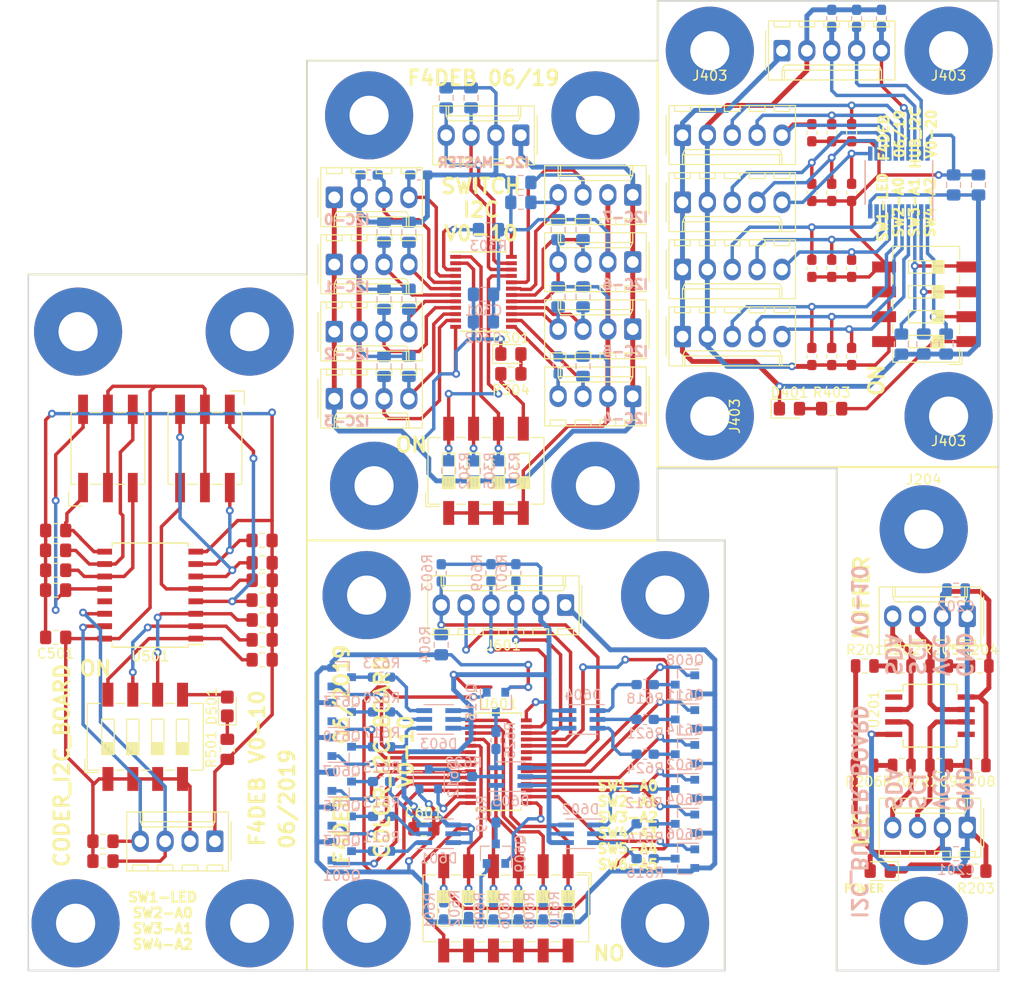
<source format=kicad_pcb>
(kicad_pcb (version 20171130) (host pcbnew 5.0.2+dfsg1-1~bpo9+1)
  (layers (0 F.Cu signal) (31 B.Cu signal) (34 B.Paste user) (35 F.Paste user) (36 B.SilkS user) (37 F.SilkS user) (38 B.Mask user hide) (39 F.Mask user hide) (44 Edge.Cuts user))
  (net 0 "")
  (net 1 "Net-(C201-Pad1)")
  (net 2 "Net-(C201-Pad2)")
  (net 3 "Net-(C301-Pad1)")
  (net 4 "Net-(C301-Pad2)")
  (net 5 "Net-(C401-Pad1)")
  (net 6 "Net-(C401-Pad2)")
  (net 7 "Net-(C501-Pad2)")
  (net 8 "Net-(C501-Pad1)")
  (net 9 "Net-(D201-Pad1)")
  (net 10 "Net-(D301-Pad2)")
  (net 11 "Net-(D401-Pad2)")
  (net 12 "Net-(D501-Pad1)")
  (net 13 "Net-(D501-Pad2)")
  (net 14 "Net-(J201-Pad4)")
  (net 15 "Net-(J201-Pad3)")
  (net 16 "Net-(J202-Pad3)")
  (net 17 "Net-(J202-Pad4)")
  (net 18 "Net-(J301-Pad4)")
  (net 19 "Net-(J301-Pad3)")
  (net 20 "Net-(J302-Pad3)")
  (net 21 "Net-(J302-Pad4)")
  (net 22 "Net-(J305-Pad3)")
  (net 23 "Net-(J305-Pad4)")
  (net 24 "Net-(J306-Pad4)")
  (net 25 "Net-(J306-Pad3)")
  (net 26 "Net-(J307-Pad3)")
  (net 27 "Net-(J307-Pad4)")
  (net 28 "Net-(J308-Pad3)")
  (net 29 "Net-(J308-Pad4)")
  (net 30 "Net-(J309-Pad4)")
  (net 31 "Net-(J309-Pad3)")
  (net 32 "Net-(J310-Pad3)")
  (net 33 "Net-(J310-Pad4)")
  (net 34 "Net-(J311-Pad4)")
  (net 35 "Net-(J311-Pad3)")
  (net 36 "Net-(J401-Pad3)")
  (net 37 "Net-(J401-Pad4)")
  (net 38 "Net-(J401-Pad5)")
  (net 39 "Net-(J404-Pad5)")
  (net 40 "Net-(J404-Pad4)")
  (net 41 "Net-(J404-Pad3)")
  (net 42 "Net-(J405-Pad3)")
  (net 43 "Net-(J405-Pad4)")
  (net 44 "Net-(J405-Pad5)")
  (net 45 "Net-(J406-Pad5)")
  (net 46 "Net-(J406-Pad4)")
  (net 47 "Net-(J406-Pad3)")
  (net 48 "Net-(J407-Pad3)")
  (net 49 "Net-(J407-Pad4)")
  (net 50 "Net-(J407-Pad5)")
  (net 51 "Net-(J501-Pad4)")
  (net 52 "Net-(J501-Pad3)")
  (net 53 "Net-(R201-Pad2)")
  (net 54 "Net-(R204-Pad2)")
  (net 55 "Net-(R206-Pad2)")
  (net 56 "Net-(R208-Pad2)")
  (net 57 "Net-(R302-Pad2)")
  (net 58 "Net-(R303-Pad1)")
  (net 59 "Net-(R304-Pad2)")
  (net 60 "Net-(R305-Pad2)")
  (net 61 "Net-(R307-Pad2)")
  (net 62 "Net-(R402-Pad2)")
  (net 63 "Net-(R403-Pad2)")
  (net 64 "Net-(R405-Pad2)")
  (net 65 "Net-(R406-Pad2)")
  (net 66 "Net-(R502-Pad1)")
  (net 67 "Net-(R504-Pad1)")
  (net 68 "Net-(R506-Pad1)")
  (net 69 "Net-(R507-Pad1)")
  (net 70 "Net-(R508-Pad1)")
  (net 71 "Net-(R509-Pad1)")
  (net 72 "Net-(R510-Pad1)")
  (net 73 "Net-(R511-Pad1)")
  (net 74 "Net-(R512-Pad1)")
  (net 75 "Net-(R513-Pad1)")
  (net 76 "Net-(R514-Pad1)")
  (net 77 "Net-(U501-Pad13)")
  (net 78 "Net-(C601-Pad1)")
  (net 79 "Net-(C601-Pad2)")
  (net 80 "Net-(D601-Pad3)")
  (net 81 "Net-(D601-Pad2)")
  (net 82 "Net-(D601-Pad1)")
  (net 83 "Net-(D602-Pad1)")
  (net 84 "Net-(D602-Pad2)")
  (net 85 "Net-(D602-Pad3)")
  (net 86 "Net-(D603-Pad1)")
  (net 87 "Net-(D603-Pad2)")
  (net 88 "Net-(D603-Pad3)")
  (net 89 "Net-(D604-Pad3)")
  (net 90 "Net-(D604-Pad2)")
  (net 91 "Net-(D604-Pad1)")
  (net 92 "Net-(D605-Pad3)")
  (net 93 "Net-(D605-Pad2)")
  (net 94 "Net-(D605-Pad1)")
  (net 95 "Net-(J601-Pad3)")
  (net 96 "Net-(J601-Pad4)")
  (net 97 "Net-(J601-Pad5)")
  (net 98 "Net-(J601-Pad6)")
  (net 99 /Sheet5D1060A8/B0)
  (net 100 "Net-(Q601-Pad3)")
  (net 101 "Net-(Q602-Pad3)")
  (net 102 /Sheet5D1060A8/B2)
  (net 103 "Net-(Q603-Pad3)")
  (net 104 /Sheet5D1060A8/V0)
  (net 105 /Sheet5D1060A8/V2)
  (net 106 "Net-(Q604-Pad3)")
  (net 107 /Sheet5D1060A8/R0)
  (net 108 "Net-(Q605-Pad3)")
  (net 109 "Net-(Q606-Pad3)")
  (net 110 /Sheet5D1060A8/R2)
  (net 111 /Sheet5D1060A8/B1)
  (net 112 "Net-(Q607-Pad3)")
  (net 113 /Sheet5D1060A8/B3)
  (net 114 "Net-(Q608-Pad3)")
  (net 115 "Net-(Q609-Pad3)")
  (net 116 /Sheet5D1060A8/B4)
  (net 117 "Net-(Q610-Pad3)")
  (net 118 /Sheet5D1060A8/V1)
  (net 119 "Net-(Q611-Pad3)")
  (net 120 /Sheet5D1060A8/V3)
  (net 121 /Sheet5D1060A8/V4)
  (net 122 "Net-(Q612-Pad3)")
  (net 123 /Sheet5D1060A8/R1)
  (net 124 "Net-(Q613-Pad3)")
  (net 125 "Net-(Q614-Pad3)")
  (net 126 /Sheet5D1060A8/R3)
  (net 127 /Sheet5D1060A8/R4)
  (net 128 "Net-(Q615-Pad3)")
  (net 129 "Net-(R601-Pad1)")
  (net 130 "Net-(R602-Pad1)")
  (net 131 "Net-(R605-Pad1)")
  (net 132 "Net-(R606-Pad1)")
  (net 133 "Net-(R608-Pad1)")
  (net 134 "Net-(R610-Pad1)")
  (net 135 "Net-(U601-Pad22)")
  (net 136 "Net-(J503-Pad1)")
  (module Button_Switch_SMD:SW_DIP_SPSTx04_Slide_6.7x11.72mm_W8.61mm_P2.54mm_LowProfile (layer F.Cu) (at 171.704 80.518 180)
    (fp_text reference SW401 hide)
    (fp_text value SW_DIP_x04)
    (pad 8 smd rect (at 4.305 -3.81 180) (size 2.44 1.12) (layers F.Cu F.Paste F.Mask) (net 6 "Net-(C401-Pad2)"))
    (pad 4 smd rect (at -4.305 3.81 180) (size 2.44 1.12) (layers F.Cu F.Paste F.Mask) (net 62 "Net-(R402-Pad2)"))
    (pad 7 smd rect (at 4.305 -1.27 180) (size 2.44 1.12) (layers F.Cu F.Paste F.Mask) (net 6 "Net-(C401-Pad2)"))
    (pad 3 smd rect (at -4.305 1.27 180) (size 2.44 1.12) (layers F.Cu F.Paste F.Mask) (net 64 "Net-(R405-Pad2)"))
    (pad 6 smd rect (at 4.305 1.27 180) (size 2.44 1.12) (layers F.Cu F.Paste F.Mask) (net 6 "Net-(C401-Pad2)"))
    (pad 2 smd rect (at -4.305 -1.27 180) (size 2.44 1.12) (layers F.Cu F.Paste F.Mask) (net 65 "Net-(R406-Pad2)"))
    (pad 5 smd rect (at 4.305 3.81 180) (size 2.44 1.12) (layers F.Cu F.Paste F.Mask) (net 6 "Net-(C401-Pad2)"))
    (pad 1 smd rect (at -4.305 -3.81 180) (size 2.44 1.12) (layers F.Cu F.Paste F.Mask) (net 63 "Net-(R403-Pad2)"))
  )
  (module Connector_Wire:SolderWirePad_1x01_Drill2.5mm (layer F.Cu) (at 114.554 110.236)
    (fp_text reference J502 hide)
    (fp_text value Conn_01x01_Female)
    (pad 1 thru_hole circle (at 0 0) (size 9 9) (drill 4) (layers *.Cu *.Mask))
  )
  (module Connector_Wire:SolderWirePad_1x01_Drill2.5mm (layer F.Cu) (at 145.034 110.236)
    (fp_text reference J502 hide)
    (fp_text value Conn_01x01_Female)
    (pad 1 thru_hole circle (at 0 0) (size 9 9) (drill 4) (layers *.Cu *.Mask))
  )
  (module Connector_Wire:SolderWirePad_1x01_Drill2.5mm (layer F.Cu) (at 145.034 143.764)
    (fp_text reference J502 hide)
    (fp_text value Conn_01x01_Female)
    (pad 1 thru_hole circle (at 0 0) (size 9 9) (drill 4) (layers *.Cu *.Mask))
  )
  (module Connector_Wire:SolderWirePad_1x01_Drill2.5mm (layer F.Cu) (at 114.554 143.764)
    (fp_text reference J502 hide)
    (fp_text value Conn_01x01_Female)
    (pad 1 thru_hole circle (at 0 0) (size 9 9) (drill 4) (layers *.Cu *.Mask))
  )
  (module Resistor_SMD:R_0603_1608Metric_Pad1.05x0.95mm_HandSolder (layer B.Cu) (at 162.052 51.308 270)
    (fp_text reference R401 hide)
    (fp_text value 10k)
    (pad 2 smd roundrect (at 0.875 0 270) (size 1.05 0.95) (layers B.Cu B.Paste B.Mask) (net 36 "Net-(J401-Pad3)"))
    (pad 1 smd roundrect (at -0.875 0 270) (size 1.05 0.95) (layers B.Cu B.Paste B.Mask) (net 6 "Net-(C401-Pad2)"))
  )
  (module Resistor_SMD:R_0603_1608Metric_Pad1.05x0.95mm_HandSolder (layer B.Cu) (at 164.592 51.308 270)
    (fp_text reference R404 hide)
    (fp_text value 10k)
    (pad 2 smd roundrect (at 0.875 0 270) (size 1.05 0.95) (layers B.Cu B.Paste B.Mask) (net 37 "Net-(J401-Pad4)"))
    (pad 1 smd roundrect (at -0.875 0 270) (size 1.05 0.95) (layers B.Cu B.Paste B.Mask) (net 6 "Net-(C401-Pad2)"))
  )
  (module Resistor_SMD:R_0603_1608Metric_Pad1.05x0.95mm_HandSolder (layer B.Cu) (at 167.132 51.308 270)
    (fp_text reference R407 hide)
    (fp_text value 10k)
    (pad 2 smd roundrect (at 0.875 0 270) (size 1.05 0.95) (layers B.Cu B.Paste B.Mask) (net 38 "Net-(J401-Pad5)"))
    (pad 1 smd roundrect (at -0.875 0 270) (size 1.05 0.95) (layers B.Cu B.Paste B.Mask) (net 6 "Net-(C401-Pad2)"))
  )
  (module Connector_Pin:Pin_D1.3mm_L11.0mm_LooseFit (layer F.Cu) (at 149.606 54.61)
    (fp_text reference J403 (at 0 2.55) (layer F.SilkS))
    (fp_text value Conn_01x01_Female)
    (pad 1 thru_hole circle (at 0 0) (size 9 9) (drill 4) (layers *.Cu *.Mask))
  )
  (module Connector_Pin:Pin_D1.3mm_L11.0mm_LooseFit (layer F.Cu) (at 173.99 91.948)
    (fp_text reference J403 (at 0 2.55) (layer F.SilkS))
    (fp_text value Conn_01x01_Female)
    (pad 1 thru_hole circle (at 0 0) (size 9 9) (drill 4) (layers *.Cu *.Mask))
  )
  (module Resistor_SMD:R_0603_1608Metric_Pad1.05x0.95mm_HandSolder (layer F.Cu) (at 164.084 62.992 90)
    (fp_text reference R418 hide)
    (fp_text value 4k7)
    (pad 2 smd roundrect (at 0.875 0 90) (size 1.05 0.95) (layers F.Cu F.Paste F.Mask) (net 48 "Net-(J407-Pad3)"))
    (pad 1 smd roundrect (at -0.875 0 90) (size 1.05 0.95) (layers F.Cu F.Paste F.Mask) (net 6 "Net-(C401-Pad2)"))
  )
  (module Resistor_SMD:R_0603_1608Metric_Pad1.05x0.95mm_HandSolder (layer F.Cu) (at 162.052 62.992 90)
    (fp_text reference R419 hide)
    (fp_text value 4k7)
    (pad 2 smd roundrect (at 0.875 0 90) (size 1.05 0.95) (layers F.Cu F.Paste F.Mask) (net 49 "Net-(J407-Pad4)"))
    (pad 1 smd roundrect (at -0.875 0 90) (size 1.05 0.95) (layers F.Cu F.Paste F.Mask) (net 6 "Net-(C401-Pad2)"))
  )
  (module Resistor_SMD:R_0603_1608Metric_Pad1.05x0.95mm_HandSolder (layer F.Cu) (at 160.02 62.992 90)
    (fp_text reference R417 hide)
    (fp_text value 10k)
    (pad 2 smd roundrect (at 0.875 0 90) (size 1.05 0.95) (layers F.Cu F.Paste F.Mask) (net 50 "Net-(J407-Pad5)"))
    (pad 1 smd roundrect (at -0.875 0 90) (size 1.05 0.95) (layers F.Cu F.Paste F.Mask) (net 6 "Net-(C401-Pad2)"))
  )
  (module Resistor_SMD:R_0603_1608Metric_Pad1.05x0.95mm_HandSolder (layer F.Cu) (at 160.02 69.088 90)
    (fp_text reference R415 hide)
    (fp_text value 4k7)
    (pad 2 smd roundrect (at 0.875 0 90) (size 1.05 0.95) (layers F.Cu F.Paste F.Mask) (net 47 "Net-(J406-Pad3)"))
    (pad 1 smd roundrect (at -0.875 0 90) (size 1.05 0.95) (layers F.Cu F.Paste F.Mask) (net 6 "Net-(C401-Pad2)"))
  )
  (module Resistor_SMD:R_0603_1608Metric_Pad1.05x0.95mm_HandSolder (layer F.Cu) (at 164.084 69.088 90)
    (fp_text reference R414 hide)
    (fp_text value 10k)
    (pad 2 smd roundrect (at 0.875 0 90) (size 1.05 0.95) (layers F.Cu F.Paste F.Mask) (net 45 "Net-(J406-Pad5)"))
    (pad 1 smd roundrect (at -0.875 0 90) (size 1.05 0.95) (layers F.Cu F.Paste F.Mask) (net 6 "Net-(C401-Pad2)"))
  )
  (module Resistor_SMD:R_0603_1608Metric_Pad1.05x0.95mm_HandSolder (layer F.Cu) (at 162.052 69.088 90)
    (fp_text reference R416 hide)
    (fp_text value 4k7)
    (pad 2 smd roundrect (at 0.875 0 90) (size 1.05 0.95) (layers F.Cu F.Paste F.Mask) (net 46 "Net-(J406-Pad4)"))
    (pad 1 smd roundrect (at -0.875 0 90) (size 1.05 0.95) (layers F.Cu F.Paste F.Mask) (net 6 "Net-(C401-Pad2)"))
  )
  (module Resistor_SMD:R_0603_1608Metric_Pad1.05x0.95mm_HandSolder (layer F.Cu) (at 162.052 76.849 90)
    (fp_text reference R413 hide)
    (fp_text value 4k7)
    (pad 2 smd roundrect (at 0.875 0 90) (size 1.05 0.95) (layers F.Cu F.Paste F.Mask) (net 43 "Net-(J405-Pad4)"))
    (pad 1 smd roundrect (at -0.875 0 90) (size 1.05 0.95) (layers F.Cu F.Paste F.Mask) (net 6 "Net-(C401-Pad2)"))
  )
  (module Resistor_SMD:R_0603_1608Metric_Pad1.05x0.95mm_HandSolder (layer F.Cu) (at 164.084 85.852 90)
    (fp_text reference R408 hide)
    (fp_text value 10k)
    (pad 2 smd roundrect (at 0.875 0 90) (size 1.05 0.95) (layers F.Cu F.Paste F.Mask) (net 39 "Net-(J404-Pad5)"))
    (pad 1 smd roundrect (at -0.875 0 90) (size 1.05 0.95) (layers F.Cu F.Paste F.Mask) (net 6 "Net-(C401-Pad2)"))
  )
  (module Resistor_SMD:R_0603_1608Metric_Pad1.05x0.95mm_HandSolder (layer F.Cu) (at 164.084 76.849 90)
    (fp_text reference R411 hide)
    (fp_text value 10k)
    (pad 2 smd roundrect (at 0.875 0 90) (size 1.05 0.95) (layers F.Cu F.Paste F.Mask) (net 44 "Net-(J405-Pad5)"))
    (pad 1 smd roundrect (at -0.875 0 90) (size 1.05 0.95) (layers F.Cu F.Paste F.Mask) (net 6 "Net-(C401-Pad2)"))
  )
  (module Resistor_SMD:R_0603_1608Metric_Pad1.05x0.95mm_HandSolder (layer F.Cu) (at 162.052 85.852 90)
    (fp_text reference R410 hide)
    (fp_text value 4k7)
    (pad 2 smd roundrect (at 0.875 0 90) (size 1.05 0.95) (layers F.Cu F.Paste F.Mask) (net 40 "Net-(J404-Pad4)"))
    (pad 1 smd roundrect (at -0.875 0 90) (size 1.05 0.95) (layers F.Cu F.Paste F.Mask) (net 6 "Net-(C401-Pad2)"))
  )
  (module Resistor_SMD:R_0603_1608Metric_Pad1.05x0.95mm_HandSolder (layer F.Cu) (at 160.02 85.852 90)
    (fp_text reference R409 hide)
    (fp_text value 4k7)
    (pad 2 smd roundrect (at 0.875 0 90) (size 1.05 0.95) (layers F.Cu F.Paste F.Mask) (net 41 "Net-(J404-Pad3)"))
    (pad 1 smd roundrect (at -0.875 0 90) (size 1.05 0.95) (layers F.Cu F.Paste F.Mask) (net 6 "Net-(C401-Pad2)"))
  )
  (module Resistor_SMD:R_0603_1608Metric_Pad1.05x0.95mm_HandSolder (layer F.Cu) (at 160.02 76.849 90)
    (fp_text reference R412 hide)
    (fp_text value 4k7)
    (pad 2 smd roundrect (at 0.875 0 90) (size 1.05 0.95) (layers F.Cu F.Paste F.Mask) (net 42 "Net-(J405-Pad3)"))
    (pad 1 smd roundrect (at -0.875 0 90) (size 1.05 0.95) (layers F.Cu F.Paste F.Mask) (net 6 "Net-(C401-Pad2)"))
  )
  (module Connector_Pin:Pin_D1.3mm_L11.0mm_LooseFit (layer F.Cu) (at 173.99 54.61)
    (fp_text reference J403 (at 0 2.55) (layer F.SilkS))
    (fp_text value Conn_01x01_Female)
    (pad 1 thru_hole circle (at 0 0) (size 9 9) (drill 4) (layers *.Cu *.Mask))
  )
  (module Connector_Pin:Pin_D1.3mm_L11.0mm_LooseFit (layer F.Cu) (at 149.606 91.948 90)
    (fp_text reference J403 (at 0 2.55 90) (layer F.SilkS))
    (fp_text value Conn_01x01_Female)
    (pad 1 thru_hole circle (at 0 0 90) (size 9 9) (drill 4) (layers *.Cu *.Mask))
  )
  (module Resistor_SMD:R_0603_1608Metric_Pad1.05x0.95mm_HandSolder (layer B.Cu) (at 134.112 86.727 270)
    (fp_text reference R317 hide)
    (fp_text value 2.1k)
    (pad 2 smd roundrect (at 0.875 0 270) (size 1.05 0.95) (layers B.Cu B.Paste B.Mask) (net 29 "Net-(J308-Pad4)"))
    (pad 1 smd roundrect (at -0.875 0 270) (size 1.05 0.95) (layers B.Cu B.Paste B.Mask) (net 4 "Net-(C301-Pad2)"))
  )
  (module Resistor_SMD:R_0603_1608Metric_Pad1.05x0.95mm_HandSolder (layer B.Cu) (at 119.888 67.31 180)
    (fp_text reference R309 hide)
    (fp_text value 2.1k)
    (pad 2 smd roundrect (at 0.875 0 180) (size 1.05 0.95) (layers B.Cu B.Paste B.Mask) (net 21 "Net-(J302-Pad4)"))
    (pad 1 smd roundrect (at -0.875 0 180) (size 1.05 0.95) (layers B.Cu B.Paste B.Mask) (net 4 "Net-(C301-Pad2)"))
  )
  (module Resistor_SMD:R_0603_1608Metric_Pad1.05x0.95mm_HandSolder (layer B.Cu) (at 114.808 67.31)
    (fp_text reference R308 hide)
    (fp_text value 2.1k)
    (pad 2 smd roundrect (at 0.875 0) (size 1.05 0.95) (layers B.Cu B.Paste B.Mask) (net 20 "Net-(J302-Pad3)"))
    (pad 1 smd roundrect (at -0.875 0) (size 1.05 0.95) (layers B.Cu B.Paste B.Mask) (net 4 "Net-(C301-Pad2)"))
  )
  (module Connector_Pin:Pin_D1.3mm_L11.0mm_LooseFit (layer F.Cu) (at 137.922 61.214)
    (fp_text reference J304 hide)
    (fp_text value Conn_01x01_Female)
    (pad 1 thru_hole circle (at 0 0) (size 9 9) (drill 4) (layers *.Cu *.Mask))
  )
  (module Connector_Pin:Pin_D1.3mm_L11.0mm_LooseFit (layer F.Cu) (at 114.808 61.214)
    (fp_text reference J303 hide)
    (fp_text value Conn_01x01_Female)
    (pad 1 thru_hole circle (at 0 0) (size 9 9) (drill 4) (layers *.Cu *.Mask))
  )
  (module Connector_Pin:Pin_D1.3mm_L11.0mm_LooseFit (layer F.Cu) (at 137.922 99.06)
    (fp_text reference J304 hide)
    (fp_text value Conn_01x01_Female)
    (pad 1 thru_hole circle (at 0 0) (size 9 9) (drill 4) (layers *.Cu *.Mask))
  )
  (module Connector_Pin:Pin_D1.3mm_L11.0mm_LooseFit (layer F.Cu) (at 115.316 99.06)
    (fp_text reference J303 hide)
    (fp_text value Conn_01x01_Female)
    (pad 1 thru_hole circle (at 0 0) (size 9 9) (drill 4) (layers *.Cu *.Mask))
  )
  (module Capacitor_SMD:C_0805_2012Metric_Pad1.15x1.40mm_HandSolder (layer F.Cu) (at 120.396 134.112)
    (fp_text reference C601 (at 0 -1.65) (layer F.SilkS))
    (fp_text value 100n)
    (pad 1 smd roundrect (at -1.025 0) (size 1.15 1.4) (layers F.Cu F.Paste F.Mask) (roundrect_rratio 0.217391) (net 78 "Net-(C601-Pad1)"))
    (pad 2 smd roundrect (at 1.025 0) (size 1.15 1.4) (layers F.Cu F.Paste F.Mask) (roundrect_rratio 0.217391) (net 79 "Net-(C601-Pad2)"))
  )
  (module Button_Switch_SMD:SW_DIP_SPSTx06_Slide_6.7x16.8mm_W8.61mm_P2.54mm_LowProfile (layer F.Cu) (at 128.778 142.24 270)
    (fp_text reference SW601 hide)
    (fp_text value SW_DIP_x06)
    (pad 12 smd rect (at 4.305 -6.35 270) (size 2.44 1.12) (layers F.Cu F.Paste F.Mask) (net 78 "Net-(C601-Pad1)"))
    (pad 6 smd rect (at -4.305 6.35 270) (size 2.44 1.12) (layers F.Cu F.Paste F.Mask) (net 129 "Net-(R601-Pad1)"))
    (pad 11 smd rect (at 4.305 -3.81 270) (size 2.44 1.12) (layers F.Cu F.Paste F.Mask) (net 78 "Net-(C601-Pad1)"))
    (pad 5 smd rect (at -4.305 3.81 270) (size 2.44 1.12) (layers F.Cu F.Paste F.Mask) (net 130 "Net-(R602-Pad1)"))
    (pad 10 smd rect (at 4.305 -1.27 270) (size 2.44 1.12) (layers F.Cu F.Paste F.Mask) (net 78 "Net-(C601-Pad1)"))
    (pad 4 smd rect (at -4.305 1.27 270) (size 2.44 1.12) (layers F.Cu F.Paste F.Mask) (net 131 "Net-(R605-Pad1)"))
    (pad 9 smd rect (at 4.305 1.27 270) (size 2.44 1.12) (layers F.Cu F.Paste F.Mask) (net 78 "Net-(C601-Pad1)"))
    (pad 3 smd rect (at -4.305 -1.27 270) (size 2.44 1.12) (layers F.Cu F.Paste F.Mask) (net 132 "Net-(R606-Pad1)"))
    (pad 8 smd rect (at 4.305 3.81 270) (size 2.44 1.12) (layers F.Cu F.Paste F.Mask) (net 78 "Net-(C601-Pad1)"))
    (pad 2 smd rect (at -4.305 -3.81 270) (size 2.44 1.12) (layers F.Cu F.Paste F.Mask) (net 133 "Net-(R608-Pad1)"))
    (pad 7 smd rect (at 4.305 6.35 270) (size 2.44 1.12) (layers F.Cu F.Paste F.Mask) (net 78 "Net-(C601-Pad1)"))
    (pad 1 smd rect (at -4.305 -6.35 270) (size 2.44 1.12) (layers F.Cu F.Paste F.Mask) (net 134 "Net-(R610-Pad1)"))
  )
  (module Resistor_SMD:R_0603_1608Metric_Pad1.05x0.95mm_HandSolder (layer B.Cu) (at 122.174 107.959 270)
    (fp_text reference R603 (at 0 1.43 270) (layer B.SilkS) (effects (justify mirror)))
    (fp_text value 10k)
    (pad 2 smd roundrect (at 0.875 0 270) (size 1.05 0.95) (layers B.Cu B.Paste B.Mask) (net 98 "Net-(J601-Pad6)"))
    (pad 1 smd roundrect (at -0.875 0 270) (size 1.05 0.95) (layers B.Cu B.Paste B.Mask) (net 78 "Net-(C601-Pad1)"))
  )
  (module Resistor_SMD:R_0603_1608Metric_Pad1.05x0.95mm_HandSolder (layer B.Cu) (at 129.794 107.95 270)
    (fp_text reference R607 (at 0 1.43 270) (layer B.SilkS) (effects (justify mirror)))
    (fp_text value 10k)
    (pad 2 smd roundrect (at 0.875 0 270) (size 1.05 0.95) (layers B.Cu B.Paste B.Mask) (net 95 "Net-(J601-Pad3)"))
    (pad 1 smd roundrect (at -0.875 0 270) (size 1.05 0.95) (layers B.Cu B.Paste B.Mask) (net 78 "Net-(C601-Pad1)"))
  )
  (module Resistor_SMD:R_0603_1608Metric_Pad1.05x0.95mm_HandSolder (layer B.Cu) (at 122.428 142.494 270)
    (fp_text reference R601 (at 0 1.43 270) (layer B.SilkS) (effects (justify mirror)))
    (fp_text value 47k)
    (pad 2 smd roundrect (at 0.875 0 270) (size 1.05 0.95) (layers B.Cu B.Paste B.Mask) (net 79 "Net-(C601-Pad2)"))
    (pad 1 smd roundrect (at -0.875 0 270) (size 1.05 0.95) (layers B.Cu B.Paste B.Mask) (net 129 "Net-(R601-Pad1)"))
  )
  (module Resistor_SMD:R_0603_1608Metric_Pad1.05x0.95mm_HandSolder (layer B.Cu) (at 127.254 107.95 270)
    (fp_text reference R609 (at 0 1.43 270) (layer B.SilkS) (effects (justify mirror)))
    (fp_text value 10k)
    (pad 2 smd roundrect (at 0.875 0 270) (size 1.05 0.95) (layers B.Cu B.Paste B.Mask) (net 96 "Net-(J601-Pad4)"))
    (pad 1 smd roundrect (at -0.875 0 270) (size 1.05 0.95) (layers B.Cu B.Paste B.Mask) (net 78 "Net-(C601-Pad1)"))
  )
  (module Resistor_SMD:R_0603_1608Metric_Pad1.05x0.95mm_HandSolder (layer B.Cu) (at 124.968 142.24 270)
    (fp_text reference R602 (at 0 1.43 270) (layer B.SilkS) (effects (justify mirror)))
    (fp_text value 47k)
    (pad 2 smd roundrect (at 0.875 0 270) (size 1.05 0.95) (layers B.Cu B.Paste B.Mask) (net 79 "Net-(C601-Pad2)"))
    (pad 1 smd roundrect (at -0.875 0 270) (size 1.05 0.95) (layers B.Cu B.Paste B.Mask) (net 130 "Net-(R602-Pad1)"))
  )
  (module Resistor_SMD:R_0603_1608Metric_Pad1.05x0.95mm_HandSolder (layer B.Cu) (at 132.588 142.494 270)
    (fp_text reference R608 (at 0 1.43 270) (layer B.SilkS) (effects (justify mirror)))
    (fp_text value 47k)
    (pad 2 smd roundrect (at 0.875 0 270) (size 1.05 0.95) (layers B.Cu B.Paste B.Mask) (net 79 "Net-(C601-Pad2)"))
    (pad 1 smd roundrect (at -0.875 0 270) (size 1.05 0.95) (layers B.Cu B.Paste B.Mask) (net 133 "Net-(R608-Pad1)"))
  )
  (module Resistor_SMD:R_0603_1608Metric_Pad1.05x0.95mm_HandSolder (layer B.Cu) (at 130.048 142.494 270)
    (fp_text reference R606 (at 0 1.43 270) (layer B.SilkS) (effects (justify mirror)))
    (fp_text value 47k)
    (pad 2 smd roundrect (at 0.875 0 270) (size 1.05 0.95) (layers B.Cu B.Paste B.Mask) (net 79 "Net-(C601-Pad2)"))
    (pad 1 smd roundrect (at -0.875 0 270) (size 1.05 0.95) (layers B.Cu B.Paste B.Mask) (net 132 "Net-(R606-Pad1)"))
  )
  (module Resistor_SMD:R_0603_1608Metric_Pad1.05x0.95mm_HandSolder (layer B.Cu) (at 135.128 142.381 270)
    (fp_text reference R610 (at 0 1.43 270) (layer B.SilkS) (effects (justify mirror)))
    (fp_text value 47k)
    (pad 2 smd roundrect (at 0.875 0 270) (size 1.05 0.95) (layers B.Cu B.Paste B.Mask) (net 79 "Net-(C601-Pad2)"))
    (pad 1 smd roundrect (at -0.875 0 270) (size 1.05 0.95) (layers B.Cu B.Paste B.Mask) (net 134 "Net-(R610-Pad1)"))
  )
  (module Resistor_SMD:R_0603_1608Metric_Pad1.05x0.95mm_HandSolder (layer B.Cu) (at 127.508 142.494 270)
    (fp_text reference R605 (at 0 1.43 270) (layer B.SilkS) (effects (justify mirror)))
    (fp_text value 47k)
    (pad 2 smd roundrect (at 0.875 0 270) (size 1.05 0.95) (layers B.Cu B.Paste B.Mask) (net 79 "Net-(C601-Pad2)"))
    (pad 1 smd roundrect (at -0.875 0 270) (size 1.05 0.95) (layers B.Cu B.Paste B.Mask) (net 131 "Net-(R605-Pad1)"))
  )
  (module Resistor_SMD:R_0603_1608Metric_Pad1.05x0.95mm_HandSolder (layer B.Cu) (at 127.762 132.588 270)
    (fp_text reference R619 (at 0 1.43 270) (layer B.SilkS) (effects (justify mirror)))
    (fp_text value R)
    (pad 2 smd roundrect (at 0.875 0 270) (size 1.05 0.95) (layers B.Cu B.Paste B.Mask) (net 115 "Net-(Q609-Pad3)"))
    (pad 1 smd roundrect (at -0.875 0 270) (size 1.05 0.95) (layers B.Cu B.Paste B.Mask) (net 94 "Net-(D605-Pad1)"))
  )
  (module Resistor_SMD:R_0603_1608Metric_Pad1.05x0.95mm_HandSolder (layer B.Cu) (at 127.762 125.081 90)
    (fp_text reference R625 (at 0 1.43 90) (layer B.SilkS) (effects (justify mirror)))
    (fp_text value R)
    (pad 2 smd roundrect (at 0.875 0 90) (size 1.05 0.95) (layers B.Cu B.Paste B.Mask) (net 128 "Net-(Q615-Pad3)"))
    (pad 1 smd roundrect (at -0.875 0 90) (size 1.05 0.95) (layers B.Cu B.Paste B.Mask) (net 92 "Net-(D605-Pad3)"))
  )
  (module Resistor_SMD:R_0603_1608Metric_Pad1.05x0.95mm_HandSolder (layer B.Cu) (at 124.46 128.778 180)
    (fp_text reference R622 (at 0 1.43 180) (layer B.SilkS) (effects (justify mirror)))
    (fp_text value R)
    (pad 2 smd roundrect (at 0.875 0 180) (size 1.05 0.95) (layers B.Cu B.Paste B.Mask) (net 122 "Net-(Q612-Pad3)"))
    (pad 1 smd roundrect (at -0.875 0 180) (size 1.05 0.95) (layers B.Cu B.Paste B.Mask) (net 93 "Net-(D605-Pad2)"))
  )
  (module Resistor_SMD:R_0603_1608Metric_Pad1.05x0.95mm_HandSolder (layer B.Cu) (at 116.078 125.73 180)
    (fp_text reference R617 (at 0 1.43 180) (layer B.SilkS) (effects (justify mirror)))
    (fp_text value R)
    (pad 2 smd roundrect (at 0.875 0 180) (size 1.05 0.95) (layers B.Cu B.Paste B.Mask) (net 112 "Net-(Q607-Pad3)"))
    (pad 1 smd roundrect (at -0.875 0 180) (size 1.05 0.95) (layers B.Cu B.Paste B.Mask) (net 86 "Net-(D603-Pad1)"))
  )
  (module Resistor_SMD:R_0603_1608Metric_Pad1.05x0.95mm_HandSolder (layer B.Cu) (at 116.078 118.618 180)
    (fp_text reference R623 (at 0 1.43 180) (layer B.SilkS) (effects (justify mirror)))
    (fp_text value R)
    (pad 2 smd roundrect (at 0.875 0 180) (size 1.05 0.95) (layers B.Cu B.Paste B.Mask) (net 124 "Net-(Q613-Pad3)"))
    (pad 1 smd roundrect (at -0.875 0 180) (size 1.05 0.95) (layers B.Cu B.Paste B.Mask) (net 88 "Net-(D603-Pad3)"))
  )
  (module Resistor_SMD:R_0603_1608Metric_Pad1.05x0.95mm_HandSolder (layer B.Cu) (at 116.078 122.174 180)
    (fp_text reference R620 (at 0 1.43 180) (layer B.SilkS) (effects (justify mirror)))
    (fp_text value R)
    (pad 2 smd roundrect (at 0.875 0 180) (size 1.05 0.95) (layers B.Cu B.Paste B.Mask) (net 117 "Net-(Q610-Pad3)"))
    (pad 1 smd roundrect (at -0.875 0 180) (size 1.05 0.95) (layers B.Cu B.Paste B.Mask) (net 87 "Net-(D603-Pad2)"))
  )
  (module Resistor_SMD:R_0603_1608Metric_Pad1.05x0.95mm_HandSolder (layer B.Cu) (at 116.078 129.286 180)
    (fp_text reference R615 (at 0 1.43 180) (layer B.SilkS) (effects (justify mirror)))
    (fp_text value R)
    (pad 2 smd roundrect (at 0.875 0 180) (size 1.05 0.95) (layers B.Cu B.Paste B.Mask) (net 108 "Net-(Q605-Pad3)"))
    (pad 1 smd roundrect (at -0.875 0 180) (size 1.05 0.95) (layers B.Cu B.Paste B.Mask) (net 80 "Net-(D601-Pad3)"))
  )
  (module Resistor_SMD:R_0603_1608Metric_Pad1.05x0.95mm_HandSolder (layer B.Cu) (at 116.078 132.842 180)
    (fp_text reference R613 (at 0 1.43 180) (layer B.SilkS) (effects (justify mirror)))
    (fp_text value R)
    (pad 2 smd roundrect (at 0.875 0 180) (size 1.05 0.95) (layers B.Cu B.Paste B.Mask) (net 103 "Net-(Q603-Pad3)"))
    (pad 1 smd roundrect (at -0.875 0 180) (size 1.05 0.95) (layers B.Cu B.Paste B.Mask) (net 81 "Net-(D601-Pad2)"))
  )
  (module Resistor_SMD:R_0603_1608Metric_Pad1.05x0.95mm_HandSolder (layer B.Cu) (at 116.078 136.398 180)
    (fp_text reference R611 (at 0 1.43 180) (layer B.SilkS) (effects (justify mirror)))
    (fp_text value R)
    (pad 2 smd roundrect (at 0.875 0 180) (size 1.05 0.95) (layers B.Cu B.Paste B.Mask) (net 100 "Net-(Q601-Pad3)"))
    (pad 1 smd roundrect (at -0.875 0 180) (size 1.05 0.95) (layers B.Cu B.Paste B.Mask) (net 82 "Net-(D601-Pad1)"))
  )
  (module Resistor_SMD:R_0603_1608Metric_Pad1.05x0.95mm_HandSolder (layer B.Cu) (at 142.889 130.048)
    (fp_text reference R612 (at 0 1.43) (layer B.SilkS) (effects (justify mirror)))
    (fp_text value R)
    (pad 2 smd roundrect (at 0.875 0) (size 1.05 0.95) (layers B.Cu B.Paste B.Mask) (net 101 "Net-(Q602-Pad3)"))
    (pad 1 smd roundrect (at -0.875 0) (size 1.05 0.95) (layers B.Cu B.Paste B.Mask) (net 83 "Net-(D602-Pad1)"))
  )
  (module Resistor_SMD:R_0603_1608Metric_Pad1.05x0.95mm_HandSolder (layer B.Cu) (at 143.002 133.604)
    (fp_text reference R614 (at 0 1.43) (layer B.SilkS) (effects (justify mirror)))
    (fp_text value R)
    (pad 2 smd roundrect (at 0.875 0) (size 1.05 0.95) (layers B.Cu B.Paste B.Mask) (net 106 "Net-(Q604-Pad3)"))
    (pad 1 smd roundrect (at -0.875 0) (size 1.05 0.95) (layers B.Cu B.Paste B.Mask) (net 84 "Net-(D602-Pad2)"))
  )
  (module Resistor_SMD:R_0603_1608Metric_Pad1.05x0.95mm_HandSolder (layer B.Cu) (at 143.002 137.16)
    (fp_text reference R616 (at 0 1.43) (layer B.SilkS) (effects (justify mirror)))
    (fp_text value R)
    (pad 2 smd roundrect (at 0.875 0) (size 1.05 0.95) (layers B.Cu B.Paste B.Mask) (net 109 "Net-(Q606-Pad3)"))
    (pad 1 smd roundrect (at -0.875 0) (size 1.05 0.95) (layers B.Cu B.Paste B.Mask) (net 85 "Net-(D602-Pad3)"))
  )
  (module Resistor_SMD:R_0603_1608Metric_Pad1.05x0.95mm_HandSolder (layer B.Cu) (at 143.002 119.38)
    (fp_text reference R618 (at 0 1.43) (layer B.SilkS) (effects (justify mirror)))
    (fp_text value R)
    (pad 2 smd roundrect (at 0.875 0) (size 1.05 0.95) (layers B.Cu B.Paste B.Mask) (net 114 "Net-(Q608-Pad3)"))
    (pad 1 smd roundrect (at -0.875 0) (size 1.05 0.95) (layers B.Cu B.Paste B.Mask) (net 91 "Net-(D604-Pad1)"))
  )
  (module Resistor_SMD:R_0603_1608Metric_Pad1.05x0.95mm_HandSolder (layer B.Cu) (at 143.002 122.936)
    (fp_text reference R621 (at 0 1.43) (layer B.SilkS) (effects (justify mirror)))
    (fp_text value R)
    (pad 2 smd roundrect (at 0.875 0) (size 1.05 0.95) (layers B.Cu B.Paste B.Mask) (net 119 "Net-(Q611-Pad3)"))
    (pad 1 smd roundrect (at -0.875 0) (size 1.05 0.95) (layers B.Cu B.Paste B.Mask) (net 90 "Net-(D604-Pad2)"))
  )
  (module Resistor_SMD:R_0603_1608Metric_Pad1.05x0.95mm_HandSolder (layer B.Cu) (at 143.002 126.492)
    (fp_text reference R624 (at 0 1.43) (layer B.SilkS) (effects (justify mirror)))
    (fp_text value R)
    (pad 2 smd roundrect (at 0.875 0) (size 1.05 0.95) (layers B.Cu B.Paste B.Mask) (net 125 "Net-(Q614-Pad3)"))
    (pad 1 smd roundrect (at -0.875 0) (size 1.05 0.95) (layers B.Cu B.Paste B.Mask) (net 89 "Net-(D604-Pad3)"))
  )
  (module Connector_Wire:SolderWirePad_1x01_Drill2.5mm (layer F.Cu) (at 102.616 143.764)
    (fp_text reference J502 hide)
    (fp_text value Conn_01x01_Female)
    (pad 1 thru_hole circle (at 0 0) (size 9 9) (drill 4) (layers *.Cu *.Mask))
  )
  (module Connector_Wire:SolderWirePad_1x01_Drill2.5mm (layer F.Cu) (at 85.09 83.312)
    (fp_text reference J503 hide)
    (fp_text value Conn_01x01_Female)
    (pad 1 thru_hole circle (at 0 0) (size 9 9) (drill 4) (layers *.Cu *.Mask) (net 136 "Net-(J503-Pad1)"))
  )
  (module Connector_Wire:SolderWirePad_1x01_Drill2.5mm (layer F.Cu) (at 84.836 143.764)
    (fp_text reference J502 hide)
    (fp_text value Conn_01x01_Female)
    (pad 1 thru_hole circle (at 0 0) (size 9 9) (drill 4) (layers *.Cu *.Mask))
  )
  (module Connector_Wire:SolderWirePad_1x01_Drill2.5mm (layer F.Cu) (at 102.616 83.312)
    (fp_text reference J503 hide)
    (fp_text value Conn_01x01_Female)
    (pad 1 thru_hole circle (at 0 0) (size 9 9) (drill 4) (layers *.Cu *.Mask))
  )
  (module Capacitor_SMD:C_0805_2012Metric (layer B.Cu) (at 174.752 136.652)
    (fp_text reference C201 (at 0 1.65) (layer B.SilkS) (effects (justify mirror)))
    (fp_text value 1u)
    (pad 1 smd roundrect (at -0.9375 0) (size 0.975 1.4) (layers B.Cu B.Paste B.Mask) (net 1 "Net-(C201-Pad1)"))
    (pad 2 smd roundrect (at 0.9375 0) (size 0.975 1.4) (layers B.Cu B.Paste B.Mask) (net 2 "Net-(C201-Pad2)"))
  )
  (module Capacitor_SMD:C_0805_2012Metric (layer B.Cu) (at 174.752 109.728)
    (fp_text reference C202 (at 0 1.65) (layer B.SilkS) (effects (justify mirror)))
    (fp_text value 100n)
    (pad 2 smd roundrect (at 0.9375 0) (size 0.975 1.4) (layers B.Cu B.Paste B.Mask) (net 2 "Net-(C201-Pad2)"))
    (pad 1 smd roundrect (at -0.9375 0) (size 0.975 1.4) (layers B.Cu B.Paste B.Mask) (net 1 "Net-(C201-Pad1)"))
  )
  (module Capacitor_SMD:C_0805_2012Metric_Pad1.15x1.40mm_HandSolder (layer B.Cu) (at 126.492 79.502)
    (fp_text reference C301 (at 0 1.65) (layer B.SilkS) (effects (justify mirror)))
    (fp_text value 100n)
    (pad 2 smd roundrect (at 1.025 0) (size 1.15 1.4) (layers B.Cu B.Paste B.Mask) (roundrect_rratio 0.217391) (net 4 "Net-(C301-Pad2)"))
    (pad 1 smd roundrect (at -1.025 0) (size 1.15 1.4) (layers B.Cu B.Paste B.Mask) (roundrect_rratio 0.217391) (net 3 "Net-(C301-Pad1)"))
  )
  (module Capacitor_SMD:C_0805_2012Metric_Pad1.15x1.40mm_HandSolder (layer B.Cu) (at 126.483 82.296)
    (fp_text reference C302 (at 0 1.65) (layer B.SilkS) (effects (justify mirror)))
    (fp_text value 1u)
    (pad 1 smd roundrect (at -1.025 0) (size 1.15 1.4) (layers B.Cu B.Paste B.Mask) (roundrect_rratio 0.217391) (net 3 "Net-(C301-Pad1)"))
    (pad 2 smd roundrect (at 1.025 0) (size 1.15 1.4) (layers B.Cu B.Paste B.Mask) (roundrect_rratio 0.217391) (net 4 "Net-(C301-Pad2)"))
  )
  (module Capacitor_SMD:C_0805_2012Metric_Pad1.15x1.40mm_HandSolder (layer B.Cu) (at 177.038 68.326 90)
    (fp_text reference C401 hide)
    (fp_text value C)
    (pad 1 smd roundrect (at -1.025 0 90) (size 1.15 1.4) (layers B.Cu B.Paste B.Mask) (roundrect_rratio 0.217391) (net 5 "Net-(C401-Pad1)"))
    (pad 2 smd roundrect (at 1.025 0 90) (size 1.15 1.4) (layers B.Cu B.Paste B.Mask) (roundrect_rratio 0.217391) (net 6 "Net-(C401-Pad2)"))
  )
  (module Capacitor_SMD:C_0805_2012Metric_Pad1.15x1.40mm_HandSolder (layer B.Cu) (at 174.498 68.326 90)
    (fp_text reference C402 hide)
    (fp_text value C)
    (pad 1 smd roundrect (at -1.025 0 90) (size 1.15 1.4) (layers B.Cu B.Paste B.Mask) (roundrect_rratio 0.217391) (net 5 "Net-(C401-Pad1)"))
    (pad 2 smd roundrect (at 1.025 0 90) (size 1.15 1.4) (layers B.Cu B.Paste B.Mask) (roundrect_rratio 0.217391) (net 6 "Net-(C401-Pad2)"))
  )
  (module Capacitor_SMD:C_0805_2012Metric_Pad1.15x1.40mm_HandSolder (layer F.Cu) (at 82.804 114.554 180)
    (fp_text reference C501 (at 0 -1.65 180) (layer F.SilkS))
    (fp_text value 100n)
    (pad 2 smd roundrect (at 1.025 0 180) (size 1.15 1.4) (layers F.Cu F.Paste F.Mask) (roundrect_rratio 0.217391) (net 7 "Net-(C501-Pad2)"))
    (pad 1 smd roundrect (at -1.025 0 180) (size 1.15 1.4) (layers F.Cu F.Paste F.Mask) (roundrect_rratio 0.217391) (net 8 "Net-(C501-Pad1)"))
  )
  (module LED_SMD:LED_0805_2012Metric_Pad1.15x1.40mm_HandSolder (layer F.Cu) (at 167.005 138.43 180)
    (fp_text reference D201 hide)
    (fp_text value "LED Vert")
    (pad 2 smd roundrect (at 1.025 0 180) (size 1.15 1.4) (layers F.Cu F.Paste F.Mask) (roundrect_rratio 0.217391) (net 1 "Net-(C201-Pad1)"))
    (pad 1 smd roundrect (at -1.025 0 180) (size 1.15 1.4) (layers F.Cu F.Paste F.Mask) (roundrect_rratio 0.217391) (net 9 "Net-(D201-Pad1)"))
  )
  (module LED_SMD:LED_0805_2012Metric_Pad1.15x1.40mm_HandSolder (layer F.Cu) (at 129.286 85.598)
    (fp_text reference D301 (at 0 -1.65) (layer F.SilkS))
    (fp_text value VERT)
    (pad 2 smd roundrect (at 1.025 0) (size 1.15 1.4) (layers F.Cu F.Paste F.Mask) (roundrect_rratio 0.217391) (net 10 "Net-(D301-Pad2)"))
    (pad 1 smd roundrect (at -1.025 0) (size 1.15 1.4) (layers F.Cu F.Paste F.Mask) (roundrect_rratio 0.217391) (net 3 "Net-(C301-Pad1)"))
  )
  (module LED_SMD:LED_0805_2012Metric_Pad1.15x1.40mm_HandSolder (layer F.Cu) (at 157.734 91.186)
    (fp_text reference D401 (at 0 -1.65) (layer F.SilkS))
    (fp_text value VERT)
    (pad 1 smd roundrect (at -1.025 0) (size 1.15 1.4) (layers F.Cu F.Paste F.Mask) (roundrect_rratio 0.217391) (net 5 "Net-(C401-Pad1)"))
    (pad 2 smd roundrect (at 1.025 0) (size 1.15 1.4) (layers F.Cu F.Paste F.Mask) (roundrect_rratio 0.217391) (net 11 "Net-(D401-Pad2)"))
  )
  (module Diode_SMD:D_0805_2012Metric_Castellated (layer F.Cu) (at 100.33 121.6125 90)
    (fp_text reference D501 (at 0 -1.6 90) (layer F.SilkS))
    (fp_text value VERT)
    (pad 1 smd roundrect (at -0.9625 0 90) (size 1.325 1.3) (layers F.Cu F.Paste F.Mask) (roundrect_rratio 0.192308) (net 12 "Net-(D501-Pad1)"))
    (pad 2 smd roundrect (at 0.9625 0 90) (size 1.325 1.3) (layers F.Cu F.Paste F.Mask) (roundrect_rratio 0.192308) (net 13 "Net-(D501-Pad2)"))
  )
  (module Connector_Molex:Molex_KK-254_AE-6410-04A_1x04_P2.54mm_Vertical (layer F.Cu) (at 175.895 112.395 180)
    (fp_text reference J201 hide)
    (fp_text value Conn_01x04_Male)
    (pad 4 thru_hole oval (at 7.62 0 180) (size 1.74 2.2) (drill 1.2) (layers *.Cu *.Mask) (net 14 "Net-(J201-Pad4)"))
    (pad 3 thru_hole oval (at 5.08 0 180) (size 1.74 2.2) (drill 1.2) (layers *.Cu *.Mask) (net 15 "Net-(J201-Pad3)"))
    (pad 2 thru_hole oval (at 2.54 0 180) (size 1.74 2.2) (drill 1.2) (layers *.Cu *.Mask) (net 1 "Net-(C201-Pad1)"))
    (pad 1 thru_hole roundrect (at 0 0 180) (size 1.74 2.2) (drill 1.2) (layers *.Cu *.Mask) (roundrect_rratio 0.143678) (net 2 "Net-(C201-Pad2)"))
  )
  (module Connector_Molex:Molex_KK-254_AE-6410-04A_1x04_P2.54mm_Vertical (layer F.Cu) (at 175.895 133.985 180)
    (fp_text reference J202 hide)
    (fp_text value Conn_01x04_Male)
    (pad 1 thru_hole roundrect (at 0 0 180) (size 1.74 2.2) (drill 1.2) (layers *.Cu *.Mask) (roundrect_rratio 0.143678) (net 2 "Net-(C201-Pad2)"))
    (pad 2 thru_hole oval (at 2.54 0 180) (size 1.74 2.2) (drill 1.2) (layers *.Cu *.Mask) (net 1 "Net-(C201-Pad1)"))
    (pad 3 thru_hole oval (at 5.08 0 180) (size 1.74 2.2) (drill 1.2) (layers *.Cu *.Mask) (net 16 "Net-(J202-Pad3)"))
    (pad 4 thru_hole oval (at 7.62 0 180) (size 1.74 2.2) (drill 1.2) (layers *.Cu *.Mask) (net 17 "Net-(J202-Pad4)"))
  )
  (module Connector_Wire:SolderWirePad_1x01_Drill2.5mm (layer F.Cu) (at 171.45 143.51)
    (fp_text reference J203 hide)
    (fp_text value Conn_01x01_Female)
    (pad 1 thru_hole circle (at 0 0) (size 9 9) (drill 4) (layers *.Cu *.Mask))
  )
  (module Connector_Wire:SolderWirePad_1x01_Drill2.5mm (layer F.Cu) (at 171.45 103.505)
    (fp_text reference J204 (at 0 -5.08) (layer F.SilkS))
    (fp_text value Conn_01x01_Female)
    (pad 1 thru_hole circle (at 0 0) (size 9 9) (drill 4) (layers *.Cu *.Mask))
  )
  (module Connector_Molex:Molex_KK-254_AE-6410-04A_1x04_P2.54mm_Vertical (layer F.Cu) (at 130.302 63.246 180)
    (fp_text reference J301 hide)
    (fp_text value Conn_01x04_Male)
    (pad 1 thru_hole roundrect (at 0 0 180) (size 1.74 2.2) (drill 1.2) (layers *.Cu *.Mask) (roundrect_rratio 0.143678) (net 3 "Net-(C301-Pad1)"))
    (pad 2 thru_hole oval (at 2.54 0 180) (size 1.74 2.2) (drill 1.2) (layers *.Cu *.Mask) (net 4 "Net-(C301-Pad2)"))
    (pad 3 thru_hole oval (at 5.08 0 180) (size 1.74 2.2) (drill 1.2) (layers *.Cu *.Mask) (net 19 "Net-(J301-Pad3)"))
    (pad 4 thru_hole oval (at 7.62 0 180) (size 1.74 2.2) (drill 1.2) (layers *.Cu *.Mask) (net 18 "Net-(J301-Pad4)"))
  )
  (module Connector_Molex:Molex_KK-254_AE-6410-04A_1x04_P2.54mm_Vertical (layer F.Cu) (at 111.252 69.596)
    (fp_text reference J302 hide)
    (fp_text value Conn_01x04_Male)
    (pad 4 thru_hole oval (at 7.62 0) (size 1.74 2.2) (drill 1.2) (layers *.Cu *.Mask) (net 21 "Net-(J302-Pad4)"))
    (pad 3 thru_hole oval (at 5.08 0) (size 1.74 2.2) (drill 1.2) (layers *.Cu *.Mask) (net 20 "Net-(J302-Pad3)"))
    (pad 2 thru_hole oval (at 2.54 0) (size 1.74 2.2) (drill 1.2) (layers *.Cu *.Mask) (net 4 "Net-(C301-Pad2)"))
    (pad 1 thru_hole roundrect (at 0 0) (size 1.74 2.2) (drill 1.2) (layers *.Cu *.Mask) (roundrect_rratio 0.143678) (net 3 "Net-(C301-Pad1)"))
  )
  (module Connector_Molex:Molex_KK-254_AE-6410-04A_1x04_P2.54mm_Vertical (layer F.Cu) (at 111.252 76.454)
    (fp_text reference J305 hide)
    (fp_text value Conn_01x04_Male)
    (pad 4 thru_hole oval (at 7.62 0) (size 1.74 2.2) (drill 1.2) (layers *.Cu *.Mask) (net 23 "Net-(J305-Pad4)"))
    (pad 3 thru_hole oval (at 5.08 0) (size 1.74 2.2) (drill 1.2) (layers *.Cu *.Mask) (net 22 "Net-(J305-Pad3)"))
    (pad 2 thru_hole oval (at 2.54 0) (size 1.74 2.2) (drill 1.2) (layers *.Cu *.Mask) (net 4 "Net-(C301-Pad2)"))
    (pad 1 thru_hole roundrect (at 0 0) (size 1.74 2.2) (drill 1.2) (layers *.Cu *.Mask) (roundrect_rratio 0.143678) (net 3 "Net-(C301-Pad1)"))
  )
  (module Connector_Molex:Molex_KK-254_AE-6410-04A_1x04_P2.54mm_Vertical (layer F.Cu) (at 111.252 83.312)
    (fp_text reference J306 hide)
    (fp_text value Conn_01x04_Male)
    (pad 1 thru_hole roundrect (at 0 0) (size 1.74 2.2) (drill 1.2) (layers *.Cu *.Mask) (roundrect_rratio 0.143678) (net 3 "Net-(C301-Pad1)"))
    (pad 2 thru_hole oval (at 2.54 0) (size 1.74 2.2) (drill 1.2) (layers *.Cu *.Mask) (net 4 "Net-(C301-Pad2)"))
    (pad 3 thru_hole oval (at 5.08 0) (size 1.74 2.2) (drill 1.2) (layers *.Cu *.Mask) (net 25 "Net-(J306-Pad3)"))
    (pad 4 thru_hole oval (at 7.62 0) (size 1.74 2.2) (drill 1.2) (layers *.Cu *.Mask) (net 24 "Net-(J306-Pad4)"))
  )
  (module Connector_Molex:Molex_KK-254_AE-6410-04A_1x04_P2.54mm_Vertical (layer F.Cu) (at 111.252 90.17)
    (fp_text reference J307 hide)
    (fp_text value Conn_01x04_Male)
    (pad 4 thru_hole oval (at 7.62 0) (size 1.74 2.2) (drill 1.2) (layers *.Cu *.Mask) (net 27 "Net-(J307-Pad4)"))
    (pad 3 thru_hole oval (at 5.08 0) (size 1.74 2.2) (drill 1.2) (layers *.Cu *.Mask) (net 26 "Net-(J307-Pad3)"))
    (pad 2 thru_hole oval (at 2.54 0) (size 1.74 2.2) (drill 1.2) (layers *.Cu *.Mask) (net 4 "Net-(C301-Pad2)"))
    (pad 1 thru_hole roundrect (at 0 0) (size 1.74 2.2) (drill 1.2) (layers *.Cu *.Mask) (roundrect_rratio 0.143678) (net 3 "Net-(C301-Pad1)"))
  )
  (module Connector_Molex:Molex_KK-254_AE-6410-04A_1x04_P2.54mm_Vertical (layer F.Cu) (at 141.732 89.916 180)
    (fp_text reference J308 hide)
    (fp_text value Conn_01x04_Male)
    (pad 4 thru_hole oval (at 7.62 0 180) (size 1.74 2.2) (drill 1.2) (layers *.Cu *.Mask) (net 29 "Net-(J308-Pad4)"))
    (pad 3 thru_hole oval (at 5.08 0 180) (size 1.74 2.2) (drill 1.2) (layers *.Cu *.Mask) (net 28 "Net-(J308-Pad3)"))
    (pad 2 thru_hole oval (at 2.54 0 180) (size 1.74 2.2) (drill 1.2) (layers *.Cu *.Mask) (net 4 "Net-(C301-Pad2)"))
    (pad 1 thru_hole roundrect (at 0 0 180) (size 1.74 2.2) (drill 1.2) (layers *.Cu *.Mask) (roundrect_rratio 0.143678) (net 3 "Net-(C301-Pad1)"))
  )
  (module Connector_Molex:Molex_KK-254_AE-6410-04A_1x04_P2.54mm_Vertical (layer F.Cu) (at 141.732 83.058 180)
    (fp_text reference J309 hide)
    (fp_text value Conn_01x04_Male)
    (pad 1 thru_hole roundrect (at 0 0 180) (size 1.74 2.2) (drill 1.2) (layers *.Cu *.Mask) (roundrect_rratio 0.143678) (net 3 "Net-(C301-Pad1)"))
    (pad 2 thru_hole oval (at 2.54 0 180) (size 1.74 2.2) (drill 1.2) (layers *.Cu *.Mask) (net 4 "Net-(C301-Pad2)"))
    (pad 3 thru_hole oval (at 5.08 0 180) (size 1.74 2.2) (drill 1.2) (layers *.Cu *.Mask) (net 31 "Net-(J309-Pad3)"))
    (pad 4 thru_hole oval (at 7.62 0 180) (size 1.74 2.2) (drill 1.2) (layers *.Cu *.Mask) (net 30 "Net-(J309-Pad4)"))
  )
  (module Connector_Molex:Molex_KK-254_AE-6410-04A_1x04_P2.54mm_Vertical (layer F.Cu) (at 141.732 76.2 180)
    (fp_text reference J310 hide)
    (fp_text value Conn_01x04_Male)
    (pad 4 thru_hole oval (at 7.62 0 180) (size 1.74 2.2) (drill 1.2) (layers *.Cu *.Mask) (net 33 "Net-(J310-Pad4)"))
    (pad 3 thru_hole oval (at 5.08 0 180) (size 1.74 2.2) (drill 1.2) (layers *.Cu *.Mask) (net 32 "Net-(J310-Pad3)"))
    (pad 2 thru_hole oval (at 2.54 0 180) (size 1.74 2.2) (drill 1.2) (layers *.Cu *.Mask) (net 4 "Net-(C301-Pad2)"))
    (pad 1 thru_hole roundrect (at 0 0 180) (size 1.74 2.2) (drill 1.2) (layers *.Cu *.Mask) (roundrect_rratio 0.143678) (net 3 "Net-(C301-Pad1)"))
  )
  (module Connector_Molex:Molex_KK-254_AE-6410-04A_1x04_P2.54mm_Vertical (layer F.Cu) (at 141.732 69.342 180)
    (fp_text reference J311 hide)
    (fp_text value Conn_01x04_Male)
    (pad 1 thru_hole roundrect (at 0 0 180) (size 1.74 2.2) (drill 1.2) (layers *.Cu *.Mask) (roundrect_rratio 0.143678) (net 3 "Net-(C301-Pad1)"))
    (pad 2 thru_hole oval (at 2.54 0 180) (size 1.74 2.2) (drill 1.2) (layers *.Cu *.Mask) (net 4 "Net-(C301-Pad2)"))
    (pad 3 thru_hole oval (at 5.08 0 180) (size 1.74 2.2) (drill 1.2) (layers *.Cu *.Mask) (net 35 "Net-(J311-Pad3)"))
    (pad 4 thru_hole oval (at 7.62 0 180) (size 1.74 2.2) (drill 1.2) (layers *.Cu *.Mask) (net 34 "Net-(J311-Pad4)"))
  )
  (module Connector_Molex:Molex_KK-254_AE-6410-05A_1x05_P2.54mm_Vertical (layer F.Cu) (at 156.972 54.61)
    (fp_text reference J401 hide)
    (fp_text value Conn_01x05_Male)
    (pad 1 thru_hole roundrect (at 0 0) (size 1.74 2.2) (drill 1.2) (layers *.Cu *.Mask) (roundrect_rratio 0.143678) (net 5 "Net-(C401-Pad1)"))
    (pad 2 thru_hole oval (at 2.54 0) (size 1.74 2.2) (drill 1.2) (layers *.Cu *.Mask) (net 6 "Net-(C401-Pad2)"))
    (pad 3 thru_hole oval (at 5.08 0) (size 1.74 2.2) (drill 1.2) (layers *.Cu *.Mask) (net 36 "Net-(J401-Pad3)"))
    (pad 4 thru_hole oval (at 7.62 0) (size 1.74 2.2) (drill 1.2) (layers *.Cu *.Mask) (net 37 "Net-(J401-Pad4)"))
    (pad 5 thru_hole oval (at 10.16 0) (size 1.74 2.2) (drill 1.2) (layers *.Cu *.Mask) (net 38 "Net-(J401-Pad5)"))
  )
  (module Connector_Molex:Molex_KK-254_AE-6410-05A_1x05_P2.54mm_Vertical (layer F.Cu) (at 146.812 83.82)
    (fp_text reference J404 hide)
    (fp_text value Conn_01x05_Male)
    (pad 5 thru_hole oval (at 10.16 0) (size 1.74 2.2) (drill 1.2) (layers *.Cu *.Mask) (net 39 "Net-(J404-Pad5)"))
    (pad 4 thru_hole oval (at 7.62 0) (size 1.74 2.2) (drill 1.2) (layers *.Cu *.Mask) (net 40 "Net-(J404-Pad4)"))
    (pad 3 thru_hole oval (at 5.08 0) (size 1.74 2.2) (drill 1.2) (layers *.Cu *.Mask) (net 41 "Net-(J404-Pad3)"))
    (pad 2 thru_hole oval (at 2.54 0) (size 1.74 2.2) (drill 1.2) (layers *.Cu *.Mask) (net 6 "Net-(C401-Pad2)"))
    (pad 1 thru_hole roundrect (at 0 0) (size 1.74 2.2) (drill 1.2) (layers *.Cu *.Mask) (roundrect_rratio 0.143678) (net 5 "Net-(C401-Pad1)"))
  )
  (module Connector_Molex:Molex_KK-254_AE-6410-05A_1x05_P2.54mm_Vertical (layer F.Cu) (at 146.812 76.962)
    (fp_text reference J405 hide)
    (fp_text value Conn_01x05_Male)
    (pad 1 thru_hole roundrect (at 0 0) (size 1.74 2.2) (drill 1.2) (layers *.Cu *.Mask) (roundrect_rratio 0.143678) (net 5 "Net-(C401-Pad1)"))
    (pad 2 thru_hole oval (at 2.54 0) (size 1.74 2.2) (drill 1.2) (layers *.Cu *.Mask) (net 6 "Net-(C401-Pad2)"))
    (pad 3 thru_hole oval (at 5.08 0) (size 1.74 2.2) (drill 1.2) (layers *.Cu *.Mask) (net 42 "Net-(J405-Pad3)"))
    (pad 4 thru_hole oval (at 7.62 0) (size 1.74 2.2) (drill 1.2) (layers *.Cu *.Mask) (net 43 "Net-(J405-Pad4)"))
    (pad 5 thru_hole oval (at 10.16 0) (size 1.74 2.2) (drill 1.2) (layers *.Cu *.Mask) (net 44 "Net-(J405-Pad5)"))
  )
  (module Connector_Molex:Molex_KK-254_AE-6410-05A_1x05_P2.54mm_Vertical (layer F.Cu) (at 146.812 70.104)
    (fp_text reference J406 hide)
    (fp_text value Conn_01x05_Male)
    (pad 5 thru_hole oval (at 10.16 0) (size 1.74 2.2) (drill 1.2) (layers *.Cu *.Mask) (net 45 "Net-(J406-Pad5)"))
    (pad 4 thru_hole oval (at 7.62 0) (size 1.74 2.2) (drill 1.2) (layers *.Cu *.Mask) (net 46 "Net-(J406-Pad4)"))
    (pad 3 thru_hole oval (at 5.08 0) (size 1.74 2.2) (drill 1.2) (layers *.Cu *.Mask) (net 47 "Net-(J406-Pad3)"))
    (pad 2 thru_hole oval (at 2.54 0) (size 1.74 2.2) (drill 1.2) (layers *.Cu *.Mask) (net 6 "Net-(C401-Pad2)"))
    (pad 1 thru_hole roundrect (at 0 0) (size 1.74 2.2) (drill 1.2) (layers *.Cu *.Mask) (roundrect_rratio 0.143678) (net 5 "Net-(C401-Pad1)"))
  )
  (module Connector_Molex:Molex_KK-254_AE-6410-05A_1x05_P2.54mm_Vertical (layer F.Cu) (at 146.812 63.246)
    (fp_text reference J407 hide)
    (fp_text value Conn_01x05_Male)
    (pad 1 thru_hole roundrect (at 0 0) (size 1.74 2.2) (drill 1.2) (layers *.Cu *.Mask) (roundrect_rratio 0.143678) (net 5 "Net-(C401-Pad1)"))
    (pad 2 thru_hole oval (at 2.54 0) (size 1.74 2.2) (drill 1.2) (layers *.Cu *.Mask) (net 6 "Net-(C401-Pad2)"))
    (pad 3 thru_hole oval (at 5.08 0) (size 1.74 2.2) (drill 1.2) (layers *.Cu *.Mask) (net 48 "Net-(J407-Pad3)"))
    (pad 4 thru_hole oval (at 7.62 0) (size 1.74 2.2) (drill 1.2) (layers *.Cu *.Mask) (net 49 "Net-(J407-Pad4)"))
    (pad 5 thru_hole oval (at 10.16 0) (size 1.74 2.2) (drill 1.2) (layers *.Cu *.Mask) (net 50 "Net-(J407-Pad5)"))
  )
  (module Connector_Molex:Molex_KK-254_AE-6410-04A_1x04_P2.54mm_Vertical (layer F.Cu) (at 99.06 135.382 180)
    (fp_text reference J501 hide)
    (fp_text value Conn_01x04)
    (pad 4 thru_hole oval (at 7.62 0 180) (size 1.74 2.2) (drill 1.2) (layers *.Cu *.Mask) (net 51 "Net-(J501-Pad4)"))
    (pad 3 thru_hole oval (at 5.08 0 180) (size 1.74 2.2) (drill 1.2) (layers *.Cu *.Mask) (net 52 "Net-(J501-Pad3)"))
    (pad 2 thru_hole oval (at 2.54 0 180) (size 1.74 2.2) (drill 1.2) (layers *.Cu *.Mask) (net 8 "Net-(C501-Pad1)"))
    (pad 1 thru_hole roundrect (at 0 0 180) (size 1.74 2.2) (drill 1.2) (layers *.Cu *.Mask) (roundrect_rratio 0.143678) (net 7 "Net-(C501-Pad2)"))
  )
  (module Resistor_SMD:R_0805_2012Metric (layer F.Cu) (at 165.4325 117.475)
    (fp_text reference R201 (at 0 -1.65) (layer F.SilkS))
    (fp_text value 0)
    (pad 2 smd roundrect (at 0.9375 0) (size 0.975 1.4) (layers F.Cu F.Paste F.Mask) (net 53 "Net-(R201-Pad2)"))
    (pad 1 smd roundrect (at -0.9375 0) (size 0.975 1.4) (layers F.Cu F.Paste F.Mask) (net 1 "Net-(C201-Pad1)"))
  )
  (module Resistor_SMD:R_0805_2012Metric (layer F.Cu) (at 169.2125 117.475)
    (fp_text reference R202 (at 0 -1.65) (layer F.SilkS))
    (fp_text value 2k1)
    (pad 2 smd roundrect (at 0.9375 0) (size 0.975 1.4) (layers F.Cu F.Paste F.Mask) (net 14 "Net-(J201-Pad4)"))
    (pad 1 smd roundrect (at -0.9375 0) (size 0.975 1.4) (layers F.Cu F.Paste F.Mask) (net 53 "Net-(R201-Pad2)"))
  )
  (module Resistor_SMD:R_0805_2012Metric_Pad1.15x1.40mm_HandSolder (layer F.Cu) (at 176.775 138.43)
    (fp_text reference R203 (at 0 1.778) (layer F.SilkS))
    (fp_text value 1k)
    (pad 2 smd roundrect (at 1.025 0) (size 1.15 1.4) (layers F.Cu F.Paste F.Mask) (roundrect_rratio 0.217391) (net 2 "Net-(C201-Pad2)"))
    (pad 1 smd roundrect (at -1.025 0) (size 1.15 1.4) (layers F.Cu F.Paste F.Mask) (roundrect_rratio 0.217391) (net 9 "Net-(D201-Pad1)"))
  )
  (module Resistor_SMD:R_0805_2012Metric (layer F.Cu) (at 177.165 117.475 180)
    (fp_text reference R204 (at 0 1.651 180) (layer F.SilkS))
    (fp_text value 0)
    (pad 1 smd roundrect (at -0.9375 0 180) (size 0.975 1.4) (layers F.Cu F.Paste F.Mask) (net 1 "Net-(C201-Pad1)"))
    (pad 2 smd roundrect (at 0.9375 0 180) (size 0.975 1.4) (layers F.Cu F.Paste F.Mask) (net 54 "Net-(R204-Pad2)"))
  )
  (module Resistor_SMD:R_0805_2012Metric (layer F.Cu) (at 173.0225 117.475 180)
    (fp_text reference R205 (at -0.2055 1.651 180) (layer F.SilkS))
    (fp_text value 2k1)
    (pad 1 smd roundrect (at -0.9375 0 180) (size 0.975 1.4) (layers F.Cu F.Paste F.Mask) (net 54 "Net-(R204-Pad2)"))
    (pad 2 smd roundrect (at 0.9375 0 180) (size 0.975 1.4) (layers F.Cu F.Paste F.Mask) (net 15 "Net-(J201-Pad3)"))
  )
  (module Resistor_SMD:R_0805_2012Metric (layer F.Cu) (at 165.4025 127.635)
    (fp_text reference R206 (at -0.0485 1.651) (layer F.SilkS))
    (fp_text value 0)
    (pad 1 smd roundrect (at -0.9375 0) (size 0.975 1.4) (layers F.Cu F.Paste F.Mask) (net 1 "Net-(C201-Pad1)"))
    (pad 2 smd roundrect (at 0.9375 0) (size 0.975 1.4) (layers F.Cu F.Paste F.Mask) (net 55 "Net-(R206-Pad2)"))
  )
  (module Resistor_SMD:R_0805_2012Metric (layer F.Cu) (at 169.2125 127.635)
    (fp_text reference R207 (at -0.0485 1.651) (layer F.SilkS))
    (fp_text value 2k1)
    (pad 2 smd roundrect (at 0.9375 0) (size 0.975 1.4) (layers F.Cu F.Paste F.Mask) (net 17 "Net-(J202-Pad4)"))
    (pad 1 smd roundrect (at -0.9375 0) (size 0.975 1.4) (layers F.Cu F.Paste F.Mask) (net 55 "Net-(R206-Pad2)"))
  )
  (module Resistor_SMD:R_0805_2012Metric (layer F.Cu) (at 176.8625 127.635 180)
    (fp_text reference R208 (at 0 -1.65 180) (layer F.SilkS))
    (fp_text value 0)
    (pad 2 smd roundrect (at 0.9375 0 180) (size 0.975 1.4) (layers F.Cu F.Paste F.Mask) (net 56 "Net-(R208-Pad2)"))
    (pad 1 smd roundrect (at -0.9375 0 180) (size 0.975 1.4) (layers F.Cu F.Paste F.Mask) (net 1 "Net-(C201-Pad1)"))
  )
  (module Resistor_SMD:R_0805_2012Metric (layer F.Cu) (at 173.0225 127.635 180)
    (fp_text reference R209 (at 0 -1.65 180) (layer F.SilkS))
    (fp_text value 2k1)
    (pad 1 smd roundrect (at -0.9375 0 180) (size 0.975 1.4) (layers F.Cu F.Paste F.Mask) (net 56 "Net-(R208-Pad2)"))
    (pad 2 smd roundrect (at 0.9375 0 180) (size 0.975 1.4) (layers F.Cu F.Paste F.Mask) (net 16 "Net-(J202-Pad3)"))
  )
  (module Resistor_SMD:R_0805_2012Metric_Pad1.15x1.40mm_HandSolder (layer B.Cu) (at 125.222 59.427 270)
    (fp_text reference R301 hide)
    (fp_text value 2.1k)
    (pad 1 smd roundrect (at -1.025 0 270) (size 1.15 1.4) (layers B.Cu B.Paste B.Mask) (roundrect_rratio 0.217391) (net 4 "Net-(C301-Pad2)"))
    (pad 2 smd roundrect (at 1.025 0 270) (size 1.15 1.4) (layers B.Cu B.Paste B.Mask) (roundrect_rratio 0.217391) (net 19 "Net-(J301-Pad3)"))
  )
  (module Resistor_SMD:R_0805_2012Metric_Pad1.15x1.40mm_HandSolder (layer B.Cu) (at 122.936 97.536 90)
    (fp_text reference R302 (at 0 1.65 90) (layer B.SilkS) (effects (justify mirror)))
    (fp_text value 47k)
    (pad 2 smd roundrect (at 1.025 0 90) (size 1.15 1.4) (layers B.Cu B.Paste B.Mask) (roundrect_rratio 0.217391) (net 57 "Net-(R302-Pad2)"))
    (pad 1 smd roundrect (at -1.025 0 90) (size 1.15 1.4) (layers B.Cu B.Paste B.Mask) (roundrect_rratio 0.217391) (net 3 "Net-(C301-Pad1)"))
  )
  (module Resistor_SMD:R_0805_2012Metric_Pad1.15x1.40mm_HandSolder (layer B.Cu) (at 127 72.898)
    (fp_text reference R303 (at 0 1.65) (layer B.SilkS) (effects (justify mirror)))
    (fp_text value 10k)
    (pad 2 smd roundrect (at 1.025 0) (size 1.15 1.4) (layers B.Cu B.Paste B.Mask) (roundrect_rratio 0.217391) (net 4 "Net-(C301-Pad2)"))
    (pad 1 smd roundrect (at -1.025 0) (size 1.15 1.4) (layers B.Cu B.Paste B.Mask) (roundrect_rratio 0.217391) (net 58 "Net-(R303-Pad1)"))
  )
  (module Resistor_SMD:R_0805_2012Metric_Pad1.15x1.40mm_HandSolder (layer F.Cu) (at 129.286 87.63 180)
    (fp_text reference R304 (at 0 -1.65 180) (layer F.SilkS))
    (fp_text value 1k)
    (pad 2 smd roundrect (at 1.025 0 180) (size 1.15 1.4) (layers F.Cu F.Paste F.Mask) (roundrect_rratio 0.217391) (net 59 "Net-(R304-Pad2)"))
    (pad 1 smd roundrect (at -1.025 0 180) (size 1.15 1.4) (layers F.Cu F.Paste F.Mask) (roundrect_rratio 0.217391) (net 10 "Net-(D301-Pad2)"))
  )
  (module Resistor_SMD:R_0805_2012Metric_Pad1.15x1.40mm_HandSolder (layer B.Cu) (at 125.476 97.545 90)
    (fp_text reference R305 (at 0 1.65 90) (layer B.SilkS) (effects (justify mirror)))
    (fp_text value 47k)
    (pad 1 smd roundrect (at -1.025 0 90) (size 1.15 1.4) (layers B.Cu B.Paste B.Mask) (roundrect_rratio 0.217391) (net 3 "Net-(C301-Pad1)"))
    (pad 2 smd roundrect (at 1.025 0 90) (size 1.15 1.4) (layers B.Cu B.Paste B.Mask) (roundrect_rratio 0.217391) (net 60 "Net-(R305-Pad2)"))
  )
  (module Resistor_SMD:R_0805_2012Metric_Pad1.15x1.40mm_HandSolder (layer B.Cu) (at 122.682 59.436 270)
    (fp_text reference R306 hide)
    (fp_text value 2.1k)
    (pad 2 smd roundrect (at 1.025 0 270) (size 1.15 1.4) (layers B.Cu B.Paste B.Mask) (roundrect_rratio 0.217391) (net 18 "Net-(J301-Pad4)"))
    (pad 1 smd roundrect (at -1.025 0 270) (size 1.15 1.4) (layers B.Cu B.Paste B.Mask) (roundrect_rratio 0.217391) (net 4 "Net-(C301-Pad2)"))
  )
  (module Resistor_SMD:R_0805_2012Metric_Pad1.15x1.40mm_HandSolder (layer B.Cu) (at 128.016 97.536 90)
    (fp_text reference R307 (at 0 1.65 90) (layer B.SilkS) (effects (justify mirror)))
    (fp_text value 47k)
    (pad 1 smd roundrect (at -1.025 0 90) (size 1.15 1.4) (layers B.Cu B.Paste B.Mask) (roundrect_rratio 0.217391) (net 3 "Net-(C301-Pad1)"))
    (pad 2 smd roundrect (at 1.025 0 90) (size 1.15 1.4) (layers B.Cu B.Paste B.Mask) (roundrect_rratio 0.217391) (net 61 "Net-(R307-Pad2)"))
  )
  (module Resistor_SMD:R_0805_2012Metric_Pad1.15x1.40mm_HandSolder (layer B.Cu) (at 116.332 73.143 270)
    (fp_text reference R310 hide)
    (fp_text value 2.1k)
    (pad 2 smd roundrect (at 1.025 0 270) (size 1.15 1.4) (layers B.Cu B.Paste B.Mask) (roundrect_rratio 0.217391) (net 22 "Net-(J305-Pad3)"))
    (pad 1 smd roundrect (at -1.025 0 270) (size 1.15 1.4) (layers B.Cu B.Paste B.Mask) (roundrect_rratio 0.217391) (net 4 "Net-(C301-Pad2)"))
  )
  (module Resistor_SMD:R_0805_2012Metric_Pad1.15x1.40mm_HandSolder (layer B.Cu) (at 118.872 73.161 270)
    (fp_text reference R311 hide)
    (fp_text value 2.1k)
    (pad 1 smd roundrect (at -1.025 0 270) (size 1.15 1.4) (layers B.Cu B.Paste B.Mask) (roundrect_rratio 0.217391) (net 4 "Net-(C301-Pad2)"))
    (pad 2 smd roundrect (at 1.025 0 270) (size 1.15 1.4) (layers B.Cu B.Paste B.Mask) (roundrect_rratio 0.217391) (net 23 "Net-(J305-Pad4)"))
  )
  (module Resistor_SMD:R_0805_2012Metric_Pad1.15x1.40mm_HandSolder (layer B.Cu) (at 116.332 80.01 270)
    (fp_text reference R312 hide)
    (fp_text value 2.1k)
    (pad 1 smd roundrect (at -1.025 0 270) (size 1.15 1.4) (layers B.Cu B.Paste B.Mask) (roundrect_rratio 0.217391) (net 4 "Net-(C301-Pad2)"))
    (pad 2 smd roundrect (at 1.025 0 270) (size 1.15 1.4) (layers B.Cu B.Paste B.Mask) (roundrect_rratio 0.217391) (net 25 "Net-(J306-Pad3)"))
  )
  (module Resistor_SMD:R_0805_2012Metric_Pad1.15x1.40mm_HandSolder (layer B.Cu) (at 118.872 80.001 270)
    (fp_text reference R313 hide)
    (fp_text value 2.1k)
    (pad 2 smd roundrect (at 1.025 0 270) (size 1.15 1.4) (layers B.Cu B.Paste B.Mask) (roundrect_rratio 0.217391) (net 24 "Net-(J306-Pad4)"))
    (pad 1 smd roundrect (at -1.025 0 270) (size 1.15 1.4) (layers B.Cu B.Paste B.Mask) (roundrect_rratio 0.217391) (net 4 "Net-(C301-Pad2)"))
  )
  (module Resistor_SMD:R_0805_2012Metric_Pad1.15x1.40mm_HandSolder (layer B.Cu) (at 116.332 86.868 270)
    (fp_text reference R314 hide)
    (fp_text value 2.1k)
    (pad 2 smd roundrect (at 1.025 0 270) (size 1.15 1.4) (layers B.Cu B.Paste B.Mask) (roundrect_rratio 0.217391) (net 26 "Net-(J307-Pad3)"))
    (pad 1 smd roundrect (at -1.025 0 270) (size 1.15 1.4) (layers B.Cu B.Paste B.Mask) (roundrect_rratio 0.217391) (net 4 "Net-(C301-Pad2)"))
  )
  (module Resistor_SMD:R_0805_2012Metric_Pad1.15x1.40mm_HandSolder (layer B.Cu) (at 118.872 86.859 270)
    (fp_text reference R315 hide)
    (fp_text value 2.1k)
    (pad 1 smd roundrect (at -1.025 0 270) (size 1.15 1.4) (layers B.Cu B.Paste B.Mask) (roundrect_rratio 0.217391) (net 4 "Net-(C301-Pad2)"))
    (pad 2 smd roundrect (at 1.025 0 270) (size 1.15 1.4) (layers B.Cu B.Paste B.Mask) (roundrect_rratio 0.217391) (net 27 "Net-(J307-Pad4)"))
  )
  (module Resistor_SMD:R_0805_2012Metric_Pad1.15x1.40mm_HandSolder (layer B.Cu) (at 136.652 86.859 270)
    (fp_text reference R316 hide)
    (fp_text value 2.1k)
    (pad 1 smd roundrect (at -1.025 0 270) (size 1.15 1.4) (layers B.Cu B.Paste B.Mask) (roundrect_rratio 0.217391) (net 4 "Net-(C301-Pad2)"))
    (pad 2 smd roundrect (at 1.025 0 270) (size 1.15 1.4) (layers B.Cu B.Paste B.Mask) (roundrect_rratio 0.217391) (net 28 "Net-(J308-Pad3)"))
  )
  (module Resistor_SMD:R_0805_2012Metric_Pad1.15x1.40mm_HandSolder (layer B.Cu) (at 136.652 79.756 270)
    (fp_text reference R318 hide)
    (fp_text value 2.1k)
    (pad 2 smd roundrect (at 1.025 0 270) (size 1.15 1.4) (layers B.Cu B.Paste B.Mask) (roundrect_rratio 0.217391) (net 31 "Net-(J309-Pad3)"))
    (pad 1 smd roundrect (at -1.025 0 270) (size 1.15 1.4) (layers B.Cu B.Paste B.Mask) (roundrect_rratio 0.217391) (net 4 "Net-(C301-Pad2)"))
  )
  (module Resistor_SMD:R_0805_2012Metric_Pad1.15x1.40mm_HandSolder (layer B.Cu) (at 134.112 79.756 270)
    (fp_text reference R319 hide)
    (fp_text value 2.1k)
    (pad 2 smd roundrect (at 1.025 0 270) (size 1.15 1.4) (layers B.Cu B.Paste B.Mask) (roundrect_rratio 0.217391) (net 30 "Net-(J309-Pad4)"))
    (pad 1 smd roundrect (at -1.025 0 270) (size 1.15 1.4) (layers B.Cu B.Paste B.Mask) (roundrect_rratio 0.217391) (net 4 "Net-(C301-Pad2)"))
  )
  (module Resistor_SMD:R_0805_2012Metric_Pad1.15x1.40mm_HandSolder (layer B.Cu) (at 136.652 72.889 270)
    (fp_text reference R320 hide)
    (fp_text value 2.1k)
    (pad 1 smd roundrect (at -1.025 0 270) (size 1.15 1.4) (layers B.Cu B.Paste B.Mask) (roundrect_rratio 0.217391) (net 4 "Net-(C301-Pad2)"))
    (pad 2 smd roundrect (at 1.025 0 270) (size 1.15 1.4) (layers B.Cu B.Paste B.Mask) (roundrect_rratio 0.217391) (net 32 "Net-(J310-Pad3)"))
  )
  (module Resistor_SMD:R_0805_2012Metric_Pad1.15x1.40mm_HandSolder (layer B.Cu) (at 134.112 72.898 270)
    (fp_text reference R321 hide)
    (fp_text value 2.1k)
    (pad 2 smd roundrect (at 1.025 0 270) (size 1.15 1.4) (layers B.Cu B.Paste B.Mask) (roundrect_rratio 0.217391) (net 33 "Net-(J310-Pad4)"))
    (pad 1 smd roundrect (at -1.025 0 270) (size 1.15 1.4) (layers B.Cu B.Paste B.Mask) (roundrect_rratio 0.217391) (net 4 "Net-(C301-Pad2)"))
  )
  (module Resistor_SMD:R_0805_2012Metric_Pad1.15x1.40mm_HandSolder (layer B.Cu) (at 130.302 68.072)
    (fp_text reference R322 hide)
    (fp_text value 2.1k)
    (pad 1 smd roundrect (at -1.025 0) (size 1.15 1.4) (layers B.Cu B.Paste B.Mask) (roundrect_rratio 0.217391) (net 4 "Net-(C301-Pad2)"))
    (pad 2 smd roundrect (at 1.025 0) (size 1.15 1.4) (layers B.Cu B.Paste B.Mask) (roundrect_rratio 0.217391) (net 35 "Net-(J311-Pad3)"))
  )
  (module Resistor_SMD:R_0805_2012Metric_Pad1.15x1.40mm_HandSolder (layer B.Cu) (at 130.302 70.104)
    (fp_text reference R323 hide)
    (fp_text value 2.1k)
    (pad 2 smd roundrect (at 1.025 0) (size 1.15 1.4) (layers B.Cu B.Paste B.Mask) (roundrect_rratio 0.217391) (net 34 "Net-(J311-Pad4)"))
    (pad 1 smd roundrect (at -1.025 0) (size 1.15 1.4) (layers B.Cu B.Paste B.Mask) (roundrect_rratio 0.217391) (net 4 "Net-(C301-Pad2)"))
  )
  (module Resistor_SMD:R_0805_2012Metric_Pad1.15x1.40mm_HandSolder (layer B.Cu) (at 169.164 84.591 90)
    (fp_text reference R402 hide)
    (fp_text value 47k)
    (pad 2 smd roundrect (at 1.025 0 90) (size 1.15 1.4) (layers B.Cu B.Paste B.Mask) (roundrect_rratio 0.217391) (net 62 "Net-(R402-Pad2)"))
    (pad 1 smd roundrect (at -1.025 0 90) (size 1.15 1.4) (layers B.Cu B.Paste B.Mask) (roundrect_rratio 0.217391) (net 5 "Net-(C401-Pad1)"))
  )
  (module Resistor_SMD:R_0805_2012Metric_Pad1.15x1.40mm_HandSolder (layer F.Cu) (at 162.043 91.186)
    (fp_text reference R403 (at 0 -1.65) (layer F.SilkS))
    (fp_text value 1k)
    (pad 2 smd roundrect (at 1.025 0) (size 1.15 1.4) (layers F.Cu F.Paste F.Mask) (roundrect_rratio 0.217391) (net 63 "Net-(R403-Pad2)"))
    (pad 1 smd roundrect (at -1.025 0) (size 1.15 1.4) (layers F.Cu F.Paste F.Mask) (roundrect_rratio 0.217391) (net 11 "Net-(D401-Pad2)"))
  )
  (module Resistor_SMD:R_0805_2012Metric_Pad1.15x1.40mm_HandSolder (layer B.Cu) (at 171.45 84.582 90)
    (fp_text reference R405 hide)
    (fp_text value 47k)
    (pad 1 smd roundrect (at -1.025 0 90) (size 1.15 1.4) (layers B.Cu B.Paste B.Mask) (roundrect_rratio 0.217391) (net 5 "Net-(C401-Pad1)"))
    (pad 2 smd roundrect (at 1.025 0 90) (size 1.15 1.4) (layers B.Cu B.Paste B.Mask) (roundrect_rratio 0.217391) (net 64 "Net-(R405-Pad2)"))
  )
  (module Resistor_SMD:R_0805_2012Metric_Pad1.15x1.40mm_HandSolder (layer B.Cu) (at 173.736 84.582 90)
    (fp_text reference R406 hide)
    (fp_text value 47k)
    (pad 2 smd roundrect (at 1.025 0 90) (size 1.15 1.4) (layers B.Cu B.Paste B.Mask) (roundrect_rratio 0.217391) (net 65 "Net-(R406-Pad2)"))
    (pad 1 smd roundrect (at -1.025 0 90) (size 1.15 1.4) (layers B.Cu B.Paste B.Mask) (roundrect_rratio 0.217391) (net 5 "Net-(C401-Pad1)"))
  )
  (module Resistor_SMD:R_0805_2012Metric_Pad1.15x1.40mm_HandSolder (layer F.Cu) (at 100.33 125.993 90)
    (fp_text reference R501 (at 0 -1.65 90) (layer F.SilkS))
    (fp_text value 1k)
    (pad 1 smd roundrect (at -1.025 0 90) (size 1.15 1.4) (layers F.Cu F.Paste F.Mask) (roundrect_rratio 0.217391) (net 7 "Net-(C501-Pad2)"))
    (pad 2 smd roundrect (at 1.025 0 90) (size 1.15 1.4) (layers F.Cu F.Paste F.Mask) (roundrect_rratio 0.217391) (net 12 "Net-(D501-Pad1)"))
  )
  (module Resistor_SMD:R_0805_2012Metric_Pad1.15x1.40mm_HandSolder (layer F.Cu) (at 103.895 112.776)
    (fp_text reference R502 hide)
    (fp_text value 47k)
    (pad 1 smd roundrect (at -1.025 0) (size 1.15 1.4) (layers F.Cu F.Paste F.Mask) (roundrect_rratio 0.217391) (net 66 "Net-(R502-Pad1)"))
    (pad 2 smd roundrect (at 1.025 0) (size 1.15 1.4) (layers F.Cu F.Paste F.Mask) (roundrect_rratio 0.217391) (net 7 "Net-(C501-Pad2)"))
  )
  (module Resistor_SMD:R_0805_2012Metric_Pad1.15x1.40mm_HandSolder (layer F.Cu) (at 87.63 137.414)
    (fp_text reference R503 hide)
    (fp_text value 10k)
    (pad 2 smd roundrect (at 1.025 0) (size 1.15 1.4) (layers F.Cu F.Paste F.Mask) (roundrect_rratio 0.217391) (net 52 "Net-(J501-Pad3)"))
    (pad 1 smd roundrect (at -1.025 0) (size 1.15 1.4) (layers F.Cu F.Paste F.Mask) (roundrect_rratio 0.217391) (net 8 "Net-(C501-Pad1)"))
  )
  (module Resistor_SMD:R_0805_2012Metric_Pad1.15x1.40mm_HandSolder (layer F.Cu) (at 103.886 114.808)
    (fp_text reference R504 hide)
    (fp_text value 47k)
    (pad 1 smd roundrect (at -1.025 0) (size 1.15 1.4) (layers F.Cu F.Paste F.Mask) (roundrect_rratio 0.217391) (net 67 "Net-(R504-Pad1)"))
    (pad 2 smd roundrect (at 1.025 0) (size 1.15 1.4) (layers F.Cu F.Paste F.Mask) (roundrect_rratio 0.217391) (net 7 "Net-(C501-Pad2)"))
  )
  (module Resistor_SMD:R_0805_2012Metric_Pad1.15x1.40mm_HandSolder (layer F.Cu) (at 87.63 135.382)
    (fp_text reference R505 hide)
    (fp_text value 10k)
    (pad 2 smd roundrect (at 1.025 0) (size 1.15 1.4) (layers F.Cu F.Paste F.Mask) (roundrect_rratio 0.217391) (net 51 "Net-(J501-Pad4)"))
    (pad 1 smd roundrect (at -1.025 0) (size 1.15 1.4) (layers F.Cu F.Paste F.Mask) (roundrect_rratio 0.217391) (net 8 "Net-(C501-Pad1)"))
  )
  (module Resistor_SMD:R_0805_2012Metric_Pad1.15x1.40mm_HandSolder (layer F.Cu) (at 103.886 116.84)
    (fp_text reference R506 hide)
    (fp_text value 47k)
    (pad 2 smd roundrect (at 1.025 0) (size 1.15 1.4) (layers F.Cu F.Paste F.Mask) (roundrect_rratio 0.217391) (net 7 "Net-(C501-Pad2)"))
    (pad 1 smd roundrect (at -1.025 0) (size 1.15 1.4) (layers F.Cu F.Paste F.Mask) (roundrect_rratio 0.217391) (net 68 "Net-(R506-Pad1)"))
  )
  (module Resistor_SMD:R_0805_2012Metric_Pad1.15x1.40mm_HandSolder (layer F.Cu) (at 103.877 104.648)
    (fp_text reference R507 hide)
    (fp_text value 47k)
    (pad 2 smd roundrect (at 1.025 0) (size 1.15 1.4) (layers F.Cu F.Paste F.Mask) (roundrect_rratio 0.217391) (net 7 "Net-(C501-Pad2)"))
    (pad 1 smd roundrect (at -1.025 0) (size 1.15 1.4) (layers F.Cu F.Paste F.Mask) (roundrect_rratio 0.217391) (net 69 "Net-(R507-Pad1)"))
  )
  (module Resistor_SMD:R_0805_2012Metric_Pad1.15x1.40mm_HandSolder (layer F.Cu) (at 82.795 109.728 180)
    (fp_text reference R508 hide)
    (fp_text value 47k)
    (pad 2 smd roundrect (at 1.025 0 180) (size 1.15 1.4) (layers F.Cu F.Paste F.Mask) (roundrect_rratio 0.217391) (net 7 "Net-(C501-Pad2)"))
    (pad 1 smd roundrect (at -1.025 0 180) (size 1.15 1.4) (layers F.Cu F.Paste F.Mask) (roundrect_rratio 0.217391) (net 70 "Net-(R508-Pad1)"))
  )
  (module Resistor_SMD:R_0805_2012Metric_Pad1.15x1.40mm_HandSolder (layer F.Cu) (at 103.886 106.934)
    (fp_text reference R509 hide)
    (fp_text value 47k)
    (pad 2 smd roundrect (at 1.025 0) (size 1.15 1.4) (layers F.Cu F.Paste F.Mask) (roundrect_rratio 0.217391) (net 7 "Net-(C501-Pad2)"))
    (pad 1 smd roundrect (at -1.025 0) (size 1.15 1.4) (layers F.Cu F.Paste F.Mask) (roundrect_rratio 0.217391) (net 71 "Net-(R509-Pad1)"))
  )
  (module Resistor_SMD:R_0805_2012Metric_Pad1.15x1.40mm_HandSolder (layer F.Cu) (at 82.804 107.696 180)
    (fp_text reference R510 hide)
    (fp_text value 47k)
    (pad 1 smd roundrect (at -1.025 0 180) (size 1.15 1.4) (layers F.Cu F.Paste F.Mask) (roundrect_rratio 0.217391) (net 72 "Net-(R510-Pad1)"))
    (pad 2 smd roundrect (at 1.025 0 180) (size 1.15 1.4) (layers F.Cu F.Paste F.Mask) (roundrect_rratio 0.217391) (net 7 "Net-(C501-Pad2)"))
  )
  (module Resistor_SMD:R_0805_2012Metric_Pad1.15x1.40mm_HandSolder (layer F.Cu) (at 103.895 108.712)
    (fp_text reference R511 hide)
    (fp_text value 47k)
    (pad 1 smd roundrect (at -1.025 0) (size 1.15 1.4) (layers F.Cu F.Paste F.Mask) (roundrect_rratio 0.217391) (net 73 "Net-(R511-Pad1)"))
    (pad 2 smd roundrect (at 1.025 0) (size 1.15 1.4) (layers F.Cu F.Paste F.Mask) (roundrect_rratio 0.217391) (net 7 "Net-(C501-Pad2)"))
  )
  (module Resistor_SMD:R_0805_2012Metric_Pad1.15x1.40mm_HandSolder (layer F.Cu) (at 82.795 105.664 180)
    (fp_text reference R512 hide)
    (fp_text value 47k)
    (pad 1 smd roundrect (at -1.025 0 180) (size 1.15 1.4) (layers F.Cu F.Paste F.Mask) (roundrect_rratio 0.217391) (net 74 "Net-(R512-Pad1)"))
    (pad 2 smd roundrect (at 1.025 0 180) (size 1.15 1.4) (layers F.Cu F.Paste F.Mask) (roundrect_rratio 0.217391) (net 7 "Net-(C501-Pad2)"))
  )
  (module Resistor_SMD:R_0805_2012Metric_Pad1.15x1.40mm_HandSolder (layer F.Cu) (at 103.877 110.744)
    (fp_text reference R513 hide)
    (fp_text value 47k)
    (pad 1 smd roundrect (at -1.025 0) (size 1.15 1.4) (layers F.Cu F.Paste F.Mask) (roundrect_rratio 0.217391) (net 75 "Net-(R513-Pad1)"))
    (pad 2 smd roundrect (at 1.025 0) (size 1.15 1.4) (layers F.Cu F.Paste F.Mask) (roundrect_rratio 0.217391) (net 7 "Net-(C501-Pad2)"))
  )
  (module Resistor_SMD:R_0805_2012Metric_Pad1.15x1.40mm_HandSolder (layer F.Cu) (at 82.804 103.632 180)
    (fp_text reference R514 hide)
    (fp_text value 47k)
    (pad 2 smd roundrect (at 1.025 0 180) (size 1.15 1.4) (layers F.Cu F.Paste F.Mask) (roundrect_rratio 0.217391) (net 7 "Net-(C501-Pad2)"))
    (pad 1 smd roundrect (at -1.025 0 180) (size 1.15 1.4) (layers F.Cu F.Paste F.Mask) (roundrect_rratio 0.217391) (net 76 "Net-(R514-Pad1)"))
  )
  (module Button_Switch_SMD:SW_DIP_SPSTx04_Slide_6.7x11.72mm_W8.61mm_P2.54mm_LowProfile (layer F.Cu) (at 126.746 97.536 90)
    (fp_text reference SW301 hide)
    (fp_text value SW_DIP_x04)
    (pad 1 smd rect (at -4.305 -3.81 90) (size 2.44 1.12) (layers F.Cu F.Paste F.Mask) (net 4 "Net-(C301-Pad2)"))
    (pad 5 smd rect (at 4.305 3.81 90) (size 2.44 1.12) (layers F.Cu F.Paste F.Mask) (net 59 "Net-(R304-Pad2)"))
    (pad 2 smd rect (at -4.305 -1.27 90) (size 2.44 1.12) (layers F.Cu F.Paste F.Mask) (net 4 "Net-(C301-Pad2)"))
    (pad 6 smd rect (at 4.305 1.27 90) (size 2.44 1.12) (layers F.Cu F.Paste F.Mask) (net 61 "Net-(R307-Pad2)"))
    (pad 3 smd rect (at -4.305 1.27 90) (size 2.44 1.12) (layers F.Cu F.Paste F.Mask) (net 4 "Net-(C301-Pad2)"))
    (pad 7 smd rect (at 4.305 -1.27 90) (size 2.44 1.12) (layers F.Cu F.Paste F.Mask) (net 60 "Net-(R305-Pad2)"))
    (pad 4 smd rect (at -4.305 3.81 90) (size 2.44 1.12) (layers F.Cu F.Paste F.Mask) (net 4 "Net-(C301-Pad2)"))
    (pad 8 smd rect (at 4.305 -3.81 90) (size 2.44 1.12) (layers F.Cu F.Paste F.Mask) (net 57 "Net-(R302-Pad2)"))
  )
  (module Button_Switch_SMD:SW_DIP_SPSTx04_Slide_6.7x11.72mm_W8.61mm_P2.54mm_LowProfile (layer F.Cu) (at 91.948 124.714 90)
    (fp_text reference SW501 hide)
    (fp_text value SW_DIP_x04)
    (pad 1 smd rect (at -4.305 -3.81 90) (size 2.44 1.12) (layers F.Cu F.Paste F.Mask) (net 8 "Net-(C501-Pad1)"))
    (pad 5 smd rect (at 4.305 3.81 90) (size 2.44 1.12) (layers F.Cu F.Paste F.Mask) (net 13 "Net-(D501-Pad2)"))
    (pad 2 smd rect (at -4.305 -1.27 90) (size 2.44 1.12) (layers F.Cu F.Paste F.Mask) (net 8 "Net-(C501-Pad1)"))
    (pad 6 smd rect (at 4.305 1.27 90) (size 2.44 1.12) (layers F.Cu F.Paste F.Mask) (net 66 "Net-(R502-Pad1)"))
    (pad 3 smd rect (at -4.305 1.27 90) (size 2.44 1.12) (layers F.Cu F.Paste F.Mask) (net 8 "Net-(C501-Pad1)"))
    (pad 7 smd rect (at 4.305 -1.27 90) (size 2.44 1.12) (layers F.Cu F.Paste F.Mask) (net 67 "Net-(R504-Pad1)"))
    (pad 4 smd rect (at -4.305 3.81 90) (size 2.44 1.12) (layers F.Cu F.Paste F.Mask) (net 8 "Net-(C501-Pad1)"))
    (pad 8 smd rect (at 4.305 -3.81 90) (size 2.44 1.12) (layers F.Cu F.Paste F.Mask) (net 68 "Net-(R506-Pad1)"))
  )
  (module Button_Switch_SMD:Nidec_Copal_SH-7010B (layer F.Cu) (at 98.044 95.25 270)
    (fp_text reference SW502 hide)
    (fp_text value SW_Coded_SH-7050)
    (pad 2 smd rect (at 4 2.54 270) (size 3 1) (layers F.Cu F.Paste F.Mask) (net 73 "Net-(R511-Pad1)"))
    (pad 4 smd rect (at -4 2.54 270) (size 3 1) (layers F.Cu F.Paste F.Mask) (net 71 "Net-(R509-Pad1)"))
    (pad C smd rect (at 4 0 270) (size 3 1) (layers F.Cu F.Paste F.Mask) (net 8 "Net-(C501-Pad1)"))
    (pad C smd rect (at -4 0 270) (size 3 1) (layers F.Cu F.Paste F.Mask) (net 8 "Net-(C501-Pad1)"))
    (pad 8 smd rect (at 4 -2.54 270) (size 3 1) (layers F.Cu F.Paste F.Mask) (net 69 "Net-(R507-Pad1)"))
    (pad 1 smd rect (at -4 -2.54 270) (size 3 1) (layers F.Cu F.Paste F.Mask) (net 75 "Net-(R513-Pad1)"))
  )
  (module Button_Switch_SMD:Nidec_Copal_SH-7010B (layer F.Cu) (at 88.138 95.25 90)
    (fp_text reference SW503 hide)
    (fp_text value SW_Coded_SH-7050)
    (pad 1 smd rect (at -4 -2.54 90) (size 3 1) (layers F.Cu F.Paste F.Mask) (net 76 "Net-(R514-Pad1)"))
    (pad 8 smd rect (at 4 -2.54 90) (size 3 1) (layers F.Cu F.Paste F.Mask) (net 70 "Net-(R508-Pad1)"))
    (pad C smd rect (at -4 0 90) (size 3 1) (layers F.Cu F.Paste F.Mask) (net 8 "Net-(C501-Pad1)"))
    (pad C smd rect (at 4 0 90) (size 3 1) (layers F.Cu F.Paste F.Mask) (net 8 "Net-(C501-Pad1)"))
    (pad 4 smd rect (at -4 2.54 90) (size 3 1) (layers F.Cu F.Paste F.Mask) (net 72 "Net-(R510-Pad1)"))
    (pad 2 smd rect (at 4 2.54 90) (size 3 1) (layers F.Cu F.Paste F.Mask) (net 74 "Net-(R512-Pad1)"))
  )
  (module Package_SO:SO-8_5.3x6.2mm_P1.27mm (layer F.Cu) (at 172.085 122.555)
    (fp_text reference U201 (at -5.715 -0.635 90) (layer F.SilkS))
    (fp_text value P82B715)
    (pad 1 smd rect (at -3.7 -1.905) (size 1.75 0.55) (layers F.Cu F.Paste F.Mask))
    (pad 2 smd rect (at -3.7 -0.635) (size 1.75 0.55) (layers F.Cu F.Paste F.Mask) (net 14 "Net-(J201-Pad4)"))
    (pad 3 smd rect (at -3.7 0.635) (size 1.75 0.55) (layers F.Cu F.Paste F.Mask) (net 17 "Net-(J202-Pad4)"))
    (pad 4 smd rect (at -3.7 1.905) (size 1.75 0.55) (layers F.Cu F.Paste F.Mask) (net 2 "Net-(C201-Pad2)"))
    (pad 5 smd rect (at 3.7 1.905) (size 1.75 0.55) (layers F.Cu F.Paste F.Mask))
    (pad 6 smd rect (at 3.7 0.635) (size 1.75 0.55) (layers F.Cu F.Paste F.Mask) (net 16 "Net-(J202-Pad3)"))
    (pad 7 smd rect (at 3.7 -0.635) (size 1.75 0.55) (layers F.Cu F.Paste F.Mask) (net 15 "Net-(J201-Pad3)"))
    (pad 8 smd rect (at 3.7 -1.905) (size 1.75 0.55) (layers F.Cu F.Paste F.Mask) (net 1 "Net-(C201-Pad1)"))
  )
  (module Package_SO:TSSOP-24_4.4x7.8mm_P0.65mm (layer F.Cu) (at 126.492 79.248)
    (fp_text reference U301 hide)
    (fp_text value TCA9548APWR)
    (pad 24 smd rect (at 2.85 -3.575) (size 1.1 0.4) (layers F.Cu F.Paste F.Mask) (net 4 "Net-(C301-Pad2)"))
    (pad 23 smd rect (at 2.85 -2.925) (size 1.1 0.4) (layers F.Cu F.Paste F.Mask) (net 18 "Net-(J301-Pad4)"))
    (pad 22 smd rect (at 2.85 -2.275) (size 1.1 0.4) (layers F.Cu F.Paste F.Mask) (net 19 "Net-(J301-Pad3)"))
    (pad 21 smd rect (at 2.85 -1.625) (size 1.1 0.4) (layers F.Cu F.Paste F.Mask) (net 57 "Net-(R302-Pad2)"))
    (pad 20 smd rect (at 2.85 -0.975) (size 1.1 0.4) (layers F.Cu F.Paste F.Mask) (net 35 "Net-(J311-Pad3)"))
    (pad 19 smd rect (at 2.85 -0.325) (size 1.1 0.4) (layers F.Cu F.Paste F.Mask) (net 34 "Net-(J311-Pad4)"))
    (pad 18 smd rect (at 2.85 0.325) (size 1.1 0.4) (layers F.Cu F.Paste F.Mask) (net 32 "Net-(J310-Pad3)"))
    (pad 17 smd rect (at 2.85 0.975) (size 1.1 0.4) (layers F.Cu F.Paste F.Mask) (net 33 "Net-(J310-Pad4)"))
    (pad 16 smd rect (at 2.85 1.625) (size 1.1 0.4) (layers F.Cu F.Paste F.Mask) (net 31 "Net-(J309-Pad3)"))
    (pad 15 smd rect (at 2.85 2.275) (size 1.1 0.4) (layers F.Cu F.Paste F.Mask) (net 30 "Net-(J309-Pad4)"))
    (pad 14 smd rect (at 2.85 2.925) (size 1.1 0.4) (layers F.Cu F.Paste F.Mask) (net 28 "Net-(J308-Pad3)"))
    (pad 13 smd rect (at 2.85 3.575) (size 1.1 0.4) (layers F.Cu F.Paste F.Mask) (net 29 "Net-(J308-Pad4)"))
    (pad 12 smd rect (at -2.85 3.575) (size 1.1 0.4) (layers F.Cu F.Paste F.Mask) (net 3 "Net-(C301-Pad1)"))
    (pad 11 smd rect (at -2.85 2.925) (size 1.1 0.4) (layers F.Cu F.Paste F.Mask) (net 26 "Net-(J307-Pad3)"))
    (pad 10 smd rect (at -2.85 2.275) (size 1.1 0.4) (layers F.Cu F.Paste F.Mask) (net 27 "Net-(J307-Pad4)"))
    (pad 9 smd rect (at -2.85 1.625) (size 1.1 0.4) (layers F.Cu F.Paste F.Mask) (net 25 "Net-(J306-Pad3)"))
    (pad 8 smd rect (at -2.85 0.975) (size 1.1 0.4) (layers F.Cu F.Paste F.Mask) (net 24 "Net-(J306-Pad4)"))
    (pad 7 smd rect (at -2.85 0.325) (size 1.1 0.4) (layers F.Cu F.Paste F.Mask) (net 22 "Net-(J305-Pad3)"))
    (pad 6 smd rect (at -2.85 -0.325) (size 1.1 0.4) (layers F.Cu F.Paste F.Mask) (net 23 "Net-(J305-Pad4)"))
    (pad 5 smd rect (at -2.85 -0.975) (size 1.1 0.4) (layers F.Cu F.Paste F.Mask) (net 20 "Net-(J302-Pad3)"))
    (pad 4 smd rect (at -2.85 -1.625) (size 1.1 0.4) (layers F.Cu F.Paste F.Mask) (net 21 "Net-(J302-Pad4)"))
    (pad 3 smd rect (at -2.85 -2.275) (size 1.1 0.4) (layers F.Cu F.Paste F.Mask) (net 58 "Net-(R303-Pad1)"))
    (pad 2 smd rect (at -2.85 -2.925) (size 1.1 0.4) (layers F.Cu F.Paste F.Mask) (net 60 "Net-(R305-Pad2)"))
    (pad 1 smd rect (at -2.85 -3.575) (size 1.1 0.4) (layers F.Cu F.Paste F.Mask) (net 61 "Net-(R307-Pad2)"))
  )
  (module Package_SO:TSSOP-20_4.4x6.5mm_P0.65mm (layer B.Cu) (at 168.91 68.072 90)
    (fp_text reference U401 hide)
    (fp_text value TCA9544A)
    (pad 1 smd rect (at -2.95 2.925 90) (size 1.45 0.45) (layers B.Cu B.Paste B.Mask) (net 65 "Net-(R406-Pad2)"))
    (pad 2 smd rect (at -2.95 2.275 90) (size 1.45 0.45) (layers B.Cu B.Paste B.Mask) (net 64 "Net-(R405-Pad2)"))
    (pad 3 smd rect (at -2.95 1.625 90) (size 1.45 0.45) (layers B.Cu B.Paste B.Mask) (net 62 "Net-(R402-Pad2)"))
    (pad 4 smd rect (at -2.95 0.975 90) (size 1.45 0.45) (layers B.Cu B.Paste B.Mask) (net 39 "Net-(J404-Pad5)"))
    (pad 5 smd rect (at -2.95 0.325 90) (size 1.45 0.45) (layers B.Cu B.Paste B.Mask) (net 40 "Net-(J404-Pad4)"))
    (pad 6 smd rect (at -2.95 -0.325 90) (size 1.45 0.45) (layers B.Cu B.Paste B.Mask) (net 41 "Net-(J404-Pad3)"))
    (pad 7 smd rect (at -2.95 -0.975 90) (size 1.45 0.45) (layers B.Cu B.Paste B.Mask) (net 44 "Net-(J405-Pad5)"))
    (pad 8 smd rect (at -2.95 -1.625 90) (size 1.45 0.45) (layers B.Cu B.Paste B.Mask) (net 43 "Net-(J405-Pad4)"))
    (pad 9 smd rect (at -2.95 -2.275 90) (size 1.45 0.45) (layers B.Cu B.Paste B.Mask) (net 42 "Net-(J405-Pad3)"))
    (pad 10 smd rect (at -2.95 -2.925 90) (size 1.45 0.45) (layers B.Cu B.Paste B.Mask) (net 5 "Net-(C401-Pad1)"))
    (pad 11 smd rect (at 2.95 -2.925 90) (size 1.45 0.45) (layers B.Cu B.Paste B.Mask) (net 45 "Net-(J406-Pad5)"))
    (pad 12 smd rect (at 2.95 -2.275 90) (size 1.45 0.45) (layers B.Cu B.Paste B.Mask) (net 46 "Net-(J406-Pad4)"))
    (pad 13 smd rect (at 2.95 -1.625 90) (size 1.45 0.45) (layers B.Cu B.Paste B.Mask) (net 47 "Net-(J406-Pad3)"))
    (pad 14 smd rect (at 2.95 -0.975 90) (size 1.45 0.45) (layers B.Cu B.Paste B.Mask) (net 50 "Net-(J407-Pad5)"))
    (pad 15 smd rect (at 2.95 -0.325 90) (size 1.45 0.45) (layers B.Cu B.Paste B.Mask) (net 49 "Net-(J407-Pad4)"))
    (pad 16 smd rect (at 2.95 0.325 90) (size 1.45 0.45) (layers B.Cu B.Paste B.Mask) (net 48 "Net-(J407-Pad3)"))
    (pad 17 smd rect (at 2.95 0.975 90) (size 1.45 0.45) (layers B.Cu B.Paste B.Mask) (net 38 "Net-(J401-Pad5)"))
    (pad 18 smd rect (at 2.95 1.625 90) (size 1.45 0.45) (layers B.Cu B.Paste B.Mask) (net 36 "Net-(J401-Pad3)"))
    (pad 19 smd rect (at 2.95 2.275 90) (size 1.45 0.45) (layers B.Cu B.Paste B.Mask) (net 37 "Net-(J401-Pad4)"))
    (pad 20 smd rect (at 2.95 2.925 90) (size 1.45 0.45) (layers B.Cu B.Paste B.Mask) (net 6 "Net-(C401-Pad2)"))
  )
  (module Package_SO:SOIC-16W_7.5x10.3mm_P1.27mm (layer F.Cu) (at 92.456 110.236 180)
    (fp_text reference U501 (at 0 -6.25 180) (layer F.SilkS))
    (fp_text value PCF8574A)
    (pad 1 smd rect (at -4.65 -4.445 180) (size 1.5 0.6) (layers F.Cu F.Paste F.Mask) (net 68 "Net-(R506-Pad1)"))
    (pad 2 smd rect (at -4.65 -3.175 180) (size 1.5 0.6) (layers F.Cu F.Paste F.Mask) (net 67 "Net-(R504-Pad1)"))
    (pad 3 smd rect (at -4.65 -1.905 180) (size 1.5 0.6) (layers F.Cu F.Paste F.Mask) (net 66 "Net-(R502-Pad1)"))
    (pad 4 smd rect (at -4.65 -0.635 180) (size 1.5 0.6) (layers F.Cu F.Paste F.Mask) (net 75 "Net-(R513-Pad1)"))
    (pad 5 smd rect (at -4.65 0.635 180) (size 1.5 0.6) (layers F.Cu F.Paste F.Mask) (net 73 "Net-(R511-Pad1)"))
    (pad 6 smd rect (at -4.65 1.905 180) (size 1.5 0.6) (layers F.Cu F.Paste F.Mask) (net 71 "Net-(R509-Pad1)"))
    (pad 7 smd rect (at -4.65 3.175 180) (size 1.5 0.6) (layers F.Cu F.Paste F.Mask) (net 69 "Net-(R507-Pad1)"))
    (pad 8 smd rect (at -4.65 4.445 180) (size 1.5 0.6) (layers F.Cu F.Paste F.Mask) (net 7 "Net-(C501-Pad2)"))
    (pad 9 smd rect (at 4.65 4.445 180) (size 1.5 0.6) (layers F.Cu F.Paste F.Mask) (net 76 "Net-(R514-Pad1)"))
    (pad 10 smd rect (at 4.65 3.175 180) (size 1.5 0.6) (layers F.Cu F.Paste F.Mask) (net 74 "Net-(R512-Pad1)"))
    (pad 11 smd rect (at 4.65 1.905 180) (size 1.5 0.6) (layers F.Cu F.Paste F.Mask) (net 72 "Net-(R510-Pad1)"))
    (pad 12 smd rect (at 4.65 0.635 180) (size 1.5 0.6) (layers F.Cu F.Paste F.Mask) (net 70 "Net-(R508-Pad1)"))
    (pad 13 smd rect (at 4.65 -0.635 180) (size 1.5 0.6) (layers F.Cu F.Paste F.Mask) (net 77 "Net-(U501-Pad13)"))
    (pad 14 smd rect (at 4.65 -1.905 180) (size 1.5 0.6) (layers F.Cu F.Paste F.Mask) (net 52 "Net-(J501-Pad3)"))
    (pad 15 smd rect (at 4.65 -3.175 180) (size 1.5 0.6) (layers F.Cu F.Paste F.Mask) (net 51 "Net-(J501-Pad4)"))
    (pad 16 smd rect (at 4.65 -4.445 180) (size 1.5 0.6) (layers F.Cu F.Paste F.Mask) (net 8 "Net-(C501-Pad1)"))
  )
  (module LED_SMD:LED_Avago_PLCC6_3x2.8mm (layer B.Cu) (at 121.92 134.62)
    (fp_text reference D601 (at 0 2.5) (layer B.SilkS) (effects (justify mirror)))
    (fp_text value ASMT-YTB7-0AA02)
    (pad 6 smd rect (at 1.475 0.9) (size 1.6 0.5) (layers B.Cu B.Paste B.Mask) (net 78 "Net-(C601-Pad1)"))
    (pad 5 smd rect (at 1.475 0) (size 1.6 0.5) (layers B.Cu B.Paste B.Mask) (net 78 "Net-(C601-Pad1)"))
    (pad 4 smd rect (at 1.475 -0.9) (size 1.6 0.5) (layers B.Cu B.Paste B.Mask) (net 78 "Net-(C601-Pad1)"))
    (pad 3 smd rect (at -1.475 -0.9) (size 1.6 0.5) (layers B.Cu B.Paste B.Mask) (net 80 "Net-(D601-Pad3)"))
    (pad 2 smd rect (at -1.475 0) (size 1.6 0.5) (layers B.Cu B.Paste B.Mask) (net 81 "Net-(D601-Pad2)"))
    (pad 1 smd rect (at -1.475 0.9) (size 1.6 0.5) (layers B.Cu B.Paste B.Mask) (net 82 "Net-(D601-Pad1)"))
  )
  (module LED_SMD:LED_Avago_PLCC6_3x2.8mm (layer B.Cu) (at 136.398 134.62 180)
    (fp_text reference D602 (at 0 2.5 180) (layer B.SilkS) (effects (justify mirror)))
    (fp_text value ASMT-YTB7-0AA02)
    (pad 1 smd rect (at -1.475 0.9 180) (size 1.6 0.5) (layers B.Cu B.Paste B.Mask) (net 83 "Net-(D602-Pad1)"))
    (pad 2 smd rect (at -1.475 0 180) (size 1.6 0.5) (layers B.Cu B.Paste B.Mask) (net 84 "Net-(D602-Pad2)"))
    (pad 3 smd rect (at -1.475 -0.9 180) (size 1.6 0.5) (layers B.Cu B.Paste B.Mask) (net 85 "Net-(D602-Pad3)"))
    (pad 4 smd rect (at 1.475 -0.9 180) (size 1.6 0.5) (layers B.Cu B.Paste B.Mask) (net 78 "Net-(C601-Pad1)"))
    (pad 5 smd rect (at 1.475 0 180) (size 1.6 0.5) (layers B.Cu B.Paste B.Mask) (net 78 "Net-(C601-Pad1)"))
    (pad 6 smd rect (at 1.475 0.9 180) (size 1.6 0.5) (layers B.Cu B.Paste B.Mask) (net 78 "Net-(C601-Pad1)"))
  )
  (module LED_SMD:LED_Avago_PLCC6_3x2.8mm (layer B.Cu) (at 121.92 122.936)
    (fp_text reference D603 (at 0 2.5) (layer B.SilkS) (effects (justify mirror)))
    (fp_text value ASMT-YTB7-0AA02)
    (pad 1 smd rect (at -1.475 0.9) (size 1.6 0.5) (layers B.Cu B.Paste B.Mask) (net 86 "Net-(D603-Pad1)"))
    (pad 2 smd rect (at -1.475 0) (size 1.6 0.5) (layers B.Cu B.Paste B.Mask) (net 87 "Net-(D603-Pad2)"))
    (pad 3 smd rect (at -1.475 -0.9) (size 1.6 0.5) (layers B.Cu B.Paste B.Mask) (net 88 "Net-(D603-Pad3)"))
    (pad 4 smd rect (at 1.475 -0.9) (size 1.6 0.5) (layers B.Cu B.Paste B.Mask) (net 78 "Net-(C601-Pad1)"))
    (pad 5 smd rect (at 1.475 0) (size 1.6 0.5) (layers B.Cu B.Paste B.Mask) (net 78 "Net-(C601-Pad1)"))
    (pad 6 smd rect (at 1.475 0.9) (size 1.6 0.5) (layers B.Cu B.Paste B.Mask) (net 78 "Net-(C601-Pad1)"))
  )
  (module LED_SMD:LED_Avago_PLCC6_3x2.8mm (layer B.Cu) (at 136.652 122.936 180)
    (fp_text reference D604 (at 0 2.5 180) (layer B.SilkS) (effects (justify mirror)))
    (fp_text value ASMT-YTB7-0AA02)
    (pad 6 smd rect (at 1.475 0.9 180) (size 1.6 0.5) (layers B.Cu B.Paste B.Mask) (net 78 "Net-(C601-Pad1)"))
    (pad 5 smd rect (at 1.475 0 180) (size 1.6 0.5) (layers B.Cu B.Paste B.Mask) (net 78 "Net-(C601-Pad1)"))
    (pad 4 smd rect (at 1.475 -0.9 180) (size 1.6 0.5) (layers B.Cu B.Paste B.Mask) (net 78 "Net-(C601-Pad1)"))
    (pad 3 smd rect (at -1.475 -0.9 180) (size 1.6 0.5) (layers B.Cu B.Paste B.Mask) (net 89 "Net-(D604-Pad3)"))
    (pad 2 smd rect (at -1.475 0 180) (size 1.6 0.5) (layers B.Cu B.Paste B.Mask) (net 90 "Net-(D604-Pad2)"))
    (pad 1 smd rect (at -1.475 0.9 180) (size 1.6 0.5) (layers B.Cu B.Paste B.Mask) (net 91 "Net-(D604-Pad1)"))
  )
  (module LED_SMD:LED_Avago_PLCC6_3x2.8mm (layer B.Cu) (at 129.286 128.778)
    (fp_text reference D605 (at 0 2.5) (layer B.SilkS) (effects (justify mirror)))
    (fp_text value ASMT-YTB7-0AA02)
    (pad 6 smd rect (at 1.475 0.9) (size 1.6 0.5) (layers B.Cu B.Paste B.Mask) (net 78 "Net-(C601-Pad1)"))
    (pad 5 smd rect (at 1.475 0) (size 1.6 0.5) (layers B.Cu B.Paste B.Mask) (net 78 "Net-(C601-Pad1)"))
    (pad 4 smd rect (at 1.475 -0.9) (size 1.6 0.5) (layers B.Cu B.Paste B.Mask) (net 78 "Net-(C601-Pad1)"))
    (pad 3 smd rect (at -1.475 -0.9) (size 1.6 0.5) (layers B.Cu B.Paste B.Mask) (net 92 "Net-(D605-Pad3)"))
    (pad 2 smd rect (at -1.475 0) (size 1.6 0.5) (layers B.Cu B.Paste B.Mask) (net 93 "Net-(D605-Pad2)"))
    (pad 1 smd rect (at -1.475 0.9) (size 1.6 0.5) (layers B.Cu B.Paste B.Mask) (net 94 "Net-(D605-Pad1)"))
  )
  (module Connector_Molex:Molex_KK-254_AE-6410-06A_1x06_P2.54mm_Vertical (layer F.Cu) (at 134.874 111.252 180)
    (fp_text reference J601 (at 6.35 -4.12 180) (layer F.SilkS))
    (fp_text value Conn_01x04)
    (pad 1 thru_hole roundrect (at 0 0 180) (size 1.74 2.2) (drill 1.2) (layers *.Cu *.Mask) (roundrect_rratio 0.143678) (net 79 "Net-(C601-Pad2)"))
    (pad 2 thru_hole oval (at 2.54 0 180) (size 1.74 2.2) (drill 1.2) (layers *.Cu *.Mask) (net 78 "Net-(C601-Pad1)"))
    (pad 3 thru_hole oval (at 5.08 0 180) (size 1.74 2.2) (drill 1.2) (layers *.Cu *.Mask) (net 95 "Net-(J601-Pad3)"))
    (pad 4 thru_hole oval (at 7.62 0 180) (size 1.74 2.2) (drill 1.2) (layers *.Cu *.Mask) (net 96 "Net-(J601-Pad4)"))
    (pad 5 thru_hole oval (at 10.16 0 180) (size 1.74 2.2) (drill 1.2) (layers *.Cu *.Mask) (net 97 "Net-(J601-Pad5)"))
    (pad 6 thru_hole oval (at 12.7 0 180) (size 1.74 2.2) (drill 1.2) (layers *.Cu *.Mask) (net 98 "Net-(J601-Pad6)"))
  )
  (module Package_TO_SOT_SMD:SOT-23 (layer B.Cu) (at 112.014 136.398)
    (fp_text reference Q601 (at 0 2.5) (layer B.SilkS) (effects (justify mirror)))
    (fp_text value BSS138)
    (pad 1 smd rect (at -1 0.95) (size 0.9 0.8) (layers B.Cu B.Paste B.Mask) (net 99 /Sheet5D1060A8/B0))
    (pad 2 smd rect (at -1 -0.95) (size 0.9 0.8) (layers B.Cu B.Paste B.Mask) (net 79 "Net-(C601-Pad2)"))
    (pad 3 smd rect (at 1 0) (size 0.9 0.8) (layers B.Cu B.Paste B.Mask) (net 100 "Net-(Q601-Pad3)"))
  )
  (module Package_TO_SOT_SMD:SOT-23 (layer B.Cu) (at 147.066 130.048 180)
    (fp_text reference Q602 (at 0 2.5 180) (layer B.SilkS) (effects (justify mirror)))
    (fp_text value BSS138)
    (pad 3 smd rect (at 1 0 180) (size 0.9 0.8) (layers B.Cu B.Paste B.Mask) (net 101 "Net-(Q602-Pad3)"))
    (pad 2 smd rect (at -1 -0.95 180) (size 0.9 0.8) (layers B.Cu B.Paste B.Mask) (net 79 "Net-(C601-Pad2)"))
    (pad 1 smd rect (at -1 0.95 180) (size 0.9 0.8) (layers B.Cu B.Paste B.Mask) (net 102 /Sheet5D1060A8/B2))
  )
  (module Package_TO_SOT_SMD:SOT-23 (layer B.Cu) (at 112.014 132.842)
    (fp_text reference Q603 (at 0 2.5) (layer B.SilkS) (effects (justify mirror)))
    (fp_text value BSS138)
    (pad 3 smd rect (at 1 0) (size 0.9 0.8) (layers B.Cu B.Paste B.Mask) (net 103 "Net-(Q603-Pad3)"))
    (pad 2 smd rect (at -1 -0.95) (size 0.9 0.8) (layers B.Cu B.Paste B.Mask) (net 79 "Net-(C601-Pad2)"))
    (pad 1 smd rect (at -1 0.95) (size 0.9 0.8) (layers B.Cu B.Paste B.Mask) (net 104 /Sheet5D1060A8/V0))
  )
  (module Package_TO_SOT_SMD:SOT-23 (layer B.Cu) (at 147.066 133.604 180)
    (fp_text reference Q604 (at 0 2.5 180) (layer B.SilkS) (effects (justify mirror)))
    (fp_text value BSS138)
    (pad 1 smd rect (at -1 0.95 180) (size 0.9 0.8) (layers B.Cu B.Paste B.Mask) (net 105 /Sheet5D1060A8/V2))
    (pad 2 smd rect (at -1 -0.95 180) (size 0.9 0.8) (layers B.Cu B.Paste B.Mask) (net 79 "Net-(C601-Pad2)"))
    (pad 3 smd rect (at 1 0 180) (size 0.9 0.8) (layers B.Cu B.Paste B.Mask) (net 106 "Net-(Q604-Pad3)"))
  )
  (module Package_TO_SOT_SMD:SOT-23 (layer B.Cu) (at 112.014 129.286)
    (fp_text reference Q605 (at 0 2.5) (layer B.SilkS) (effects (justify mirror)))
    (fp_text value BSS138)
    (pad 1 smd rect (at -1 0.95) (size 0.9 0.8) (layers B.Cu B.Paste B.Mask) (net 107 /Sheet5D1060A8/R0))
    (pad 2 smd rect (at -1 -0.95) (size 0.9 0.8) (layers B.Cu B.Paste B.Mask) (net 79 "Net-(C601-Pad2)"))
    (pad 3 smd rect (at 1 0) (size 0.9 0.8) (layers B.Cu B.Paste B.Mask) (net 108 "Net-(Q605-Pad3)"))
  )
  (module Package_TO_SOT_SMD:SOT-23 (layer B.Cu) (at 147.066 137.16 180)
    (fp_text reference Q606 (at 0 2.5 180) (layer B.SilkS) (effects (justify mirror)))
    (fp_text value BSS138)
    (pad 3 smd rect (at 1 0 180) (size 0.9 0.8) (layers B.Cu B.Paste B.Mask) (net 109 "Net-(Q606-Pad3)"))
    (pad 2 smd rect (at -1 -0.95 180) (size 0.9 0.8) (layers B.Cu B.Paste B.Mask) (net 79 "Net-(C601-Pad2)"))
    (pad 1 smd rect (at -1 0.95 180) (size 0.9 0.8) (layers B.Cu B.Paste B.Mask) (net 110 /Sheet5D1060A8/R2))
  )
  (module Package_TO_SOT_SMD:SOT-23 (layer B.Cu) (at 112.014 125.73)
    (fp_text reference Q607 (at 0 2.5) (layer B.SilkS) (effects (justify mirror)))
    (fp_text value BSS138)
    (pad 1 smd rect (at -1 0.95) (size 0.9 0.8) (layers B.Cu B.Paste B.Mask) (net 111 /Sheet5D1060A8/B1))
    (pad 2 smd rect (at -1 -0.95) (size 0.9 0.8) (layers B.Cu B.Paste B.Mask) (net 79 "Net-(C601-Pad2)"))
    (pad 3 smd rect (at 1 0) (size 0.9 0.8) (layers B.Cu B.Paste B.Mask) (net 112 "Net-(Q607-Pad3)"))
  )
  (module Package_TO_SOT_SMD:SOT-23 (layer B.Cu) (at 147.066 119.38 180)
    (fp_text reference Q608 (at 0 2.5 180) (layer B.SilkS) (effects (justify mirror)))
    (fp_text value BSS138)
    (pad 1 smd rect (at -1 0.95 180) (size 0.9 0.8) (layers B.Cu B.Paste B.Mask) (net 113 /Sheet5D1060A8/B3))
    (pad 2 smd rect (at -1 -0.95 180) (size 0.9 0.8) (layers B.Cu B.Paste B.Mask) (net 79 "Net-(C601-Pad2)"))
    (pad 3 smd rect (at 1 0 180) (size 0.9 0.8) (layers B.Cu B.Paste B.Mask) (net 114 "Net-(Q608-Pad3)"))
  )
  (module Package_TO_SOT_SMD:SOT-23 (layer B.Cu) (at 127.762 136.652 90)
    (fp_text reference Q609 (at 0 2.5 90) (layer B.SilkS) (effects (justify mirror)))
    (fp_text value BSS138)
    (pad 3 smd rect (at 1 0 90) (size 0.9 0.8) (layers B.Cu B.Paste B.Mask) (net 115 "Net-(Q609-Pad3)"))
    (pad 2 smd rect (at -1 -0.95 90) (size 0.9 0.8) (layers B.Cu B.Paste B.Mask) (net 79 "Net-(C601-Pad2)"))
    (pad 1 smd rect (at -1 0.95 90) (size 0.9 0.8) (layers B.Cu B.Paste B.Mask) (net 116 /Sheet5D1060A8/B4))
  )
  (module Package_TO_SOT_SMD:SOT-23 (layer B.Cu) (at 112.014 122.174)
    (fp_text reference Q610 (at 0 2.5) (layer B.SilkS) (effects (justify mirror)))
    (fp_text value BSS138)
    (pad 3 smd rect (at 1 0) (size 0.9 0.8) (layers B.Cu B.Paste B.Mask) (net 117 "Net-(Q610-Pad3)"))
    (pad 2 smd rect (at -1 -0.95) (size 0.9 0.8) (layers B.Cu B.Paste B.Mask) (net 79 "Net-(C601-Pad2)"))
    (pad 1 smd rect (at -1 0.95) (size 0.9 0.8) (layers B.Cu B.Paste B.Mask) (net 118 /Sheet5D1060A8/V1))
  )
  (module Package_TO_SOT_SMD:SOT-23 (layer B.Cu) (at 147.066 122.936 180)
    (fp_text reference Q611 (at 0 2.5 180) (layer B.SilkS) (effects (justify mirror)))
    (fp_text value BSS138)
    (pad 3 smd rect (at 1 0 180) (size 0.9 0.8) (layers B.Cu B.Paste B.Mask) (net 119 "Net-(Q611-Pad3)"))
    (pad 2 smd rect (at -1 -0.95 180) (size 0.9 0.8) (layers B.Cu B.Paste B.Mask) (net 79 "Net-(C601-Pad2)"))
    (pad 1 smd rect (at -1 0.95 180) (size 0.9 0.8) (layers B.Cu B.Paste B.Mask) (net 120 /Sheet5D1060A8/V3))
  )
  (module Package_TO_SOT_SMD:SOT-23 (layer B.Cu) (at 120.904 129.032 90)
    (fp_text reference Q612 (at 0 2.5 90) (layer B.SilkS) (effects (justify mirror)))
    (fp_text value BSS138)
    (pad 1 smd rect (at -1 0.95 90) (size 0.9 0.8) (layers B.Cu B.Paste B.Mask) (net 121 /Sheet5D1060A8/V4))
    (pad 2 smd rect (at -1 -0.95 90) (size 0.9 0.8) (layers B.Cu B.Paste B.Mask) (net 79 "Net-(C601-Pad2)"))
    (pad 3 smd rect (at 1 0 90) (size 0.9 0.8) (layers B.Cu B.Paste B.Mask) (net 122 "Net-(Q612-Pad3)"))
  )
  (module Package_TO_SOT_SMD:SOT-23 (layer B.Cu) (at 112.014 118.618)
    (fp_text reference Q613 (at 0 2.5) (layer B.SilkS) (effects (justify mirror)))
    (fp_text value BSS138)
    (pad 1 smd rect (at -1 0.95) (size 0.9 0.8) (layers B.Cu B.Paste B.Mask) (net 123 /Sheet5D1060A8/R1))
    (pad 2 smd rect (at -1 -0.95) (size 0.9 0.8) (layers B.Cu B.Paste B.Mask) (net 79 "Net-(C601-Pad2)"))
    (pad 3 smd rect (at 1 0) (size 0.9 0.8) (layers B.Cu B.Paste B.Mask) (net 124 "Net-(Q613-Pad3)"))
  )
  (module Package_TO_SOT_SMD:SOT-23 (layer B.Cu) (at 147.066 126.492 180)
    (fp_text reference Q614 (at 0 2.5 180) (layer B.SilkS) (effects (justify mirror)))
    (fp_text value BSS138)
    (pad 3 smd rect (at 1 0 180) (size 0.9 0.8) (layers B.Cu B.Paste B.Mask) (net 125 "Net-(Q614-Pad3)"))
    (pad 2 smd rect (at -1 -0.95 180) (size 0.9 0.8) (layers B.Cu B.Paste B.Mask) (net 79 "Net-(C601-Pad2)"))
    (pad 1 smd rect (at -1 0.95 180) (size 0.9 0.8) (layers B.Cu B.Paste B.Mask) (net 126 /Sheet5D1060A8/R3))
  )
  (module Package_TO_SOT_SMD:SOT-23 (layer B.Cu) (at 127.762 121.158 270)
    (fp_text reference Q615 (at 0 2.5 270) (layer B.SilkS) (effects (justify mirror)))
    (fp_text value BSS138)
    (pad 1 smd rect (at -1 0.95 270) (size 0.9 0.8) (layers B.Cu B.Paste B.Mask) (net 127 /Sheet5D1060A8/R4))
    (pad 2 smd rect (at -1 -0.95 270) (size 0.9 0.8) (layers B.Cu B.Paste B.Mask) (net 79 "Net-(C601-Pad2)"))
    (pad 3 smd rect (at 1 0 270) (size 0.9 0.8) (layers B.Cu B.Paste B.Mask) (net 128 "Net-(Q615-Pad3)"))
  )
  (module Resistor_SMD:R_0805_2012Metric_Pad1.15x1.40mm_HandSolder (layer B.Cu) (at 122.174 115.307 270)
    (fp_text reference R604 (at 0 1.65 270) (layer B.SilkS) (effects (justify mirror)))
    (fp_text value 10k)
    (pad 2 smd roundrect (at 1.025 0 270) (size 1.15 1.4) (layers B.Cu B.Paste B.Mask) (roundrect_rratio 0.217391) (net 79 "Net-(C601-Pad2)"))
    (pad 1 smd roundrect (at -1.025 0 270) (size 1.15 1.4) (layers B.Cu B.Paste B.Mask) (roundrect_rratio 0.217391) (net 98 "Net-(J601-Pad6)"))
  )
  (module Package_SO:TSSOP-28_4.4x9.7mm_P0.65mm (layer F.Cu) (at 128.016 127.254)
    (fp_text reference U601 (at 0 -5.9) (layer F.SilkS))
    (fp_text value PCA9685PW)
    (pad 1 smd rect (at -2.85 -4.225) (size 1.1 0.4) (layers F.Cu F.Paste F.Mask) (net 134 "Net-(R610-Pad1)"))
    (pad 2 smd rect (at -2.85 -3.575) (size 1.1 0.4) (layers F.Cu F.Paste F.Mask) (net 133 "Net-(R608-Pad1)"))
    (pad 3 smd rect (at -2.85 -2.925) (size 1.1 0.4) (layers F.Cu F.Paste F.Mask) (net 132 "Net-(R606-Pad1)"))
    (pad 4 smd rect (at -2.85 -2.275) (size 1.1 0.4) (layers F.Cu F.Paste F.Mask) (net 131 "Net-(R605-Pad1)"))
    (pad 5 smd rect (at -2.85 -1.625) (size 1.1 0.4) (layers F.Cu F.Paste F.Mask) (net 130 "Net-(R602-Pad1)"))
    (pad 6 smd rect (at -2.85 -0.975) (size 1.1 0.4) (layers F.Cu F.Paste F.Mask) (net 123 /Sheet5D1060A8/R1))
    (pad 7 smd rect (at -2.85 -0.325) (size 1.1 0.4) (layers F.Cu F.Paste F.Mask) (net 118 /Sheet5D1060A8/V1))
    (pad 8 smd rect (at -2.85 0.325) (size 1.1 0.4) (layers F.Cu F.Paste F.Mask) (net 111 /Sheet5D1060A8/B1))
    (pad 9 smd rect (at -2.85 0.975) (size 1.1 0.4) (layers F.Cu F.Paste F.Mask) (net 107 /Sheet5D1060A8/R0))
    (pad 10 smd rect (at -2.85 1.625) (size 1.1 0.4) (layers F.Cu F.Paste F.Mask) (net 104 /Sheet5D1060A8/V0))
    (pad 11 smd rect (at -2.85 2.275) (size 1.1 0.4) (layers F.Cu F.Paste F.Mask) (net 99 /Sheet5D1060A8/B0))
    (pad 12 smd rect (at -2.85 2.925) (size 1.1 0.4) (layers F.Cu F.Paste F.Mask) (net 127 /Sheet5D1060A8/R4))
    (pad 13 smd rect (at -2.85 3.575) (size 1.1 0.4) (layers F.Cu F.Paste F.Mask) (net 121 /Sheet5D1060A8/V4))
    (pad 14 smd rect (at -2.85 4.225) (size 1.1 0.4) (layers F.Cu F.Paste F.Mask) (net 79 "Net-(C601-Pad2)"))
    (pad 15 smd rect (at 2.85 4.225) (size 1.1 0.4) (layers F.Cu F.Paste F.Mask) (net 116 /Sheet5D1060A8/B4))
    (pad 16 smd rect (at 2.85 3.575) (size 1.1 0.4) (layers F.Cu F.Paste F.Mask) (net 110 /Sheet5D1060A8/R2))
    (pad 17 smd rect (at 2.85 2.925) (size 1.1 0.4) (layers F.Cu F.Paste F.Mask) (net 105 /Sheet5D1060A8/V2))
    (pad 18 smd rect (at 2.85 2.275) (size 1.1 0.4) (layers F.Cu F.Paste F.Mask) (net 102 /Sheet5D1060A8/B2))
    (pad 19 smd rect (at 2.85 1.625) (size 1.1 0.4) (layers F.Cu F.Paste F.Mask) (net 126 /Sheet5D1060A8/R3))
    (pad 20 smd rect (at 2.85 0.975) (size 1.1 0.4) (layers F.Cu F.Paste F.Mask) (net 120 /Sheet5D1060A8/V3))
    (pad 21 smd rect (at 2.85 0.325) (size 1.1 0.4) (layers F.Cu F.Paste F.Mask) (net 113 /Sheet5D1060A8/B3))
    (pad 22 smd rect (at 2.85 -0.325) (size 1.1 0.4) (layers F.Cu F.Paste F.Mask) (net 135 "Net-(U601-Pad22)"))
    (pad 23 smd rect (at 2.85 -0.975) (size 1.1 0.4) (layers F.Cu F.Paste F.Mask) (net 98 "Net-(J601-Pad6)"))
    (pad 24 smd rect (at 2.85 -1.625) (size 1.1 0.4) (layers F.Cu F.Paste F.Mask) (net 129 "Net-(R601-Pad1)"))
    (pad 25 smd rect (at 2.85 -2.275) (size 1.1 0.4) (layers F.Cu F.Paste F.Mask) (net 97 "Net-(J601-Pad5)"))
    (pad 26 smd rect (at 2.85 -2.925) (size 1.1 0.4) (layers F.Cu F.Paste F.Mask) (net 95 "Net-(J601-Pad3)"))
    (pad 27 smd rect (at 2.85 -3.575) (size 1.1 0.4) (layers F.Cu F.Paste F.Mask) (net 96 "Net-(J601-Pad4)"))
    (pad 28 smd rect (at 2.85 -4.225) (size 1.1 0.4) (layers F.Cu F.Paste F.Mask) (net 78 "Net-(C601-Pad1)"))
  )
  (gr_text "SW1-LED\nSW2-A0\nSW3-A1\nSW4-A2" (at 169.672 70.612 90) (layer F.SilkS) (effects (font (size 1 1) (thickness 0.25))))
  (gr_text "SW1-A0\nSW2-A1\nSW3-A2\nSW4-A3\nSW5-A4\nSW6-A5" (at 141.224 133.731) (layer F.SilkS) (effects (font (size 1 1) (thickness 0.25))))
  (gr_text "SW1-LED\nSW2-A0\nSW3-A1\nSW4-A2" (at 93.726 143.51) (layer F.SilkS) (effects (font (size 1 1) (thickness 0.25))))
  (gr_line (start 80.01 77.47) (end 80.01 148.59) (layer Edge.Cuts) (width 0.15))
  (gr_line (start 108.458 77.47) (end 80.01 77.47) (layer Edge.Cuts) (width 0.15))
  (gr_line (start 108.458 55.626) (end 108.458 77.47) (layer Edge.Cuts) (width 0.15))
  (gr_line (start 144.272 55.626) (end 108.458 55.626) (layer Edge.Cuts) (width 0.15))
  (gr_line (start 144.272 49.53) (end 144.272 55.626) (layer Edge.Cuts) (width 0.15))
  (gr_line (start 179.07 49.53) (end 144.272 49.53) (layer Edge.Cuts) (width 0.15))
  (gr_text ON (at 139.319 146.685 180) (layer F.SilkS) (effects (font (size 1.5 1.5) (thickness 0.3))))
  (gr_text ON (at 166.624 88.265 90) (layer F.SilkS) (effects (font (size 1.5 1.5) (thickness 0.3))))
  (gr_line (start 151.13 148.59) (end 80.01 148.59) (layer Edge.Cuts) (width 0.2))
  (gr_line (start 151.13 104.648) (end 151.13 148.59) (layer Edge.Cuts) (width 0.2))
  (gr_line (start 144.272 104.648) (end 151.13 104.648) (layer Edge.Cuts) (width 0.2))
  (gr_line (start 144.272 97.282) (end 144.272 104.648) (layer Edge.Cuts) (width 0.2))
  (gr_line (start 162.56 97.282) (end 144.272 97.282) (layer Edge.Cuts) (width 0.2))
  (gr_line (start 162.56 148.59) (end 162.56 97.282) (layer Edge.Cuts) (width 0.2))
  (gr_line (start 179.07 148.59) (end 162.56 148.59) (layer Edge.Cuts) (width 0.2))
  (gr_text "F4DEB \n06/19\nHUB_I2C \nV0-20" (at 169.799 63.119 90) (layer F.SilkS) (effects (font (size 1 1) (thickness 0.25))))
  (gr_line (start 179.07 97.155) (end 144.272 97.155) (layer F.SilkS) (width 0.2))
  (gr_line (start 144.272 55.626) (end 144.272 49.53) (layer F.SilkS) (width 0.2))
  (gr_text 06/2019 (at 106.426 131.064 90) (layer F.SilkS) (effects (font (size 1.5 1.5) (thickness 0.3))))
  (gr_text ON (at 86.868 117.729) (layer F.SilkS) (effects (font (size 1.5 1.5) (thickness 0.3))))
  (gr_text ON (at 119.126 94.869) (layer F.SilkS) (effects (font (size 1.5 1.5) (thickness 0.3))))
  (gr_text I2C-MASTER (at 126.492 66.04) (layer B.SilkS) (effects (font (size 1 1) (thickness 0.25)) (justify mirror)))
  (gr_text I2C-7 (at 140.97 71.628) (layer B.SilkS) (effects (font (size 1 1) (thickness 0.25)) (justify mirror)))
  (gr_text I2C-6 (at 140.97 78.486) (layer B.SilkS) (effects (font (size 1 1) (thickness 0.25)) (justify mirror)))
  (gr_text I2C-5 (at 140.97 85.344) (layer B.SilkS) (effects (font (size 1 1) (thickness 0.25)) (justify mirror)))
  (gr_text I2C-4 (at 140.97 92.202) (layer B.SilkS) (effects (font (size 1 1) (thickness 0.25)) (justify mirror)))
  (gr_text I2C-3 (at 112.522 92.456) (layer B.SilkS) (effects (font (size 1 1) (thickness 0.25)) (justify mirror)))
  (gr_text I2C-2 (at 112.522 85.598) (layer B.SilkS) (effects (font (size 1 1) (thickness 0.25)) (justify mirror)))
  (gr_text I2C-1 (at 112.522 78.74) (layer B.SilkS) (effects (font (size 1 1) (thickness 0.25)) (justify mirror)))
  (gr_text I2C-0 (at 112.522 71.882) (layer B.SilkS) (effects (font (size 1 1) (thickness 0.25)) (justify mirror)))
  (gr_text "SWITCH\nI2C\nV0-10\n" (at 126.238 70.866) (layer F.SilkS) (effects (font (size 1.5 1.5) (thickness 0.3))))
  (gr_text "F4DEB 06/19" (at 126.492 57.404) (layer F.SilkS) (effects (font (size 1.5 1.5) (thickness 0.3))))
  (gr_line (start 144.272 55.626) (end 144.272 104.648) (layer F.SilkS) (width 0.2))
  (gr_line (start 108.458 55.626) (end 144.272 55.626) (layer F.SilkS) (width 0.2))
  (gr_line (start 108.458 77.47) (end 108.458 55.626) (layer F.SilkS) (width 0.2))
  (gr_line (start 151.13 104.648) (end 151.13 148.59) (layer F.SilkS) (width 0.2))
  (gr_line (start 108.458 104.648) (end 151.13 104.648) (layer F.SilkS) (width 0.2))
  (gr_text "COLOR_I2C_BOARD \nV0-10\n" (at 117.348 126.238 90) (layer F.SilkS) (effects (font (size 1.5 1.5) (thickness 0.3))))
  (gr_text 06/2019 (at 112.014 120.396 90) (layer F.SilkS) (effects (font (size 1.5 1.5) (thickness 0.3))))
  (gr_text F4DEB (at 112.014 134.112 90) (layer F.SilkS) (effects (font (size 1.5 1.5) (thickness 0.3))))
  (gr_line (start 108.458 77.47) (end 108.458 78.232) (layer F.SilkS) (width 0.2))
  (gr_line (start 107.696 77.47) (end 108.458 77.47) (layer F.SilkS) (width 0.2))
  (gr_text F4DEB (at 103.378 132.334 90) (layer F.SilkS) (effects (font (size 1.5 1.5) (thickness 0.3))))
  (gr_text V0-10 (at 103.378 123.698 90) (layer F.SilkS) (effects (font (size 1.5 1.5) (thickness 0.3))))
  (gr_text CODER_I2C_BOARD (at 83.439 127.635 90) (layer F.SilkS) (effects (font (size 1.5 1.5) (thickness 0.3))))
  (gr_line (start 108.458 78.232) (end 108.458 148.59) (layer F.SilkS) (width 0.2))
  (gr_line (start 80.01 77.47) (end 107.696 77.47) (layer F.SilkS) (width 0.2))
  (gr_text "GND\nVCC\nSCL\nSDA" (at 171.958 116.332 270) (layer B.SilkS) (effects (font (size 1.5 1.5) (thickness 0.3)) (justify mirror)))
  (gr_text "GND\nVCC\nSCL\nSDA" (at 171.958 130.048 270) (layer B.SilkS) (effects (font (size 1.5 1.5) (thickness 0.3)) (justify mirror)))
  (gr_text POWER (at 165.354 140.208) (layer F.SilkS) (effects (font (size 0.8 0.8) (thickness 0.2))))
  (gr_text I2C (at 165.1 133.985 90) (layer F.SilkS) (effects (font (size 1.5 1.5) (thickness 0.3))))
  (gr_text BUFFER (at 165.1 110.49 90) (layer F.SilkS) (effects (font (size 1.5 1.5) (thickness 0.3))))
  (gr_line (start 162.56 97.155) (end 162.56 148.59) (layer F.SilkS) (width 0.2))
  (gr_line (start 162.56 97.155) (end 179.07 97.155) (layer F.SilkS) (width 0.2))
  (gr_text "I2C_BUFFER_BOARD      V0-10\n" (at 164.846 125.222 270) (layer B.SilkS) (effects (font (size 1.5 1.5) (thickness 0.3)) (justify mirror)))
  (gr_line (start 179.07 49.53) (end 179.07 148.59) (layer Edge.Cuts) (width 0.2))
  (segment (start 164.495 127.605) (end 164.465 127.635) (width 0.5) (layer F.Cu) (net 1))
  (segment (start 164.495 117.475) (end 164.495 127.605) (width 0.5) (layer F.Cu) (net 1))
  (segment (start 165.98 138.43) (end 165.98 136.915) (width 0.5) (layer F.Cu) (net 1))
  (segment (start 165.98 136.915) (end 166.37 136.525) (width 0.5) (layer F.Cu) (net 1))
  (segment (start 166.37 136.525) (end 172.72 136.525) (width 0.5) (layer F.Cu) (net 1))
  (segment (start 173.355 135.89) (end 173.355 133.985) (width 0.5) (layer F.Cu) (net 1))
  (segment (start 172.72 136.525) (end 173.355 135.89) (width 0.5) (layer F.Cu) (net 1))
  (segment (start 164.465 134.62) (end 166.37 136.525) (width 0.5) (layer F.Cu) (net 1))
  (segment (start 164.465 127.635) (end 164.465 134.62) (width 0.5) (layer F.Cu) (net 1))
  (segment (start 177.165 120.65) (end 177.8 121.285) (width 0.5) (layer F.Cu) (net 1))
  (segment (start 177.8 121.285) (end 177.8 127.635) (width 0.5) (layer F.Cu) (net 1))
  (segment (start 175.785 120.65) (end 177.165 120.65) (width 0.5) (layer F.Cu) (net 1))
  (segment (start 178.1025 119.7125) (end 177.165 120.65) (width 0.5) (layer F.Cu) (net 1))
  (segment (start 178.1025 117.475) (end 178.1025 119.7125) (width 0.5) (layer F.Cu) (net 1))
  (segment (start 173.355 113.995) (end 173.355 133.985) (width 0.5) (layer B.Cu) (net 1))
  (segment (start 173.355 112.395) (end 173.355 113.995) (width 0.5) (layer B.Cu) (net 1))
  (segment (start 178.1025 117.475) (end 178.1025 110.7925) (width 0.5) (layer F.Cu) (net 1))
  (segment (start 178.1025 110.7925) (end 177.165 109.855) (width 0.5) (layer F.Cu) (net 1))
  (segment (start 177.165 109.855) (end 173.99 109.855) (width 0.5) (layer F.Cu) (net 1))
  (segment (start 173.355 110.49) (end 173.355 112.395) (width 0.5) (layer F.Cu) (net 1))
  (segment (start 173.99 109.855) (end 173.355 110.49) (width 0.5) (layer F.Cu) (net 1))
  (segment (start 173.355 131.1425) (end 173.6875 130.81) (width 0.5) (layer B.Cu) (net 1))
  (segment (start 173.355 133.985) (end 173.355 131.1425) (width 0.5) (layer B.Cu) (net 1))
  (segment (start 173.355 110.1875) (end 173.8145 109.728) (width 0.5) (layer B.Cu) (net 1))
  (segment (start 173.355 112.395) (end 173.355 110.1875) (width 0.5) (layer B.Cu) (net 1))
  (segment (start 173.355 136.1925) (end 173.8145 136.652) (width 0.5) (layer B.Cu) (net 1))
  (segment (start 173.355 133.985) (end 173.355 136.1925) (width 0.5) (layer B.Cu) (net 1))
  (segment (start 177.8 135.89) (end 175.895 133.985) (width 0.5) (layer F.Cu) (net 2))
  (segment (start 177.8 138.43) (end 177.8 135.89) (width 0.5) (layer F.Cu) (net 2))
  (segment (start 175.895 112.395) (end 175.895 133.985) (width 0.5) (layer B.Cu) (net 2))
  (segment (start 175.895 131.1425) (end 175.5625 130.81) (width 0.5) (layer B.Cu) (net 2))
  (segment (start 175.895 133.985) (end 175.895 131.1425) (width 0.5) (layer B.Cu) (net 2))
  (segment (start 175.895 109.9335) (end 175.6895 109.728) (width 0.5) (layer B.Cu) (net 2))
  (segment (start 175.895 112.395) (end 175.895 109.9335) (width 0.5) (layer B.Cu) (net 2))
  (segment (start 175.895 136.4465) (end 175.6895 136.652) (width 0.5) (layer B.Cu) (net 2))
  (segment (start 175.895 133.985) (end 175.895 136.4465) (width 0.5) (layer B.Cu) (net 2))
  (segment (start 175.6895 137.452) (end 174.9655 138.176) (width 0.5) (layer B.Cu) (net 2))
  (segment (start 175.6895 136.652) (end 175.6895 137.452) (width 0.5) (layer B.Cu) (net 2))
  (segment (start 174.9655 138.176) (end 170.369224 138.176) (width 0.5) (layer B.Cu) (net 2))
  (segment (start 170.369224 138.176) (end 167.894 138.176) (width 0.5) (layer B.Cu) (net 2))
  (segment (start 167.894 138.176) (end 166.116 136.398) (width 0.5) (layer B.Cu) (net 2))
  (segment (start 166.116 136.398) (end 166.116 124.46) (width 0.5) (layer B.Cu) (net 2))
  (via (at 166.116 124.46) (size 0.8) (drill 0.4) (layers F.Cu B.Cu) (net 2))
  (segment (start 166.116 124.46) (end 168.385 124.46) (width 0.5) (layer F.Cu) (net 2))
  (segment (start 111.252 69.596) (end 111.252 76.454) (width 0.5) (layer F.Cu) (net 3))
  (segment (start 111.252 76.454) (end 111.252 83.312) (width 0.5) (layer F.Cu) (net 3))
  (segment (start 111.252 84.512) (end 111.252 90.17) (width 0.5) (layer F.Cu) (net 3))
  (segment (start 111.252 83.312) (end 111.252 84.512) (width 0.5) (layer F.Cu) (net 3))
  (segment (start 141.732 69.342) (end 141.732 76.2) (width 0.5) (layer F.Cu) (net 3))
  (segment (start 141.732 77.4) (end 141.732 83.058) (width 0.5) (layer F.Cu) (net 3))
  (segment (start 141.732 76.2) (end 141.732 77.4) (width 0.5) (layer F.Cu) (net 3))
  (segment (start 141.732 84.258) (end 141.732 89.916) (width 0.5) (layer F.Cu) (net 3))
  (segment (start 141.732 83.058) (end 141.732 84.258) (width 0.5) (layer F.Cu) (net 3))
  (segment (start 123.642 87.574) (end 123.698 87.63) (width 0.35) (layer F.Cu) (net 3))
  (via (at 123.698 87.63) (size 0.8) (drill 0.4) (layers F.Cu B.Cu) (net 3))
  (segment (start 123.642 82.823) (end 123.642 87.574) (width 0.35) (layer F.Cu) (net 3))
  (segment (start 123.698 87.63) (end 122.174 87.63) (width 0.35) (layer B.Cu) (net 3))
  (segment (start 122.174 87.63) (end 121.412 88.392) (width 0.35) (layer B.Cu) (net 3))
  (segment (start 121.412 88.392) (end 121.412 93.218) (width 0.35) (layer B.Cu) (net 3))
  (segment (start 119.634 94.996) (end 118.11 93.472) (width 0.35) (layer B.Cu) (net 3))
  (segment (start 121.412 93.218) (end 119.634 94.996) (width 0.35) (layer B.Cu) (net 3))
  (segment (start 120.904 96.266) (end 119.634 94.996) (width 0.35) (layer B.Cu) (net 3))
  (segment (start 125.467 82.287) (end 125.458 82.296) (width 0.35) (layer B.Cu) (net 3))
  (segment (start 125.467 79.502) (end 125.467 82.287) (width 0.35) (layer B.Cu) (net 3))
  (segment (start 141.732 89.916) (end 141.732 92.71) (width 0.5) (layer B.Cu) (net 3))
  (segment (start 141.732 92.71) (end 140.97 93.472) (width 0.5) (layer B.Cu) (net 3))
  (via (at 128.27 84.074) (size 0.8) (drill 0.4) (layers F.Cu B.Cu) (net 3))
  (segment (start 128.261 84.083) (end 128.27 84.074) (width 0.35) (layer F.Cu) (net 3))
  (segment (start 128.261 85.598) (end 128.261 84.083) (width 0.35) (layer F.Cu) (net 3))
  (segment (start 123.698 87.63) (end 123.698 85.344) (width 0.35) (layer B.Cu) (net 3))
  (segment (start 124.968 84.074) (end 123.698 85.344) (width 0.35) (layer B.Cu) (net 3))
  (segment (start 125.458 84.056) (end 125.476 84.074) (width 0.35) (layer B.Cu) (net 3))
  (segment (start 125.458 82.296) (end 125.458 84.056) (width 0.35) (layer B.Cu) (net 3))
  (segment (start 125.476 84.074) (end 124.968 84.074) (width 0.35) (layer B.Cu) (net 3))
  (segment (start 128.27 84.074) (end 125.476 84.074) (width 0.35) (layer B.Cu) (net 3))
  (segment (start 128.016 98.561) (end 129.531 98.561) (width 0.5) (layer B.Cu) (net 3))
  (segment (start 129.531 98.561) (end 129.54 98.552) (width 0.5) (layer B.Cu) (net 3))
  (segment (start 129.54 98.552) (end 130.556 98.552) (width 0.5) (layer B.Cu) (net 3))
  (segment (start 135.636 93.472) (end 140.97 93.472) (width 0.5) (layer B.Cu) (net 3))
  (segment (start 130.556 98.552) (end 135.636 93.472) (width 0.5) (layer B.Cu) (net 3))
  (segment (start 125.485 98.561) (end 125.476 98.57) (width 0.5) (layer B.Cu) (net 3))
  (segment (start 128.016 98.561) (end 125.485 98.561) (width 0.5) (layer B.Cu) (net 3))
  (segment (start 122.945 98.57) (end 122.936 98.561) (width 0.5) (layer B.Cu) (net 3))
  (segment (start 125.476 98.57) (end 122.945 98.57) (width 0.5) (layer B.Cu) (net 3))
  (segment (start 121.675 98.561) (end 120.904 97.79) (width 0.5) (layer B.Cu) (net 3))
  (segment (start 122.936 98.561) (end 121.675 98.561) (width 0.5) (layer B.Cu) (net 3))
  (segment (start 120.904 96.266) (end 118.11 93.472) (width 0.5) (layer B.Cu) (net 3))
  (segment (start 120.904 97.536) (end 120.904 96.266) (width 0.5) (layer B.Cu) (net 3))
  (segment (start 120.904 97.79) (end 120.904 97.536) (width 0.35) (layer B.Cu) (net 3))
  (segment (start 111.76 93.472) (end 111.252 92.964) (width 0.5) (layer B.Cu) (net 3))
  (segment (start 118.11 93.472) (end 111.76 93.472) (width 0.5) (layer B.Cu) (net 3))
  (segment (start 111.252 92.964) (end 111.252 90.17) (width 0.5) (layer B.Cu) (net 3))
  (segment (start 141.732 67.31) (end 141.732 69.342) (width 0.5) (layer B.Cu) (net 3))
  (segment (start 130.302 63.246) (end 130.302 65.278) (width 0.5) (layer B.Cu) (net 3))
  (segment (start 130.302 65.278) (end 131.524103 66.500103) (width 0.5) (layer B.Cu) (net 3))
  (segment (start 131.524103 66.500103) (end 140.922103 66.500103) (width 0.5) (layer B.Cu) (net 3))
  (segment (start 140.922103 66.500103) (end 141.732 67.31) (width 0.5) (layer B.Cu) (net 3))
  (segment (start 113.792 83.312) (end 113.792 90.17) (width 0.5) (layer F.Cu) (net 4))
  (segment (start 139.192 69.342) (end 139.192 76.2) (width 0.5) (layer F.Cu) (net 4))
  (segment (start 139.192 77.8) (end 139.192 83.058) (width 0.5) (layer F.Cu) (net 4))
  (segment (start 139.192 76.2) (end 139.192 77.8) (width 0.5) (layer F.Cu) (net 4))
  (segment (start 139.192 84.658) (end 139.192 89.916) (width 0.5) (layer F.Cu) (net 4))
  (segment (start 139.192 83.058) (end 139.192 84.658) (width 0.5) (layer F.Cu) (net 4))
  (segment (start 116.341 85.834) (end 116.332 85.843) (width 0.35) (layer B.Cu) (net 4))
  (segment (start 118.872 85.834) (end 116.341 85.834) (width 0.35) (layer B.Cu) (net 4))
  (segment (start 116.332 85.843) (end 114.545 85.843) (width 0.35) (layer B.Cu) (net 4))
  (segment (start 113.792 85.09) (end 113.792 83.312) (width 0.35) (layer B.Cu) (net 4))
  (segment (start 114.545 85.843) (end 113.792 85.09) (width 0.35) (layer B.Cu) (net 4))
  (segment (start 116.341 78.976) (end 116.332 78.985) (width 0.35) (layer B.Cu) (net 4))
  (segment (start 118.872 78.976) (end 116.341 78.976) (width 0.35) (layer B.Cu) (net 4))
  (segment (start 116.332 78.985) (end 114.291 78.985) (width 0.35) (layer B.Cu) (net 4))
  (segment (start 113.792 78.486) (end 113.792 76.454) (width 0.35) (layer B.Cu) (net 4))
  (segment (start 114.291 78.985) (end 113.792 78.486) (width 0.35) (layer B.Cu) (net 4))
  (segment (start 125.213 58.411) (end 125.222 58.402) (width 0.35) (layer B.Cu) (net 4))
  (segment (start 122.682 58.411) (end 125.213 58.411) (width 0.35) (layer B.Cu) (net 4))
  (segment (start 125.222 58.402) (end 127.236 58.402) (width 0.35) (layer B.Cu) (net 4))
  (segment (start 127.762 58.928) (end 127.762 63.246) (width 0.35) (layer B.Cu) (net 4))
  (segment (start 127.236 58.402) (end 127.762 58.928) (width 0.35) (layer B.Cu) (net 4))
  (via (at 129.286 72.898) (size 0.8) (drill 0.4) (layers F.Cu B.Cu) (net 4))
  (segment (start 129.342 72.954) (end 129.286 72.898) (width 0.35) (layer F.Cu) (net 4))
  (segment (start 129.342 75.673) (end 129.342 72.954) (width 0.35) (layer F.Cu) (net 4))
  (segment (start 128.025 72.898) (end 129.286 72.898) (width 0.35) (layer B.Cu) (net 4))
  (segment (start 129.286 72.898) (end 129.286 69.85) (width 0.35) (layer B.Cu) (net 4))
  (segment (start 129.277 70.104) (end 129.277 68.072) (width 0.35) (layer B.Cu) (net 4))
  (segment (start 129.277 68.072) (end 128.515 67.31) (width 0.35) (layer B.Cu) (net 4))
  (segment (start 127.762 67.31) (end 120.763 67.31) (width 0.35) (layer B.Cu) (net 4))
  (segment (start 128.515 67.31) (end 127.762 67.31) (width 0.35) (layer B.Cu) (net 4))
  (segment (start 113.792 67.451) (end 113.933 67.31) (width 0.35) (layer B.Cu) (net 4))
  (segment (start 113.792 69.596) (end 113.792 67.451) (width 0.35) (layer B.Cu) (net 4))
  (segment (start 127.762 63.246) (end 127.762 64.846) (width 0.5) (layer B.Cu) (net 4))
  (segment (start 127.762 67.056) (end 127.508 67.31) (width 0.5) (layer B.Cu) (net 4))
  (segment (start 127.508 67.31) (end 120.763 67.31) (width 0.5) (layer B.Cu) (net 4))
  (segment (start 127.762 64.846) (end 127.762 67.056) (width 0.5) (layer B.Cu) (net 4))
  (segment (start 127.762 67.056) (end 127.762 67.31) (width 0.5) (layer B.Cu) (net 4))
  (segment (start 120.763 71.515) (end 120.142 72.136) (width 0.5) (layer B.Cu) (net 4))
  (segment (start 120.763 67.31) (end 120.763 71.515) (width 0.5) (layer B.Cu) (net 4))
  (segment (start 118.872 72.136) (end 120.142 72.136) (width 0.5) (layer B.Cu) (net 4))
  (segment (start 116.35 72.136) (end 116.332 72.118) (width 0.5) (layer B.Cu) (net 4))
  (segment (start 118.872 72.136) (end 116.35 72.136) (width 0.5) (layer B.Cu) (net 4))
  (segment (start 114.79 72.118) (end 113.792 71.12) (width 0.5) (layer B.Cu) (net 4))
  (segment (start 116.332 72.118) (end 114.79 72.118) (width 0.5) (layer B.Cu) (net 4))
  (segment (start 113.792 71.12) (end 113.792 69.596) (width 0.5) (layer B.Cu) (net 4))
  (segment (start 113.792 69.596) (end 113.792 76.454) (width 0.5) (layer F.Cu) (net 4))
  (segment (start 113.792 76.454) (end 113.792 90.17) (width 0.5) (layer F.Cu) (net 4))
  (segment (start 113.792 76.454) (end 113.792 83.312) (width 0.5) (layer F.Cu) (net 4))
  (segment (start 134.112 78.731) (end 136.652 78.731) (width 0.35) (layer B.Cu) (net 4))
  (segment (start 136.652 78.731) (end 138.167 78.731) (width 0.35) (layer B.Cu) (net 4))
  (segment (start 139.192 79.756) (end 139.192 83.058) (width 0.35) (layer B.Cu) (net 4))
  (segment (start 138.167 78.731) (end 139.192 79.756) (width 0.35) (layer B.Cu) (net 4))
  (segment (start 134.121 71.864) (end 134.112 71.873) (width 0.35) (layer B.Cu) (net 4))
  (segment (start 136.652 71.864) (end 134.121 71.864) (width 0.35) (layer B.Cu) (net 4))
  (segment (start 136.652 71.864) (end 137.904 71.864) (width 0.35) (layer B.Cu) (net 4))
  (segment (start 139.192 73.152) (end 139.192 76.2) (width 0.35) (layer B.Cu) (net 4))
  (segment (start 137.904 71.864) (end 139.192 73.152) (width 0.35) (layer B.Cu) (net 4))
  (segment (start 132.089 71.873) (end 131.064 72.898) (width 0.35) (layer B.Cu) (net 4))
  (segment (start 134.112 71.873) (end 132.089 71.873) (width 0.35) (layer B.Cu) (net 4))
  (segment (start 129.286 72.898) (end 131.064 72.898) (width 0.35) (layer B.Cu) (net 4))
  (segment (start 128.025 78.994) (end 127.517 79.502) (width 0.35) (layer B.Cu) (net 4))
  (segment (start 128.025 72.898) (end 128.025 78.994) (width 0.35) (layer B.Cu) (net 4))
  (segment (start 127.517 82.287) (end 127.508 82.296) (width 0.35) (layer B.Cu) (net 4))
  (segment (start 127.517 79.502) (end 127.517 82.287) (width 0.35) (layer B.Cu) (net 4))
  (segment (start 136.652 85.834) (end 138.666 85.834) (width 0.35) (layer B.Cu) (net 4))
  (segment (start 139.192 86.36) (end 139.192 89.916) (width 0.35) (layer B.Cu) (net 4))
  (segment (start 138.666 85.834) (end 139.192 86.36) (width 0.35) (layer B.Cu) (net 4))
  (segment (start 136.634 85.852) (end 136.652 85.834) (width 0.35) (layer B.Cu) (net 4))
  (segment (start 134.112 85.852) (end 136.634 85.852) (width 0.35) (layer B.Cu) (net 4))
  (segment (start 139.192 92.456) (end 139.192 89.916) (width 0.35) (layer F.Cu) (net 4))
  (segment (start 130.556 101.841) (end 130.556 97.536) (width 0.35) (layer F.Cu) (net 4))
  (segment (start 138.684 92.964) (end 139.192 92.456) (width 0.35) (layer F.Cu) (net 4))
  (segment (start 130.556 97.536) (end 135.128 92.964) (width 0.35) (layer F.Cu) (net 4))
  (segment (start 135.128 92.964) (end 138.684 92.964) (width 0.35) (layer F.Cu) (net 4))
  (segment (start 122.936 101.841) (end 125.476 101.841) (width 0.35) (layer F.Cu) (net 4))
  (segment (start 125.476 101.841) (end 128.016 101.841) (width 0.35) (layer F.Cu) (net 4))
  (segment (start 128.016 101.841) (end 130.556 101.841) (width 0.35) (layer F.Cu) (net 4))
  (segment (start 174.498 69.351) (end 166.615 69.351) (width 0.35) (layer B.Cu) (net 5))
  (segment (start 165.985 69.981) (end 165.985 71.022) (width 0.35) (layer B.Cu) (net 5))
  (segment (start 166.615 69.351) (end 165.985 69.981) (width 0.35) (layer B.Cu) (net 5))
  (segment (start 177.038 69.351) (end 174.498 69.351) (width 0.35) (layer B.Cu) (net 5))
  (via (at 156.718 88.9) (size 0.8) (drill 0.4) (layers F.Cu B.Cu) (net 5))
  (segment (start 156.718 91.177) (end 156.709 91.186) (width 0.35) (layer F.Cu) (net 5))
  (segment (start 156.718 88.9) (end 156.718 91.177) (width 0.35) (layer F.Cu) (net 5))
  (segment (start 146.812 83.82) (end 146.812 76.962) (width 0.5) (layer B.Cu) (net 5))
  (segment (start 146.812 76.962) (end 146.812 70.104) (width 0.5) (layer B.Cu) (net 5))
  (segment (start 146.812 70.104) (end 146.812 63.246) (width 0.5) (layer B.Cu) (net 5))
  (segment (start 146.812 63.246) (end 146.812 61.976) (width 0.5) (layer B.Cu) (net 5))
  (segment (start 146.812 61.976) (end 148.082 60.706) (width 0.5) (layer B.Cu) (net 5))
  (segment (start 148.082 60.706) (end 151.384 60.706) (width 0.5) (layer B.Cu) (net 5))
  (segment (start 156.972 55.118) (end 156.972 54.61) (width 0.5) (layer B.Cu) (net 5))
  (segment (start 151.384 60.706) (end 156.972 55.118) (width 0.5) (layer B.Cu) (net 5))
  (segment (start 146.812 85.344) (end 147.574 86.106) (width 0.5) (layer F.Cu) (net 5))
  (segment (start 147.828 86.36) (end 147.574 86.106) (width 0.35) (layer F.Cu) (net 5))
  (segment (start 154.178 86.36) (end 156.718 88.9) (width 0.5) (layer F.Cu) (net 5))
  (segment (start 147.828 86.36) (end 154.178 86.36) (width 0.5) (layer F.Cu) (net 5))
  (segment (start 146.812 85.344) (end 147.828 86.36) (width 0.5) (layer F.Cu) (net 5))
  (segment (start 146.812 83.82) (end 146.812 85.344) (width 0.5) (layer F.Cu) (net 5))
  (segment (start 165.88 88.9) (end 169.164 85.616) (width 0.5) (layer B.Cu) (net 5))
  (segment (start 156.718 88.9) (end 165.88 88.9) (width 0.5) (layer B.Cu) (net 5))
  (segment (start 171.441 85.616) (end 171.45 85.607) (width 0.5) (layer B.Cu) (net 5))
  (segment (start 169.164 85.616) (end 171.441 85.616) (width 0.5) (layer B.Cu) (net 5))
  (segment (start 171.45 85.607) (end 173.736 85.607) (width 0.5) (layer B.Cu) (net 5))
  (segment (start 176.013 85.607) (end 177.038 84.582) (width 0.5) (layer B.Cu) (net 5))
  (segment (start 173.736 85.607) (end 176.013 85.607) (width 0.5) (layer B.Cu) (net 5))
  (segment (start 177.038 84.328) (end 177.038 69.351) (width 0.5) (layer B.Cu) (net 5))
  (segment (start 177.038 84.328) (end 177.038 84.582) (width 0.35) (layer B.Cu) (net 5))
  (segment (start 177.038 84.582) (end 177.038 69.351) (width 0.5) (layer B.Cu) (net 5))
  (segment (start 160.02 86.727) (end 162.052 86.727) (width 0.35) (layer F.Cu) (net 6))
  (segment (start 162.052 86.727) (end 163.83 86.727) (width 0.35) (layer F.Cu) (net 6))
  (segment (start 166.511 86.727) (end 167.894 85.344) (width 0.35) (layer F.Cu) (net 6))
  (segment (start 163.83 86.727) (end 166.511 86.727) (width 0.35) (layer F.Cu) (net 6))
  (segment (start 167.894 85.344) (end 167.894 84.328) (width 0.35) (layer F.Cu) (net 6))
  (segment (start 167.894 84.328) (end 167.894 81.788) (width 0.35) (layer F.Cu) (net 6))
  (segment (start 167.894 81.788) (end 167.894 79.248) (width 0.35) (layer F.Cu) (net 6))
  (segment (start 167.894 79.248) (end 167.894 76.708) (width 0.35) (layer F.Cu) (net 6))
  (segment (start 160.02 77.724) (end 162.052 77.724) (width 0.35) (layer F.Cu) (net 6))
  (segment (start 162.052 77.724) (end 164.084 77.724) (width 0.35) (layer F.Cu) (net 6))
  (segment (start 164.084 77.724) (end 165.862 77.724) (width 0.35) (layer F.Cu) (net 6))
  (segment (start 166.878 76.708) (end 167.894 76.708) (width 0.35) (layer F.Cu) (net 6))
  (segment (start 165.862 77.724) (end 166.878 76.708) (width 0.35) (layer F.Cu) (net 6))
  (segment (start 160.02 69.963) (end 162.052 69.963) (width 0.35) (layer F.Cu) (net 6))
  (segment (start 162.052 69.963) (end 164.084 69.963) (width 0.35) (layer F.Cu) (net 6))
  (segment (start 164.084 72.898) (end 167.894 76.708) (width 0.35) (layer F.Cu) (net 6))
  (segment (start 164.084 69.963) (end 164.084 72.898) (width 0.35) (layer F.Cu) (net 6))
  (segment (start 160.02 63.867) (end 162.052 63.867) (width 0.35) (layer F.Cu) (net 6))
  (segment (start 162.052 63.867) (end 164.084 63.867) (width 0.35) (layer F.Cu) (net 6))
  (segment (start 174.498 67.301) (end 177.038 67.301) (width 0.35) (layer B.Cu) (net 6))
  (segment (start 174.498 67.301) (end 174.498 63.5) (width 0.35) (layer B.Cu) (net 6))
  (segment (start 174.498 63.5) (end 174.244 63.246) (width 0.35) (layer B.Cu) (net 6))
  (segment (start 174.244 63.246) (end 172.212 63.246) (width 0.35) (layer B.Cu) (net 6))
  (segment (start 171.835 63.623) (end 171.835 65.122) (width 0.35) (layer B.Cu) (net 6))
  (segment (start 172.212 63.246) (end 171.835 63.623) (width 0.35) (layer B.Cu) (net 6))
  (segment (start 164.084 69.963) (end 164.225 69.963) (width 0.35) (layer F.Cu) (net 6))
  (via (at 172.974 67.31) (size 0.8) (drill 0.4) (layers F.Cu B.Cu) (net 6))
  (segment (start 166.878 67.31) (end 172.974 67.31) (width 0.35) (layer F.Cu) (net 6))
  (segment (start 164.225 69.963) (end 166.878 67.31) (width 0.35) (layer F.Cu) (net 6))
  (segment (start 174.489 67.31) (end 174.498 67.301) (width 0.35) (layer B.Cu) (net 6))
  (segment (start 172.974 67.31) (end 174.489 67.31) (width 0.35) (layer B.Cu) (net 6))
  (segment (start 164.084 63.867) (end 165.975 63.867) (width 0.35) (layer F.Cu) (net 6))
  (segment (start 166.878 64.77) (end 166.878 67.31) (width 0.35) (layer F.Cu) (net 6))
  (segment (start 165.975 63.867) (end 166.878 64.77) (width 0.35) (layer F.Cu) (net 6))
  (segment (start 149.352 63.246) (end 149.352 70.104) (width 0.5) (layer B.Cu) (net 6))
  (segment (start 149.352 70.104) (end 149.352 76.962) (width 0.5) (layer B.Cu) (net 6))
  (segment (start 149.352 76.962) (end 149.352 83.82) (width 0.5) (layer B.Cu) (net 6))
  (segment (start 149.352 83.82) (end 149.352 84.836) (width 0.5) (layer B.Cu) (net 6))
  (segment (start 151.384 86.868) (end 157.988 86.868) (width 0.5) (layer B.Cu) (net 6))
  (via (at 157.988 86.868) (size 0.8) (drill 0.4) (layers F.Cu B.Cu) (net 6))
  (segment (start 149.352 84.836) (end 151.384 86.868) (width 0.5) (layer B.Cu) (net 6))
  (segment (start 159.879 86.868) (end 160.02 86.727) (width 0.5) (layer F.Cu) (net 6))
  (segment (start 157.988 86.868) (end 159.879 86.868) (width 0.5) (layer F.Cu) (net 6))
  (segment (start 149.352 63.246) (end 149.352 62.23) (width 0.5) (layer F.Cu) (net 6))
  (segment (start 149.352 62.23) (end 151.384 60.198) (width 0.5) (layer F.Cu) (net 6))
  (segment (start 151.384 60.198) (end 155.956 60.198) (width 0.5) (layer F.Cu) (net 6))
  (segment (start 159.512 56.642) (end 159.512 54.61) (width 0.5) (layer F.Cu) (net 6))
  (segment (start 155.956 60.198) (end 159.512 56.642) (width 0.5) (layer F.Cu) (net 6))
  (segment (start 164.592 50.433) (end 167.132 50.433) (width 0.5) (layer B.Cu) (net 6))
  (segment (start 159.512 51.054) (end 160.133 50.433) (width 0.5) (layer B.Cu) (net 6))
  (segment (start 160.133 50.433) (end 162.052 50.433) (width 0.5) (layer B.Cu) (net 6))
  (segment (start 159.512 54.61) (end 159.512 51.054) (width 0.5) (layer B.Cu) (net 6))
  (segment (start 162.052 50.433) (end 164.592 50.433) (width 0.5) (layer B.Cu) (net 6))
  (segment (start 104.902 106.925) (end 104.911 106.934) (width 0.35) (layer F.Cu) (net 7))
  (segment (start 104.902 104.648) (end 104.902 106.925) (width 0.35) (layer F.Cu) (net 7))
  (segment (start 98.206 105.791) (end 101.381 102.616) (width 0.35) (layer F.Cu) (net 7))
  (segment (start 97.106 105.791) (end 98.206 105.791) (width 0.35) (layer F.Cu) (net 7))
  (segment (start 104.911 108.703) (end 104.92 108.712) (width 0.35) (layer F.Cu) (net 7))
  (segment (start 104.911 106.934) (end 104.911 108.703) (width 0.35) (layer F.Cu) (net 7))
  (segment (start 104.92 110.726) (end 104.902 110.744) (width 0.35) (layer F.Cu) (net 7))
  (segment (start 104.92 108.712) (end 104.92 110.726) (width 0.35) (layer F.Cu) (net 7))
  (segment (start 104.902 112.758) (end 104.92 112.776) (width 0.35) (layer F.Cu) (net 7))
  (segment (start 104.902 110.744) (end 104.902 112.758) (width 0.35) (layer F.Cu) (net 7))
  (segment (start 104.92 114.799) (end 104.911 114.808) (width 0.35) (layer F.Cu) (net 7))
  (segment (start 104.92 112.776) (end 104.92 114.799) (width 0.35) (layer F.Cu) (net 7))
  (segment (start 104.911 114.808) (end 104.911 116.84) (width 0.35) (layer F.Cu) (net 7))
  (segment (start 104.911 122.437) (end 104.911 116.84) (width 0.35) (layer F.Cu) (net 7))
  (segment (start 100.33 127.018) (end 104.911 122.437) (width 0.35) (layer F.Cu) (net 7))
  (segment (start 81.779 105.655) (end 81.77 105.664) (width 0.35) (layer F.Cu) (net 7))
  (segment (start 81.779 103.632) (end 81.779 105.655) (width 0.35) (layer F.Cu) (net 7))
  (segment (start 81.77 107.687) (end 81.779 107.696) (width 0.35) (layer F.Cu) (net 7))
  (segment (start 81.77 105.664) (end 81.77 107.687) (width 0.35) (layer F.Cu) (net 7))
  (segment (start 81.779 109.719) (end 81.77 109.728) (width 0.35) (layer F.Cu) (net 7))
  (segment (start 81.779 107.696) (end 81.779 109.719) (width 0.35) (layer F.Cu) (net 7))
  (segment (start 81.77 114.545) (end 81.779 114.554) (width 0.35) (layer F.Cu) (net 7))
  (segment (start 81.77 109.728) (end 81.77 114.545) (width 0.35) (layer F.Cu) (net 7))
  (segment (start 99.06 128.288) (end 100.33 127.018) (width 0.35) (layer F.Cu) (net 7))
  (segment (start 99.06 135.382) (end 99.06 128.288) (width 0.35) (layer F.Cu) (net 7))
  (via (at 82.423 91.694) (size 0.8) (drill 0.4) (layers F.Cu B.Cu) (net 7))
  (segment (start 81.779 92.338) (end 82.423 91.694) (width 0.35) (layer F.Cu) (net 7))
  (segment (start 81.779 103.632) (end 81.779 92.338) (width 0.35) (layer F.Cu) (net 7))
  (via (at 104.902 91.567) (size 0.8) (drill 0.4) (layers F.Cu B.Cu) (net 7))
  (segment (start 104.775 91.694) (end 104.902 91.567) (width 0.35) (layer B.Cu) (net 7))
  (segment (start 82.423 91.694) (end 104.775 91.694) (width 0.35) (layer B.Cu) (net 7))
  (segment (start 102.743 102.616) (end 104.902 102.616) (width 0.35) (layer F.Cu) (net 7))
  (segment (start 101.381 102.616) (end 102.743 102.616) (width 0.35) (layer F.Cu) (net 7))
  (segment (start 104.902 102.616) (end 104.902 104.648) (width 0.35) (layer F.Cu) (net 7))
  (segment (start 104.902 91.567) (end 104.902 102.616) (width 0.35) (layer F.Cu) (net 7))
  (segment (start 95.758 129.019) (end 93.218 129.019) (width 0.35) (layer F.Cu) (net 8))
  (segment (start 93.218 129.019) (end 90.678 129.019) (width 0.35) (layer F.Cu) (net 8))
  (segment (start 90.678 129.019) (end 88.138 129.019) (width 0.35) (layer F.Cu) (net 8))
  (segment (start 83.956 114.681) (end 83.829 114.554) (width 0.35) (layer F.Cu) (net 8))
  (segment (start 87.806 114.681) (end 83.956 114.681) (width 0.35) (layer F.Cu) (net 8))
  (segment (start 86.605 137.414) (end 86.605 135.382) (width 0.35) (layer F.Cu) (net 8))
  (segment (start 87.228 129.019) (end 88.138 129.019) (width 0.35) (layer F.Cu) (net 8))
  (segment (start 86.605 129.642) (end 87.228 129.019) (width 0.35) (layer F.Cu) (net 8))
  (segment (start 86.605 135.382) (end 86.605 129.642) (width 0.35) (layer F.Cu) (net 8))
  (segment (start 96.52 129.781) (end 95.758 129.019) (width 0.35) (layer F.Cu) (net 8))
  (segment (start 96.52 135.382) (end 96.52 129.781) (width 0.35) (layer F.Cu) (net 8))
  (segment (start 88.138 99.25) (end 88.138 91.25) (width 0.35) (layer F.Cu) (net 8))
  (segment (start 98.044 91.25) (end 98.044 99.25) (width 0.35) (layer F.Cu) (net 8))
  (segment (start 88.638 88.9) (end 88.138 89.4) (width 0.35) (layer F.Cu) (net 8))
  (segment (start 98.044 89.154) (end 97.79 88.9) (width 0.35) (layer F.Cu) (net 8))
  (segment (start 88.138 89.4) (end 88.138 91.25) (width 0.35) (layer F.Cu) (net 8))
  (segment (start 98.044 91.25) (end 98.044 89.154) (width 0.35) (layer F.Cu) (net 8))
  (segment (start 92.964 88.9) (end 92.442999 89.421001) (width 0.35) (layer F.Cu) (net 8))
  (segment (start 92.442999 89.421001) (end 92.442999 111.519001) (width 0.35) (layer F.Cu) (net 8))
  (segment (start 97.79 88.9) (end 92.964 88.9) (width 0.35) (layer F.Cu) (net 8))
  (segment (start 92.964 88.9) (end 88.638 88.9) (width 0.35) (layer F.Cu) (net 8))
  (segment (start 89.281 114.681) (end 87.806 114.681) (width 0.35) (layer F.Cu) (net 8))
  (segment (start 92.442999 111.519001) (end 89.281 114.681) (width 0.35) (layer F.Cu) (net 8))
  (segment (start 83.829 114.554) (end 83.829 126.628) (width 0.35) (layer F.Cu) (net 8))
  (segment (start 83.829 126.628) (end 86.614 129.413) (width 0.35) (layer F.Cu) (net 8))
  (segment (start 86.605 129.422) (end 86.605 129.642) (width 0.35) (layer F.Cu) (net 8))
  (segment (start 86.614 129.413) (end 86.605 129.422) (width 0.35) (layer F.Cu) (net 8))
  (segment (start 168.03 138.43) (end 169.545 138.43) (width 0.5) (layer F.Cu) (net 9))
  (segment (start 169.545 138.43) (end 170.18 137.795) (width 0.5) (layer F.Cu) (net 9))
  (segment (start 170.18 137.795) (end 173.99 137.795) (width 0.5) (layer F.Cu) (net 9))
  (segment (start 174.625 138.43) (end 175.75 138.43) (width 0.5) (layer F.Cu) (net 9))
  (segment (start 173.99 137.795) (end 174.625 138.43) (width 0.5) (layer F.Cu) (net 9))
  (segment (start 130.311 85.598) (end 130.311 87.63) (width 0.35) (layer F.Cu) (net 10))
  (segment (start 158.759 91.186) (end 161.018 91.186) (width 0.35) (layer F.Cu) (net 11))
  (segment (start 100.33 122.575) (end 100.33 124.968) (width 0.35) (layer F.Cu) (net 12))
  (segment (start 100.089 120.409) (end 100.33 120.65) (width 0.35) (layer F.Cu) (net 13))
  (segment (start 95.758 120.409) (end 100.089 120.409) (width 0.35) (layer F.Cu) (net 13))
  (segment (start 169.76 121.92) (end 168.385 121.92) (width 0.5) (layer F.Cu) (net 14))
  (segment (start 170.15 121.53) (end 169.76 121.92) (width 0.5) (layer F.Cu) (net 14))
  (segment (start 170.15 117.475) (end 170.15 121.53) (width 0.5) (layer F.Cu) (net 14))
  (segment (start 170.18 116.205) (end 170.15 116.235) (width 0.5) (layer F.Cu) (net 14))
  (segment (start 168.275 114.3) (end 170.18 116.205) (width 0.5) (layer F.Cu) (net 14))
  (segment (start 170.15 116.235) (end 170.15 117.475) (width 0.5) (layer F.Cu) (net 14))
  (segment (start 168.275 112.395) (end 168.275 114.3) (width 0.5) (layer F.Cu) (net 14))
  (segment (start 172.085 117.475) (end 172.085 121.285) (width 0.5) (layer F.Cu) (net 15))
  (segment (start 172.72 121.92) (end 175.785 121.92) (width 0.5) (layer F.Cu) (net 15))
  (segment (start 172.085 121.285) (end 172.72 121.92) (width 0.5) (layer F.Cu) (net 15))
  (segment (start 172.085 116.675) (end 172.085 117.475) (width 0.5) (layer F.Cu) (net 15))
  (segment (start 172.085 115.265) (end 172.085 116.675) (width 0.5) (layer F.Cu) (net 15))
  (segment (start 170.815 113.995) (end 172.085 115.265) (width 0.5) (layer F.Cu) (net 15))
  (segment (start 170.815 112.395) (end 170.815 113.995) (width 0.5) (layer F.Cu) (net 15))
  (segment (start 172.085 128.435) (end 172.085 127.635) (width 0.5) (layer F.Cu) (net 16))
  (segment (start 172.085 131.115) (end 172.085 128.435) (width 0.5) (layer F.Cu) (net 16))
  (segment (start 170.815 132.385) (end 172.085 131.115) (width 0.5) (layer F.Cu) (net 16))
  (segment (start 170.815 133.985) (end 170.815 132.385) (width 0.5) (layer F.Cu) (net 16))
  (segment (start 175.785 123.19) (end 172.72 123.19) (width 0.5) (layer F.Cu) (net 16))
  (segment (start 172.72 123.19) (end 172.085 123.825) (width 0.5) (layer F.Cu) (net 16))
  (segment (start 172.085 123.825) (end 172.085 127.635) (width 0.5) (layer F.Cu) (net 16))
  (segment (start 168.275 133.985) (end 168.275 132.08) (width 0.5) (layer F.Cu) (net 17))
  (segment (start 168.275 132.08) (end 170.18 130.175) (width 0.5) (layer F.Cu) (net 17))
  (segment (start 170.15 130.145) (end 170.15 127.635) (width 0.5) (layer F.Cu) (net 17))
  (segment (start 170.18 130.175) (end 170.15 130.145) (width 0.5) (layer F.Cu) (net 17))
  (segment (start 170.15 123.58) (end 170.15 126.835) (width 0.5) (layer F.Cu) (net 17))
  (segment (start 169.76 123.19) (end 170.15 123.58) (width 0.5) (layer F.Cu) (net 17))
  (segment (start 170.15 126.835) (end 170.15 127.635) (width 0.5) (layer F.Cu) (net 17))
  (segment (start 168.385 123.19) (end 169.76 123.19) (width 0.5) (layer F.Cu) (net 17))
  (segment (start 122.682 60.461) (end 122.682 63.246) (width 0.35) (layer B.Cu) (net 18))
  (segment (start 129.342 76.323) (end 127.885 76.323) (width 0.35) (layer F.Cu) (net 18))
  (segment (start 127.885 76.323) (end 127.55001 75.98801) (width 0.35) (layer F.Cu) (net 18))
  (segment (start 127.55001 75.98801) (end 127.55001 69.89201) (width 0.35) (layer F.Cu) (net 18))
  (via (at 125.997 66.294) (size 0.8) (drill 0.4) (layers F.Cu B.Cu) (net 18))
  (segment (start 125.997 68.339) (end 125.997 66.294) (width 0.35) (layer F.Cu) (net 18))
  (segment (start 127.55001 69.89201) (end 125.997 68.339) (width 0.35) (layer F.Cu) (net 18))
  (segment (start 122.682 65.786) (end 122.682 63.246) (width 0.35) (layer B.Cu) (net 18))
  (segment (start 123.19 66.294) (end 122.682 65.786) (width 0.35) (layer B.Cu) (net 18))
  (segment (start 125.997 66.294) (end 123.19 66.294) (width 0.35) (layer B.Cu) (net 18))
  (segment (start 125.222 60.452) (end 125.222 63.246) (width 0.35) (layer B.Cu) (net 19))
  (segment (start 128.442 76.973) (end 129.342 76.973) (width 0.35) (layer F.Cu) (net 19))
  (segment (start 128.431 76.962) (end 128.442 76.973) (width 0.35) (layer F.Cu) (net 19))
  (segment (start 127.254 76.962) (end 128.431 76.962) (width 0.35) (layer F.Cu) (net 19))
  (segment (start 127 76.708) (end 127.254 76.962) (width 0.35) (layer F.Cu) (net 19))
  (segment (start 127 70.612) (end 127 76.708) (width 0.35) (layer F.Cu) (net 19))
  (segment (start 125.222 68.834) (end 127 70.612) (width 0.35) (layer F.Cu) (net 19))
  (segment (start 125.222 63.246) (end 125.222 68.834) (width 0.35) (layer F.Cu) (net 19))
  (segment (start 120.904 77.724) (end 121.453 78.273) (width 0.35) (layer F.Cu) (net 20))
  (segment (start 120.904 72.898) (end 120.904 77.724) (width 0.35) (layer F.Cu) (net 20))
  (segment (start 116.332 69.596) (end 116.332 71.046) (width 0.35) (layer F.Cu) (net 20))
  (segment (start 121.453 78.273) (end 123.642 78.273) (width 0.35) (layer F.Cu) (net 20))
  (segment (start 119.888 71.882) (end 120.904 72.898) (width 0.35) (layer F.Cu) (net 20))
  (segment (start 117.168 71.882) (end 119.888 71.882) (width 0.35) (layer F.Cu) (net 20))
  (segment (start 116.332 71.046) (end 117.168 71.882) (width 0.35) (layer F.Cu) (net 20))
  (segment (start 116.332 67.959) (end 115.683 67.31) (width 0.35) (layer B.Cu) (net 20))
  (segment (start 116.332 69.596) (end 116.332 67.959) (width 0.35) (layer B.Cu) (net 20))
  (segment (start 122.03171 77.623) (end 121.666 77.25729) (width 0.35) (layer F.Cu) (net 21))
  (segment (start 123.642 77.623) (end 122.03171 77.623) (width 0.35) (layer F.Cu) (net 21))
  (segment (start 121.666 77.25729) (end 121.666 70.612) (width 0.35) (layer F.Cu) (net 21))
  (segment (start 120.65 69.596) (end 118.872 69.596) (width 0.35) (layer F.Cu) (net 21))
  (segment (start 121.666 70.612) (end 120.65 69.596) (width 0.35) (layer F.Cu) (net 21))
  (segment (start 118.872 67.451) (end 119.013 67.31) (width 0.35) (layer B.Cu) (net 21))
  (segment (start 118.872 69.596) (end 118.872 67.451) (width 0.35) (layer B.Cu) (net 21))
  (segment (start 116.332 76.684) (end 116.332 76.454) (width 0.35) (layer F.Cu) (net 22))
  (segment (start 119.221 79.573) (end 116.332 76.684) (width 0.35) (layer F.Cu) (net 22))
  (segment (start 123.642 79.573) (end 119.221 79.573) (width 0.35) (layer F.Cu) (net 22))
  (segment (start 116.332 74.168) (end 116.332 76.454) (width 0.35) (layer B.Cu) (net 22))
  (segment (start 118.872 76.684) (end 118.872 76.454) (width 0.35) (layer F.Cu) (net 23))
  (segment (start 121.111 78.923) (end 118.872 76.684) (width 0.35) (layer F.Cu) (net 23))
  (segment (start 123.642 78.923) (end 121.111 78.923) (width 0.35) (layer F.Cu) (net 23))
  (segment (start 118.872 74.186) (end 118.872 76.454) (width 0.35) (layer B.Cu) (net 23))
  (segment (start 122.742 80.223) (end 123.642 80.223) (width 0.35) (layer F.Cu) (net 24))
  (segment (start 120.511 80.223) (end 122.742 80.223) (width 0.35) (layer F.Cu) (net 24))
  (segment (start 118.872 81.862) (end 120.511 80.223) (width 0.35) (layer F.Cu) (net 24))
  (segment (start 118.872 83.312) (end 118.872 81.862) (width 0.35) (layer F.Cu) (net 24))
  (segment (start 118.872 81.026) (end 118.872 83.312) (width 0.35) (layer B.Cu) (net 24))
  (segment (start 116.332 84.762) (end 116.332 83.312) (width 0.35) (layer F.Cu) (net 25))
  (segment (start 116.914 85.344) (end 116.332 84.762) (width 0.35) (layer F.Cu) (net 25))
  (segment (start 119.888 85.344) (end 116.914 85.344) (width 0.35) (layer F.Cu) (net 25))
  (segment (start 120.65 84.582) (end 119.888 85.344) (width 0.35) (layer F.Cu) (net 25))
  (segment (start 123.642 80.873) (end 121.565 80.873) (width 0.35) (layer F.Cu) (net 25))
  (segment (start 121.565 80.873) (end 120.65 81.788) (width 0.35) (layer F.Cu) (net 25))
  (segment (start 120.65 81.788) (end 120.65 84.582) (width 0.35) (layer F.Cu) (net 25))
  (segment (start 116.332 81.035) (end 116.332 83.312) (width 0.35) (layer B.Cu) (net 25))
  (segment (start 122.742 82.173) (end 123.642 82.173) (width 0.35) (layer F.Cu) (net 26))
  (segment (start 122.000999 82.914001) (end 122.742 82.173) (width 0.35) (layer F.Cu) (net 26))
  (segment (start 122.000999 90.343001) (end 122.000999 82.914001) (width 0.35) (layer F.Cu) (net 26))
  (segment (start 116.332 90.17) (end 116.332 91.694) (width 0.35) (layer F.Cu) (net 26))
  (segment (start 116.332 91.694) (end 116.84 92.202) (width 0.35) (layer F.Cu) (net 26))
  (segment (start 116.84 92.202) (end 120.142 92.202) (width 0.35) (layer F.Cu) (net 26))
  (segment (start 120.142 92.202) (end 122.000999 90.343001) (width 0.35) (layer F.Cu) (net 26))
  (segment (start 123.642 82.173) (end 123.575 82.173) (width 0.35) (layer F.Cu) (net 26))
  (segment (start 116.332 87.893) (end 116.332 90.17) (width 0.35) (layer B.Cu) (net 26))
  (segment (start 118.872 89.94) (end 118.872 90.17) (width 0.35) (layer F.Cu) (net 27))
  (segment (start 121.412 87.4) (end 118.872 89.94) (width 0.35) (layer F.Cu) (net 27))
  (segment (start 121.412 82.55) (end 121.412 87.4) (width 0.35) (layer F.Cu) (net 27))
  (segment (start 122.439 81.523) (end 121.412 82.55) (width 0.35) (layer F.Cu) (net 27))
  (segment (start 123.642 81.523) (end 122.439 81.523) (width 0.35) (layer F.Cu) (net 27))
  (segment (start 118.872 87.884) (end 118.872 90.17) (width 0.35) (layer B.Cu) (net 27))
  (segment (start 130.359 82.173) (end 136.652 88.466) (width 0.35) (layer F.Cu) (net 28))
  (segment (start 136.652 88.466) (end 136.652 89.916) (width 0.35) (layer F.Cu) (net 28))
  (segment (start 129.342 82.173) (end 130.359 82.173) (width 0.35) (layer F.Cu) (net 28))
  (segment (start 136.652 87.884) (end 136.652 89.916) (width 0.35) (layer B.Cu) (net 28))
  (segment (start 134.112 88.466) (end 134.112 89.916) (width 0.35) (layer F.Cu) (net 29))
  (segment (start 134.112 87.243) (end 134.112 88.466) (width 0.35) (layer F.Cu) (net 29))
  (segment (start 129.692 82.823) (end 134.112 87.243) (width 0.35) (layer F.Cu) (net 29))
  (segment (start 129.342 82.823) (end 129.692 82.823) (width 0.35) (layer F.Cu) (net 29))
  (segment (start 134.112 87.602) (end 134.112 89.916) (width 0.35) (layer B.Cu) (net 29))
  (segment (start 132.577 81.523) (end 134.112 83.058) (width 0.35) (layer F.Cu) (net 30))
  (segment (start 129.342 81.523) (end 132.577 81.523) (width 0.35) (layer F.Cu) (net 30))
  (segment (start 134.112 83.058) (end 134.112 80.781) (width 0.35) (layer B.Cu) (net 30))
  (segment (start 136.652 82.828) (end 136.652 83.058) (width 0.35) (layer F.Cu) (net 31))
  (segment (start 135.371001 81.547001) (end 136.652 82.828) (width 0.35) (layer F.Cu) (net 31))
  (segment (start 132.929999 80.873) (end 133.604 81.547001) (width 0.35) (layer F.Cu) (net 31))
  (segment (start 129.342 80.873) (end 132.929999 80.873) (width 0.35) (layer F.Cu) (net 31))
  (segment (start 133.604 81.547001) (end 135.371001 81.547001) (width 0.35) (layer F.Cu) (net 31))
  (segment (start 136.652 83.058) (end 136.652 80.781) (width 0.35) (layer B.Cu) (net 31))
  (segment (start 136.652 74.676) (end 136.652 76.2) (width 0.35) (layer F.Cu) (net 32))
  (segment (start 135.89 73.914) (end 136.652 74.676) (width 0.35) (layer F.Cu) (net 32))
  (segment (start 129.342 79.573) (end 131.755 79.573) (width 0.35) (layer F.Cu) (net 32))
  (segment (start 131.755 79.573) (end 132.588 78.74) (width 0.35) (layer F.Cu) (net 32))
  (segment (start 132.588 78.74) (end 132.588 74.93) (width 0.35) (layer F.Cu) (net 32))
  (segment (start 133.604 73.914) (end 135.89 73.914) (width 0.35) (layer F.Cu) (net 32))
  (segment (start 132.588 74.93) (end 133.604 73.914) (width 0.35) (layer F.Cu) (net 32))
  (segment (start 136.652 76.2) (end 136.652 73.914) (width 0.35) (layer B.Cu) (net 32))
  (segment (start 131.826 80.223) (end 132.629 80.223) (width 0.35) (layer F.Cu) (net 33))
  (segment (start 129.342 80.223) (end 131.826 80.223) (width 0.35) (layer F.Cu) (net 33))
  (segment (start 134.112 78.74) (end 134.112 76.2) (width 0.35) (layer F.Cu) (net 33))
  (segment (start 132.629 80.223) (end 134.112 78.74) (width 0.35) (layer F.Cu) (net 33))
  (segment (start 134.112 76.2) (end 134.112 73.923) (width 0.35) (layer B.Cu) (net 33))
  (segment (start 130.242 78.923) (end 130.313 78.994) (width 0.35) (layer F.Cu) (net 34))
  (segment (start 129.342 78.923) (end 130.242 78.923) (width 0.35) (layer F.Cu) (net 34))
  (segment (start 130.313 78.994) (end 131.318 78.994) (width 0.35) (layer F.Cu) (net 34))
  (segment (start 131.318 78.994) (end 131.826 78.486) (width 0.35) (layer F.Cu) (net 34))
  (segment (start 134.112 70.792) (end 134.112 69.342) (width 0.35) (layer F.Cu) (net 34))
  (segment (start 131.826 73.078) (end 134.112 70.792) (width 0.35) (layer F.Cu) (net 34))
  (segment (start 131.826 78.486) (end 131.826 73.078) (width 0.35) (layer F.Cu) (net 34))
  (segment (start 134.112 69.342) (end 134.112 69.596) (width 0.35) (layer B.Cu) (net 34))
  (segment (start 133.604 70.104) (end 131.327 70.104) (width 0.35) (layer B.Cu) (net 34))
  (segment (start 134.112 69.596) (end 133.604 70.104) (width 0.35) (layer B.Cu) (net 34))
  (segment (start 130.851 78.273) (end 131.064 78.06) (width 0.35) (layer F.Cu) (net 35))
  (segment (start 129.342 78.273) (end 130.851 78.273) (width 0.35) (layer F.Cu) (net 35))
  (segment (start 131.064 78.06) (end 131.064 68.58) (width 0.35) (layer F.Cu) (net 35))
  (segment (start 131.064 68.58) (end 132.842 66.802) (width 0.35) (layer F.Cu) (net 35))
  (segment (start 132.842 66.802) (end 135.636 66.802) (width 0.35) (layer F.Cu) (net 35))
  (segment (start 136.652 67.818) (end 136.652 69.342) (width 0.35) (layer F.Cu) (net 35))
  (segment (start 135.636 66.802) (end 136.652 67.818) (width 0.35) (layer F.Cu) (net 35))
  (segment (start 136.652 67.892) (end 136.652 69.342) (width 0.35) (layer B.Cu) (net 35))
  (segment (start 131.327 68.072) (end 131.572 68.072) (width 0.35) (layer B.Cu) (net 35))
  (segment (start 131.572 68.072) (end 132.334 67.31) (width 0.35) (layer B.Cu) (net 35))
  (segment (start 132.334 67.31) (end 136.07 67.31) (width 0.35) (layer B.Cu) (net 35))
  (segment (start 136.07 67.31) (end 136.652 67.892) (width 0.35) (layer B.Cu) (net 35))
  (segment (start 170.535 60.299) (end 170.535 65.122) (width 0.35) (layer B.Cu) (net 36))
  (segment (start 162.052 58.674) (end 162.56 59.182) (width 0.35) (layer B.Cu) (net 36))
  (segment (start 169.418 59.182) (end 170.535 60.299) (width 0.35) (layer B.Cu) (net 36))
  (segment (start 162.052 54.61) (end 162.052 58.674) (width 0.35) (layer B.Cu) (net 36))
  (segment (start 162.56 59.182) (end 169.418 59.182) (width 0.35) (layer B.Cu) (net 36))
  (segment (start 162.052 52.183) (end 162.052 54.61) (width 0.5) (layer B.Cu) (net 36))
  (segment (start 171.185 59.679) (end 171.185 65.122) (width 0.35) (layer B.Cu) (net 37))
  (segment (start 164.592 54.61) (end 164.592 57.912) (width 0.35) (layer B.Cu) (net 37))
  (segment (start 169.672 58.166) (end 171.185 59.679) (width 0.35) (layer B.Cu) (net 37))
  (segment (start 164.592 57.912) (end 164.846 58.166) (width 0.35) (layer B.Cu) (net 37))
  (segment (start 164.846 58.166) (end 169.672 58.166) (width 0.35) (layer B.Cu) (net 37))
  (segment (start 164.592 52.183) (end 164.592 54.61) (width 0.5) (layer B.Cu) (net 37))
  (segment (start 167.132 54.61) (end 167.132 58.166) (width 0.35) (layer F.Cu) (net 38))
  (via (at 169.418 60.452) (size 0.8) (drill 0.4) (layers F.Cu B.Cu) (net 38))
  (segment (start 167.132 58.166) (end 169.418 60.452) (width 0.35) (layer F.Cu) (net 38))
  (segment (start 169.885 60.919) (end 169.418 60.452) (width 0.35) (layer B.Cu) (net 38))
  (segment (start 169.885 65.122) (end 169.885 60.919) (width 0.35) (layer B.Cu) (net 38))
  (segment (start 167.132 52.183) (end 167.132 54.61) (width 0.5) (layer B.Cu) (net 38))
  (segment (start 157.734 83.058) (end 156.972 83.82) (width 0.35) (layer B.Cu) (net 39))
  (segment (start 169.885 71.022) (end 169.885 75.479) (width 0.35) (layer B.Cu) (net 39))
  (segment (start 169.885 75.479) (end 169.418 75.946) (width 0.35) (layer B.Cu) (net 39))
  (segment (start 169.418 75.946) (end 169.418 79.756) (width 0.35) (layer B.Cu) (net 39))
  (segment (start 169.418 79.756) (end 166.116 83.058) (width 0.35) (layer B.Cu) (net 39))
  (via (at 163.83 83.058) (size 0.8) (drill 0.4) (layers F.Cu B.Cu) (net 39))
  (segment (start 163.83 83.058) (end 157.734 83.058) (width 0.35) (layer B.Cu) (net 39))
  (segment (start 166.116 83.058) (end 163.83 83.058) (width 0.35) (layer B.Cu) (net 39))
  (segment (start 164.084 83.312) (end 163.83 83.058) (width 0.35) (layer F.Cu) (net 39))
  (segment (start 164.084 84.977) (end 164.084 83.312) (width 0.35) (layer F.Cu) (net 39))
  (segment (start 169.235 71.022) (end 169.235 74.859) (width 0.35) (layer B.Cu) (net 40))
  (segment (start 168.402 75.692) (end 168.402 79.502) (width 0.35) (layer B.Cu) (net 40))
  (segment (start 169.235 74.859) (end 168.402 75.692) (width 0.35) (layer B.Cu) (net 40))
  (segment (start 168.402 79.502) (end 166.116 81.788) (width 0.35) (layer B.Cu) (net 40))
  (segment (start 154.94 81.788) (end 154.432 82.296) (width 0.35) (layer B.Cu) (net 40))
  (segment (start 154.432 82.296) (end 154.432 83.82) (width 0.35) (layer B.Cu) (net 40))
  (segment (start 162.052 84.977) (end 162.052 81.788) (width 0.35) (layer F.Cu) (net 40))
  (segment (start 162.052 81.788) (end 154.94 81.788) (width 0.35) (layer B.Cu) (net 40))
  (via (at 162.052 81.788) (size 0.8) (drill 0.4) (layers F.Cu B.Cu) (net 40))
  (segment (start 166.116 81.788) (end 162.052 81.788) (width 0.35) (layer B.Cu) (net 40))
  (segment (start 151.892 82.296) (end 151.892 83.82) (width 0.35) (layer B.Cu) (net 41))
  (segment (start 153.416 80.772) (end 151.892 82.296) (width 0.35) (layer B.Cu) (net 41))
  (segment (start 168.585 71.022) (end 168.585 74.493) (width 0.35) (layer B.Cu) (net 41))
  (segment (start 168.585 74.493) (end 167.64 75.438) (width 0.35) (layer B.Cu) (net 41))
  (segment (start 167.64 75.438) (end 167.64 78.74) (width 0.35) (layer B.Cu) (net 41))
  (segment (start 167.64 78.74) (end 165.608 80.772) (width 0.35) (layer B.Cu) (net 41))
  (via (at 160.02 80.772) (size 0.8) (drill 0.4) (layers F.Cu B.Cu) (net 41))
  (segment (start 160.02 84.977) (end 160.02 80.772) (width 0.35) (layer F.Cu) (net 41))
  (segment (start 160.02 80.772) (end 153.416 80.772) (width 0.35) (layer B.Cu) (net 41))
  (segment (start 165.608 80.772) (end 160.02 80.772) (width 0.35) (layer B.Cu) (net 41))
  (segment (start 166.635 72.097) (end 166.088 72.644) (width 0.35) (layer B.Cu) (net 42))
  (segment (start 166.635 71.022) (end 166.635 72.097) (width 0.35) (layer B.Cu) (net 42))
  (segment (start 151.892 74.422) (end 151.892 76.962) (width 0.35) (layer B.Cu) (net 42))
  (segment (start 153.67 72.644) (end 151.892 74.422) (width 0.35) (layer B.Cu) (net 42))
  (via (at 160.02 72.644) (size 0.8) (drill 0.4) (layers F.Cu B.Cu) (net 42))
  (segment (start 160.02 75.974) (end 160.02 72.644) (width 0.35) (layer F.Cu) (net 42))
  (segment (start 160.02 72.644) (end 153.67 72.644) (width 0.35) (layer B.Cu) (net 42))
  (segment (start 166.088 72.644) (end 160.02 72.644) (width 0.35) (layer B.Cu) (net 42))
  (segment (start 167.285 71.022) (end 167.285 72.999) (width 0.35) (layer B.Cu) (net 43))
  (segment (start 167.285 72.999) (end 166.37 73.914) (width 0.35) (layer B.Cu) (net 43))
  (segment (start 155.194 73.914) (end 154.432 74.676) (width 0.35) (layer B.Cu) (net 43))
  (segment (start 166.37 73.914) (end 155.194 73.914) (width 0.35) (layer B.Cu) (net 43))
  (segment (start 154.432 74.676) (end 154.432 76.962) (width 0.35) (layer B.Cu) (net 43))
  (segment (start 162.052 75.974) (end 162.052 73.914) (width 0.35) (layer F.Cu) (net 43))
  (via (at 162.052 73.914) (size 0.8) (drill 0.4) (layers F.Cu B.Cu) (net 43))
  (segment (start 167.935 71.022) (end 167.935 73.873) (width 0.35) (layer B.Cu) (net 44))
  (segment (start 167.935 73.873) (end 166.624 75.184) (width 0.35) (layer B.Cu) (net 44))
  (segment (start 158.75 75.184) (end 156.972 76.962) (width 0.35) (layer B.Cu) (net 44))
  (via (at 164.084 75.184) (size 0.8) (drill 0.4) (layers F.Cu B.Cu) (net 44))
  (segment (start 164.084 75.974) (end 164.084 75.184) (width 0.35) (layer F.Cu) (net 44))
  (segment (start 164.084 75.184) (end 158.75 75.184) (width 0.35) (layer B.Cu) (net 44))
  (segment (start 166.624 75.184) (end 164.084 75.184) (width 0.35) (layer B.Cu) (net 44))
  (segment (start 165.41 65.122) (end 165.985 65.122) (width 0.35) (layer B.Cu) (net 45))
  (via (at 164.084 65.122) (size 0.8) (drill 0.4) (layers F.Cu B.Cu) (net 45))
  (segment (start 164.084 65.122) (end 165.41 65.122) (width 0.35) (layer B.Cu) (net 45))
  (segment (start 164.084 65.122) (end 164.084 68.213) (width 0.35) (layer F.Cu) (net 45))
  (segment (start 159.102 70.104) (end 164.084 65.122) (width 0.35) (layer B.Cu) (net 45))
  (segment (start 156.972 70.104) (end 159.102 70.104) (width 0.35) (layer B.Cu) (net 45))
  (segment (start 166.635 64.047) (end 166.38401 63.79601) (width 0.35) (layer B.Cu) (net 46))
  (segment (start 166.635 65.122) (end 166.635 64.047) (width 0.35) (layer B.Cu) (net 46))
  (segment (start 154.432 69.874) (end 154.432 70.104) (width 0.35) (layer B.Cu) (net 46))
  (segment (start 166.38401 63.79601) (end 165.1 63.79601) (width 0.35) (layer B.Cu) (net 46))
  (segment (start 165.1 63.79601) (end 163.78799 63.79601) (width 0.35) (layer B.Cu) (net 46))
  (segment (start 159.488 68.096) (end 156.21 68.096) (width 0.35) (layer B.Cu) (net 46))
  (segment (start 156.21 68.096) (end 154.432 69.874) (width 0.35) (layer B.Cu) (net 46))
  (via (at 162.052 65.532) (size 0.8) (drill 0.4) (layers F.Cu B.Cu) (net 46))
  (segment (start 163.78799 63.79601) (end 162.052 65.532) (width 0.35) (layer B.Cu) (net 46))
  (segment (start 162.052 65.532) (end 159.488 68.096) (width 0.35) (layer B.Cu) (net 46))
  (segment (start 162.052 68.213) (end 162.052 65.532) (width 0.35) (layer F.Cu) (net 46))
  (segment (start 151.892 68.58) (end 151.892 70.104) (width 0.35) (layer B.Cu) (net 47))
  (segment (start 167.285 65.122) (end 167.285 63.653) (width 0.35) (layer B.Cu) (net 47))
  (segment (start 167.285 63.653) (end 166.624 62.992) (width 0.35) (layer B.Cu) (net 47))
  (segment (start 166.624 62.992) (end 163.068 62.992) (width 0.35) (layer B.Cu) (net 47))
  (segment (start 163.068 62.992) (end 159.004 67.056) (width 0.35) (layer B.Cu) (net 47))
  (segment (start 153.416 67.056) (end 151.892 68.58) (width 0.35) (layer B.Cu) (net 47))
  (segment (start 159.004 67.056) (end 153.416 67.056) (width 0.35) (layer B.Cu) (net 47))
  (segment (start 160.02 68.213) (end 160.02 66.04) (width 0.35) (layer F.Cu) (net 47))
  (via (at 160.02 66.04) (size 0.8) (drill 0.4) (layers F.Cu B.Cu) (net 47))
  (segment (start 151.892 63.246) (end 151.892 61.722) (width 0.35) (layer B.Cu) (net 48))
  (segment (start 151.892 61.722) (end 153.416 60.198) (width 0.35) (layer B.Cu) (net 48))
  (segment (start 167.711 60.198) (end 169.235 61.722) (width 0.35) (layer B.Cu) (net 48))
  (segment (start 169.235 65.122) (end 169.235 61.722) (width 0.35) (layer B.Cu) (net 48))
  (via (at 164.084 60.198) (size 0.8) (drill 0.4) (layers F.Cu B.Cu) (net 48))
  (segment (start 164.084 62.117) (end 164.084 60.198) (width 0.35) (layer F.Cu) (net 48))
  (segment (start 164.084 60.198) (end 167.711 60.198) (width 0.35) (layer B.Cu) (net 48))
  (segment (start 153.416 60.198) (end 164.084 60.198) (width 0.35) (layer B.Cu) (net 48))
  (segment (start 154.432 61.796) (end 155.014 61.214) (width 0.35) (layer B.Cu) (net 49))
  (segment (start 154.432 63.246) (end 154.432 61.796) (width 0.35) (layer B.Cu) (net 49))
  (segment (start 155.014 61.214) (end 167.386 61.214) (width 0.35) (layer B.Cu) (net 49))
  (segment (start 168.585 62.413) (end 168.585 65.122) (width 0.35) (layer B.Cu) (net 49))
  (segment (start 167.386 61.214) (end 168.585 62.413) (width 0.35) (layer B.Cu) (net 49))
  (segment (start 162.052 62.117) (end 162.052 61.214) (width 0.35) (layer F.Cu) (net 49))
  (via (at 162.052 61.214) (size 0.8) (drill 0.4) (layers F.Cu B.Cu) (net 49))
  (segment (start 156.972 63.246) (end 157.226 63.246) (width 0.35) (layer B.Cu) (net 50))
  (segment (start 157.226 63.246) (end 158.242 62.23) (width 0.35) (layer B.Cu) (net 50))
  (segment (start 166.919 62.23) (end 167.935 63.246) (width 0.35) (layer B.Cu) (net 50))
  (segment (start 158.242 62.23) (end 166.919 62.23) (width 0.35) (layer B.Cu) (net 50))
  (segment (start 167.935 65.122) (end 167.935 63.246) (width 0.35) (layer B.Cu) (net 50))
  (via (at 156.972 63.246) (size 0.8) (drill 0.4) (layers F.Cu B.Cu) (net 50))
  (segment (start 158.101 62.117) (end 156.972 63.246) (width 0.35) (layer F.Cu) (net 50))
  (segment (start 160.02 62.117) (end 158.101 62.117) (width 0.35) (layer F.Cu) (net 50))
  (segment (start 88.655 135.382) (end 91.44 135.382) (width 0.35) (layer F.Cu) (net 51))
  (segment (start 91.44 135.382) (end 91.44 129.286) (width 0.35) (layer B.Cu) (net 51))
  (via (at 85.598 113.538) (size 0.8) (drill 0.4) (layers F.Cu B.Cu) (net 51))
  (segment (start 85.598 123.444) (end 85.598 113.538) (width 0.35) (layer B.Cu) (net 51))
  (segment (start 91.44 129.286) (end 85.598 123.444) (width 0.35) (layer B.Cu) (net 51))
  (segment (start 85.725 113.411) (end 85.598 113.538) (width 0.35) (layer F.Cu) (net 51))
  (segment (start 87.806 113.411) (end 85.725 113.411) (width 0.35) (layer F.Cu) (net 51))
  (segment (start 88.655 137.414) (end 93.472 137.414) (width 0.35) (layer F.Cu) (net 52))
  (segment (start 93.98 136.906) (end 93.98 135.382) (width 0.35) (layer F.Cu) (net 52))
  (segment (start 93.472 137.414) (end 93.98 136.906) (width 0.35) (layer F.Cu) (net 52))
  (segment (start 93.98 135.382) (end 93.98 129.794) (width 0.35) (layer B.Cu) (net 52))
  (segment (start 93.98 129.794) (end 87.376 123.19) (width 0.35) (layer B.Cu) (net 52))
  (segment (start 87.376 113.792) (end 85.598 112.014) (width 0.35) (layer B.Cu) (net 52))
  (via (at 85.598 112.014) (size 0.8) (drill 0.4) (layers F.Cu B.Cu) (net 52))
  (segment (start 87.376 123.19) (end 87.376 113.792) (width 0.35) (layer B.Cu) (net 52))
  (segment (start 85.725 112.141) (end 85.598 112.014) (width 0.35) (layer F.Cu) (net 52))
  (segment (start 87.806 112.141) (end 85.725 112.141) (width 0.35) (layer F.Cu) (net 52))
  (segment (start 168.275 117.475) (end 166.37 117.475) (width 0.5) (layer F.Cu) (net 53))
  (segment (start 176.2275 117.475) (end 173.96 117.475) (width 0.5) (layer F.Cu) (net 54))
  (segment (start 166.34 127.635) (end 168.275 127.635) (width 0.5) (layer F.Cu) (net 55))
  (segment (start 173.96 127.635) (end 175.925 127.635) (width 0.5) (layer F.Cu) (net 56))
  (segment (start 129.342 77.623) (end 127.355 77.623) (width 0.35) (layer F.Cu) (net 57))
  (segment (start 127.355 77.623) (end 127 77.978) (width 0.35) (layer F.Cu) (net 57))
  (segment (start 127 77.978) (end 127 81.026) (width 0.35) (layer F.Cu) (net 57))
  (via (at 128.016 89.662) (size 0.8) (drill 0.4) (layers F.Cu B.Cu) (net 57))
  (segment (start 127 88.646) (end 128.016 89.662) (width 0.35) (layer F.Cu) (net 57))
  (segment (start 127 81.026) (end 127 88.646) (width 0.35) (layer F.Cu) (net 57))
  (via (at 122.936 89.662) (size 0.8) (drill 0.4) (layers F.Cu B.Cu) (net 57))
  (segment (start 128.016 89.662) (end 122.936 89.662) (width 0.35) (layer B.Cu) (net 57))
  (segment (start 122.936 89.662) (end 122.936 93.231) (width 0.35) (layer F.Cu) (net 57))
  (via (at 122.936 95.25) (size 0.8) (drill 0.4) (layers F.Cu B.Cu) (net 57))
  (segment (start 122.936 93.231) (end 122.936 95.25) (width 0.35) (layer F.Cu) (net 57))
  (segment (start 122.936 95.25) (end 122.936 96.511) (width 0.35) (layer B.Cu) (net 57))
  (via (at 123.444 72.898) (size 0.8) (drill 0.4) (layers F.Cu B.Cu) (net 58))
  (segment (start 125.975 72.898) (end 123.444 72.898) (width 0.35) (layer B.Cu) (net 58))
  (segment (start 122.742 76.973) (end 123.642 76.973) (width 0.35) (layer F.Cu) (net 58))
  (segment (start 123.444 72.898) (end 122.682 72.898) (width 0.35) (layer F.Cu) (net 58))
  (segment (start 122.682 72.898) (end 122.428 73.152) (width 0.35) (layer F.Cu) (net 58))
  (segment (start 122.428 73.152) (end 122.428 76.659) (width 0.35) (layer F.Cu) (net 58))
  (segment (start 122.428 76.659) (end 122.742 76.973) (width 0.35) (layer F.Cu) (net 58))
  (segment (start 130.556 91.661) (end 130.556 93.231) (width 0.35) (layer F.Cu) (net 59))
  (segment (start 130.556 90.725) (end 130.556 91.661) (width 0.35) (layer F.Cu) (net 59))
  (segment (start 128.261 88.43) (end 130.556 90.725) (width 0.35) (layer F.Cu) (net 59))
  (segment (start 128.261 87.63) (end 128.261 88.43) (width 0.35) (layer F.Cu) (net 59))
  (segment (start 123.642 76.323) (end 124.837 76.323) (width 0.35) (layer F.Cu) (net 60))
  (segment (start 124.837 76.323) (end 125.476 76.962) (width 0.35) (layer F.Cu) (net 60))
  (segment (start 125.476 76.962) (end 125.476 93.231) (width 0.35) (layer F.Cu) (net 60))
  (via (at 125.476 95.25) (size 0.8) (drill 0.4) (layers F.Cu B.Cu) (net 60))
  (segment (start 125.476 93.231) (end 125.476 95.25) (width 0.35) (layer F.Cu) (net 60))
  (segment (start 125.476 95.25) (end 125.476 96.52) (width 0.35) (layer B.Cu) (net 60))
  (segment (start 128.016 91.661) (end 126.238 89.883) (width 0.35) (layer F.Cu) (net 61))
  (segment (start 128.016 93.231) (end 128.016 91.661) (width 0.35) (layer F.Cu) (net 61))
  (segment (start 126.238 89.883) (end 126.238 76.708) (width 0.35) (layer F.Cu) (net 61))
  (segment (start 125.203 75.673) (end 123.642 75.673) (width 0.35) (layer F.Cu) (net 61))
  (segment (start 126.238 76.708) (end 125.203 75.673) (width 0.35) (layer F.Cu) (net 61))
  (segment (start 128.016 93.231) (end 128.016 95.25) (width 0.35) (layer F.Cu) (net 61))
  (via (at 128.016 95.25) (size 0.8) (drill 0.4) (layers F.Cu B.Cu) (net 61))
  (segment (start 128.016 95.25) (end 128.016 96.511) (width 0.35) (layer B.Cu) (net 61))
  (segment (start 170.535 71.022) (end 170.535 76.607) (width 0.35) (layer B.Cu) (net 62))
  (via (at 170.535 76.607) (size 0.8) (drill 0.4) (layers F.Cu B.Cu) (net 62))
  (segment (start 175.413 76.607) (end 175.514 76.708) (width 0.35) (layer F.Cu) (net 62))
  (segment (start 170.535 76.607) (end 175.413 76.607) (width 0.35) (layer F.Cu) (net 62))
  (segment (start 170.535 76.607) (end 170.535 81.179) (width 0.35) (layer B.Cu) (net 62))
  (segment (start 169.164 82.55) (end 169.164 83.566) (width 0.35) (layer B.Cu) (net 62))
  (segment (start 170.535 81.179) (end 169.164 82.55) (width 0.35) (layer B.Cu) (net 62))
  (segment (start 163.068 91.186) (end 165.608 91.186) (width 0.35) (layer F.Cu) (net 63))
  (segment (start 172.466 84.328) (end 175.514 84.328) (width 0.35) (layer F.Cu) (net 63))
  (segment (start 165.608 91.186) (end 172.466 84.328) (width 0.35) (layer F.Cu) (net 63))
  (segment (start 171.185 71.022) (end 171.185 75.935) (width 0.35) (layer B.Cu) (net 64))
  (via (at 171.45 79.248) (size 0.8) (drill 0.4) (layers F.Cu B.Cu) (net 64))
  (segment (start 171.45 76.2) (end 171.45 79.248) (width 0.35) (layer B.Cu) (net 64))
  (segment (start 171.185 75.935) (end 171.45 76.2) (width 0.35) (layer B.Cu) (net 64))
  (segment (start 171.45 79.248) (end 175.514 79.248) (width 0.35) (layer F.Cu) (net 64))
  (segment (start 171.45 79.248) (end 171.45 83.557) (width 0.35) (layer B.Cu) (net 64))
  (segment (start 171.835 71.022) (end 171.835 75.315) (width 0.35) (layer B.Cu) (net 65))
  (segment (start 172.466 75.946) (end 172.466 81.788) (width 0.35) (layer B.Cu) (net 65))
  (via (at 172.466 81.788) (size 0.8) (drill 0.4) (layers F.Cu B.Cu) (net 65))
  (segment (start 171.835 75.315) (end 172.466 75.946) (width 0.35) (layer B.Cu) (net 65))
  (segment (start 172.466 81.788) (end 175.514 81.788) (width 0.35) (layer F.Cu) (net 65))
  (segment (start 172.466 81.788) (end 172.974 81.788) (width 0.35) (layer B.Cu) (net 65))
  (segment (start 173.736 82.55) (end 173.736 83.557) (width 0.35) (layer B.Cu) (net 65))
  (segment (start 172.974 81.788) (end 173.736 82.55) (width 0.35) (layer B.Cu) (net 65))
  (segment (start 97.106 112.141) (end 100.711 112.141) (width 0.35) (layer F.Cu) (net 66))
  (segment (start 101.346 112.776) (end 102.87 112.776) (width 0.35) (layer F.Cu) (net 66))
  (segment (start 100.711 112.141) (end 101.346 112.776) (width 0.35) (layer F.Cu) (net 66))
  (via (at 93.218 112.522) (size 0.8) (drill 0.4) (layers F.Cu B.Cu) (net 66))
  (segment (start 93.599 112.141) (end 93.218 112.522) (width 0.35) (layer F.Cu) (net 66))
  (segment (start 97.106 112.141) (end 93.599 112.141) (width 0.35) (layer F.Cu) (net 66))
  (via (at 93.218 116.078) (size 0.8) (drill 0.4) (layers F.Cu B.Cu) (net 66))
  (segment (start 93.218 112.522) (end 93.218 116.078) (width 0.35) (layer B.Cu) (net 66))
  (segment (start 93.218 116.078) (end 93.218 120.409) (width 0.35) (layer F.Cu) (net 66))
  (segment (start 100.203 113.411) (end 97.106 113.411) (width 0.35) (layer F.Cu) (net 67))
  (segment (start 101.6 114.808) (end 100.203 113.411) (width 0.35) (layer F.Cu) (net 67))
  (segment (start 102.861 114.808) (end 101.6 114.808) (width 0.35) (layer F.Cu) (net 67))
  (via (at 90.678 118.11) (size 0.8) (drill 0.4) (layers F.Cu B.Cu) (net 67))
  (segment (start 90.678 120.409) (end 90.678 118.11) (width 0.35) (layer F.Cu) (net 67))
  (via (at 92.202 113.538) (size 0.8) (drill 0.4) (layers F.Cu B.Cu) (net 67))
  (segment (start 90.678 115.062) (end 92.202 113.538) (width 0.35) (layer B.Cu) (net 67))
  (segment (start 90.678 118.11) (end 90.678 115.062) (width 0.35) (layer B.Cu) (net 67))
  (segment (start 92.329 113.411) (end 92.202 113.538) (width 0.35) (layer F.Cu) (net 67))
  (segment (start 97.106 113.411) (end 92.329 113.411) (width 0.35) (layer F.Cu) (net 67))
  (segment (start 102.861 116.84) (end 101.854 116.84) (width 0.35) (layer F.Cu) (net 68))
  (segment (start 99.695 114.681) (end 97.106 114.681) (width 0.35) (layer F.Cu) (net 68))
  (segment (start 101.854 116.84) (end 99.695 114.681) (width 0.35) (layer F.Cu) (net 68))
  (segment (start 88.138 118.839) (end 90.678 116.299) (width 0.35) (layer F.Cu) (net 68))
  (segment (start 88.138 120.409) (end 88.138 118.839) (width 0.35) (layer F.Cu) (net 68))
  (segment (start 90.678 116.299) (end 90.711 116.299) (width 0.35) (layer F.Cu) (net 68))
  (segment (start 92.329 114.681) (end 97.106 114.681) (width 0.35) (layer F.Cu) (net 68))
  (segment (start 90.711 116.299) (end 92.329 114.681) (width 0.35) (layer F.Cu) (net 68))
  (segment (start 99.187 107.061) (end 97.106 107.061) (width 0.35) (layer F.Cu) (net 69))
  (segment (start 102.852 104.648) (end 101.6 104.648) (width 0.35) (layer F.Cu) (net 69))
  (via (at 100.584 101.6) (size 0.8) (drill 0.4) (layers F.Cu B.Cu) (net 69))
  (segment (start 100.584 99.25) (end 100.584 101.6) (width 0.35) (layer F.Cu) (net 69))
  (via (at 100.584 105.664) (size 0.8) (drill 0.4) (layers F.Cu B.Cu) (net 69))
  (segment (start 100.584 101.6) (end 100.584 105.664) (width 0.35) (layer B.Cu) (net 69))
  (segment (start 100.584 105.664) (end 99.187 107.061) (width 0.35) (layer F.Cu) (net 69))
  (segment (start 101.6 104.648) (end 100.584 105.664) (width 0.35) (layer F.Cu) (net 69))
  (segment (start 82.804 95.894) (end 82.804 100.584) (width 0.35) (layer F.Cu) (net 70))
  (via (at 82.804 100.584) (size 0.8) (drill 0.4) (layers F.Cu B.Cu) (net 70))
  (segment (start 85.598 93.1) (end 82.804 95.894) (width 0.35) (layer F.Cu) (net 70))
  (segment (start 85.598 91.25) (end 85.598 93.1) (width 0.35) (layer F.Cu) (net 70))
  (segment (start 82.804 100.584) (end 82.804 111.76) (width 0.35) (layer B.Cu) (net 70))
  (via (at 82.804 111.76) (size 0.8) (drill 0.4) (layers F.Cu B.Cu) (net 70))
  (segment (start 82.804 110.744) (end 83.82 109.728) (width 0.35) (layer F.Cu) (net 70))
  (segment (start 82.804 111.76) (end 82.804 110.744) (width 0.35) (layer F.Cu) (net 70))
  (segment (start 83.947 109.601) (end 83.82 109.728) (width 0.35) (layer F.Cu) (net 70))
  (segment (start 87.806 109.601) (end 83.947 109.601) (width 0.35) (layer F.Cu) (net 70))
  (segment (start 100.203 108.331) (end 97.106 108.331) (width 0.35) (layer F.Cu) (net 71))
  (segment (start 102.861 106.934) (end 101.6 106.934) (width 0.35) (layer F.Cu) (net 71))
  (via (at 95.504 94.107) (size 0.8) (drill 0.4) (layers F.Cu B.Cu) (net 71))
  (segment (start 95.504 91.25) (end 95.504 94.107) (width 0.35) (layer F.Cu) (net 71))
  (via (at 100.838 107.696) (size 0.8) (drill 0.4) (layers F.Cu B.Cu) (net 71))
  (segment (start 100.838 107.696) (end 100.203 108.331) (width 0.35) (layer F.Cu) (net 71))
  (segment (start 101.6 106.934) (end 100.838 107.696) (width 0.35) (layer F.Cu) (net 71))
  (segment (start 95.504 102.362) (end 100.838 107.696) (width 0.35) (layer B.Cu) (net 71))
  (segment (start 95.504 94.107) (end 95.504 102.362) (width 0.35) (layer B.Cu) (net 71))
  (segment (start 87.806 108.331) (end 85.725 108.331) (width 0.35) (layer F.Cu) (net 72))
  (segment (start 85.09 107.696) (end 83.829 107.696) (width 0.35) (layer F.Cu) (net 72))
  (segment (start 85.725 108.331) (end 85.09 107.696) (width 0.35) (layer F.Cu) (net 72))
  (segment (start 90.678 99.25) (end 90.678 107.442) (width 0.35) (layer F.Cu) (net 72))
  (segment (start 89.789 108.331) (end 87.806 108.331) (width 0.35) (layer F.Cu) (net 72))
  (segment (start 90.678 107.442) (end 89.789 108.331) (width 0.35) (layer F.Cu) (net 72))
  (segment (start 97.106 109.601) (end 100.711 109.601) (width 0.35) (layer F.Cu) (net 73))
  (segment (start 100.711 109.601) (end 101.6 108.712) (width 0.35) (layer F.Cu) (net 73))
  (segment (start 101.6 108.712) (end 102.87 108.712) (width 0.35) (layer F.Cu) (net 73))
  (segment (start 94.107 109.601) (end 97.106 109.601) (width 0.35) (layer F.Cu) (net 73))
  (segment (start 95.504 99.25) (end 95.504 101.346) (width 0.35) (layer F.Cu) (net 73))
  (segment (start 95.504 101.346) (end 93.599 103.251) (width 0.35) (layer F.Cu) (net 73))
  (segment (start 93.599 103.251) (end 93.599 109.093) (width 0.35) (layer F.Cu) (net 73))
  (segment (start 93.599 109.093) (end 94.107 109.601) (width 0.35) (layer F.Cu) (net 73))
  (segment (start 87.806 107.061) (end 86.233 107.061) (width 0.35) (layer F.Cu) (net 74))
  (segment (start 84.836 105.664) (end 83.82 105.664) (width 0.35) (layer F.Cu) (net 74))
  (segment (start 86.233 107.061) (end 84.836 105.664) (width 0.35) (layer F.Cu) (net 74))
  (segment (start 88.906 107.061) (end 89.662 106.305) (width 0.35) (layer F.Cu) (net 74))
  (segment (start 87.806 107.061) (end 88.906 107.061) (width 0.35) (layer F.Cu) (net 74))
  (segment (start 89.662 106.305) (end 89.662 102.108) (width 0.35) (layer F.Cu) (net 74))
  (segment (start 89.662 102.108) (end 89.408 101.854) (width 0.35) (layer F.Cu) (net 74))
  (segment (start 89.408 101.854) (end 89.408 95.631) (width 0.35) (layer F.Cu) (net 74))
  (segment (start 90.678 94.361) (end 90.678 91.25) (width 0.35) (layer F.Cu) (net 74))
  (segment (start 89.408 95.631) (end 90.678 94.361) (width 0.35) (layer F.Cu) (net 74))
  (segment (start 102.725 110.871) (end 102.852 110.744) (width 0.35) (layer F.Cu) (net 75))
  (via (at 102.997 96.266) (size 0.8) (drill 0.4) (layers F.Cu B.Cu) (net 75))
  (segment (start 102.997 95.513) (end 102.997 96.266) (width 0.35) (layer F.Cu) (net 75))
  (segment (start 100.584 93.1) (end 102.997 95.513) (width 0.35) (layer F.Cu) (net 75))
  (segment (start 100.584 91.25) (end 100.584 93.1) (width 0.35) (layer F.Cu) (net 75))
  (via (at 102.997 96.266) (size 0.8) (drill 0.4) (layers F.Cu B.Cu) (net 75))
  (segment (start 102.997 96.266) (end 102.997 108.712) (width 0.35) (layer B.Cu) (net 75))
  (segment (start 102.997 108.712) (end 100.838 110.871) (width 0.35) (layer B.Cu) (net 75))
  (via (at 100.838 110.871) (size 0.8) (drill 0.4) (layers F.Cu B.Cu) (net 75))
  (segment (start 100.838 110.871) (end 102.725 110.871) (width 0.35) (layer F.Cu) (net 75))
  (segment (start 97.106 110.871) (end 100.838 110.871) (width 0.35) (layer F.Cu) (net 75))
  (segment (start 86.706 105.791) (end 85.344 104.429) (width 0.35) (layer F.Cu) (net 76))
  (segment (start 87.806 105.791) (end 86.706 105.791) (width 0.35) (layer F.Cu) (net 76))
  (segment (start 85.344 104.429) (end 85.344 104.394) (width 0.35) (layer F.Cu) (net 76))
  (segment (start 84.582 103.632) (end 83.829 103.632) (width 0.35) (layer F.Cu) (net 76))
  (segment (start 85.344 104.394) (end 84.582 103.632) (width 0.35) (layer F.Cu) (net 76))
  (segment (start 83.829 102.832) (end 83.947 102.714) (width 0.35) (layer F.Cu) (net 76))
  (segment (start 83.829 103.632) (end 83.829 102.832) (width 0.35) (layer F.Cu) (net 76))
  (segment (start 85.598 100.25) (end 85.598 99.25) (width 0.35) (layer F.Cu) (net 76))
  (segment (start 83.947 101.901) (end 85.598 100.25) (width 0.35) (layer F.Cu) (net 76))
  (segment (start 83.947 102.714) (end 83.947 101.901) (width 0.35) (layer F.Cu) (net 76))
  (segment (start 127.245 107.084) (end 127.254 107.075) (width 0.35) (layer B.Cu) (net 78))
  (segment (start 122.174 107.084) (end 127.245 107.084) (width 0.35) (layer B.Cu) (net 78))
  (segment (start 127.254 107.075) (end 129.794 107.075) (width 0.35) (layer B.Cu) (net 78))
  (segment (start 129.794 107.075) (end 131.967 107.075) (width 0.35) (layer B.Cu) (net 78))
  (segment (start 132.334 107.442) (end 132.334 111.252) (width 0.35) (layer B.Cu) (net 78))
  (segment (start 131.967 107.075) (end 132.334 107.442) (width 0.35) (layer B.Cu) (net 78))
  (segment (start 123.395 122.036) (end 125.084 122.036) (width 0.35) (layer B.Cu) (net 78))
  (segment (start 123.395 123.836) (end 125.084 123.836) (width 0.35) (layer B.Cu) (net 78))
  (segment (start 125.084 123.836) (end 125.222 123.698) (width 0.35) (layer B.Cu) (net 78))
  (segment (start 125.222 122.174) (end 125.084 122.036) (width 0.35) (layer B.Cu) (net 78))
  (segment (start 125.222 122.936) (end 125.222 122.174) (width 0.35) (layer B.Cu) (net 78))
  (segment (start 123.395 122.936) (end 125.222 122.936) (width 0.35) (layer B.Cu) (net 78))
  (segment (start 125.222 123.698) (end 125.222 122.936) (width 0.35) (layer B.Cu) (net 78))
  (segment (start 123.395 133.72) (end 125.084 133.72) (width 0.35) (layer B.Cu) (net 78))
  (segment (start 125.084 133.72) (end 125.222 133.858) (width 0.35) (layer B.Cu) (net 78))
  (segment (start 125.084 135.52) (end 123.395 135.52) (width 0.35) (layer B.Cu) (net 78))
  (segment (start 125.222 135.382) (end 125.084 135.52) (width 0.35) (layer B.Cu) (net 78))
  (segment (start 124.545 134.62) (end 125.222 134.62) (width 0.35) (layer B.Cu) (net 78))
  (segment (start 125.222 134.62) (end 125.222 135.382) (width 0.35) (layer B.Cu) (net 78))
  (segment (start 123.395 134.62) (end 124.545 134.62) (width 0.35) (layer B.Cu) (net 78))
  (segment (start 135.177 122.036) (end 133.488 122.036) (width 0.35) (layer B.Cu) (net 78))
  (segment (start 133.488 122.036) (end 133.35 122.174) (width 0.35) (layer B.Cu) (net 78))
  (segment (start 133.488 123.836) (end 135.177 123.836) (width 0.35) (layer B.Cu) (net 78))
  (segment (start 133.35 123.698) (end 133.488 123.836) (width 0.35) (layer B.Cu) (net 78))
  (segment (start 135.177 122.936) (end 133.35 122.936) (width 0.35) (layer B.Cu) (net 78))
  (segment (start 133.35 122.936) (end 133.35 123.698) (width 0.35) (layer B.Cu) (net 78))
  (segment (start 133.35 122.174) (end 133.35 122.936) (width 0.35) (layer B.Cu) (net 78))
  (segment (start 134.923 135.52) (end 133.234 135.52) (width 0.35) (layer B.Cu) (net 78))
  (segment (start 133.234 135.52) (end 133.096 135.382) (width 0.35) (layer B.Cu) (net 78))
  (segment (start 133.234 133.72) (end 134.923 133.72) (width 0.35) (layer B.Cu) (net 78))
  (segment (start 133.096 133.858) (end 133.234 133.72) (width 0.35) (layer B.Cu) (net 78))
  (segment (start 134.923 134.62) (end 133.096 134.62) (width 0.35) (layer B.Cu) (net 78))
  (segment (start 133.096 134.62) (end 133.096 133.858) (width 0.35) (layer B.Cu) (net 78))
  (segment (start 133.096 135.382) (end 133.096 134.62) (width 0.35) (layer B.Cu) (net 78))
  (segment (start 133.410002 135.52) (end 134.923 135.52) (width 0.5) (layer B.Cu) (net 78))
  (segment (start 133.184001 135.293999) (end 133.410002 135.52) (width 0.5) (layer B.Cu) (net 78))
  (segment (start 132.334 112.852) (end 132.334 111.252) (width 0.5) (layer B.Cu) (net 78))
  (segment (start 133.184001 113.702001) (end 132.334 112.852) (width 0.5) (layer B.Cu) (net 78))
  (segment (start 125.222 123.698) (end 125.222 121.666) (width 0.5) (layer B.Cu) (net 78))
  (segment (start 125.222 121.666) (end 123.444 119.888) (width 0.5) (layer B.Cu) (net 78))
  (segment (start 123.444 119.888) (end 123.444 118.364) (width 0.5) (layer B.Cu) (net 78))
  (segment (start 133.184001 116.586) (end 133.184001 113.702001) (width 0.5) (layer B.Cu) (net 78))
  (segment (start 125.222 123.698) (end 125.222 124.968) (width 0.5) (layer B.Cu) (net 78))
  (segment (start 125.222 124.968) (end 123.952 126.238) (width 0.5) (layer B.Cu) (net 78))
  (segment (start 123.952 126.238) (end 118.872 126.238) (width 0.5) (layer B.Cu) (net 78))
  (segment (start 118.872 126.238) (end 118.364 126.746) (width 0.5) (layer B.Cu) (net 78))
  (segment (start 118.364 130.798002) (end 120.142 132.576002) (width 0.5) (layer B.Cu) (net 78))
  (segment (start 118.364 126.746) (end 118.364 130.798002) (width 0.5) (layer B.Cu) (net 78))
  (segment (start 122.845 133.72) (end 123.395 133.72) (width 0.5) (layer B.Cu) (net 78))
  (segment (start 121.701002 132.576002) (end 122.845 133.72) (width 0.5) (layer B.Cu) (net 78))
  (segment (start 120.142 132.576002) (end 121.701002 132.576002) (width 0.5) (layer B.Cu) (net 78))
  (via (at 123.444 118.364) (size 0.8) (drill 0.4) (layers F.Cu B.Cu) (net 78))
  (segment (start 124.714 119.634) (end 123.444 118.364) (width 0.35) (layer F.Cu) (net 78))
  (segment (start 127.245 119.634) (end 124.714 119.634) (width 0.35) (layer F.Cu) (net 78))
  (segment (start 133.184001 118.364) (end 133.184001 116.586) (width 0.5) (layer B.Cu) (net 78))
  (segment (start 123.444 118.364) (end 133.184001 118.364) (width 0.5) (layer B.Cu) (net 78))
  (via (at 131.826 121.158) (size 0.8) (drill 0.4) (layers F.Cu B.Cu) (net 78))
  (segment (start 130.866 122.118) (end 131.826 121.158) (width 0.35) (layer F.Cu) (net 78))
  (segment (start 130.866 123.029) (end 130.866 122.118) (width 0.35) (layer F.Cu) (net 78))
  (segment (start 131.826 121.158) (end 133.184001 121.158) (width 0.35) (layer B.Cu) (net 78))
  (segment (start 133.184001 121.158) (end 133.184001 118.364) (width 0.5) (layer B.Cu) (net 78))
  (segment (start 133.046001 127.878) (end 133.184001 128.016) (width 0.35) (layer B.Cu) (net 78))
  (segment (start 130.761 127.878) (end 133.046001 127.878) (width 0.35) (layer B.Cu) (net 78))
  (segment (start 133.184001 128.016) (end 133.184001 121.158) (width 0.5) (layer B.Cu) (net 78))
  (segment (start 130.761 128.778) (end 133.184001 128.778) (width 0.35) (layer B.Cu) (net 78))
  (segment (start 133.184001 128.778) (end 133.184001 128.016) (width 0.5) (layer B.Cu) (net 78))
  (segment (start 133.068001 129.678) (end 133.184001 129.794) (width 0.35) (layer B.Cu) (net 78))
  (segment (start 130.761 129.678) (end 133.068001 129.678) (width 0.35) (layer B.Cu) (net 78))
  (segment (start 133.184001 129.794) (end 133.184001 128.778) (width 0.5) (layer B.Cu) (net 78))
  (segment (start 133.184001 135.293999) (end 133.184001 129.794) (width 0.5) (layer B.Cu) (net 78))
  (via (at 119.390008 131.815992) (size 0.8) (drill 0.4) (layers F.Cu B.Cu) (net 78))
  (segment (start 119.371 131.835) (end 119.390008 131.815992) (width 0.35) (layer F.Cu) (net 78))
  (segment (start 119.371 134.112) (end 119.390008 131.815992) (width 0.35) (layer F.Cu) (net 78))
  (segment (start 122.428 146.545) (end 124.968 146.545) (width 0.35) (layer F.Cu) (net 78))
  (segment (start 124.968 146.545) (end 127.508 146.545) (width 0.35) (layer F.Cu) (net 78))
  (segment (start 127.508 146.545) (end 130.048 146.545) (width 0.35) (layer F.Cu) (net 78))
  (segment (start 130.048 146.545) (end 132.588 146.545) (width 0.35) (layer F.Cu) (net 78))
  (segment (start 132.588 146.545) (end 135.128 146.545) (width 0.35) (layer F.Cu) (net 78))
  (segment (start 122.428 144.975) (end 120.396 142.943) (width 0.35) (layer F.Cu) (net 78))
  (segment (start 122.428 146.545) (end 122.428 144.975) (width 0.35) (layer F.Cu) (net 78))
  (segment (start 123.795998 134.112) (end 125.222 134.112) (width 0.35) (layer F.Cu) (net 78))
  (segment (start 120.396 137.511998) (end 123.795998 134.112) (width 0.35) (layer F.Cu) (net 78))
  (segment (start 120.396 142.943) (end 120.396 137.511998) (width 0.35) (layer F.Cu) (net 78))
  (via (at 125.222 134.112) (size 0.8) (drill 0.4) (layers F.Cu B.Cu) (net 78))
  (segment (start 125.222 133.858) (end 125.222 134.112) (width 0.35) (layer B.Cu) (net 78))
  (segment (start 125.222 134.112) (end 125.222 134.62) (width 0.35) (layer B.Cu) (net 78))
  (segment (start 109.474 131.826) (end 109.474 134.874) (width 0.35) (layer B.Cu) (net 79))
  (segment (start 109.54 128.336) (end 109.474 128.27) (width 0.35) (layer B.Cu) (net 79))
  (segment (start 109.474 128.27) (end 109.474 131.826) (width 0.35) (layer B.Cu) (net 79))
  (segment (start 109.54 124.78) (end 109.474 124.714) (width 0.35) (layer B.Cu) (net 79))
  (segment (start 109.474 124.714) (end 109.474 128.27) (width 0.35) (layer B.Cu) (net 79))
  (segment (start 109.474 121.158) (end 109.474 124.714) (width 0.35) (layer B.Cu) (net 79))
  (segment (start 109.474 118.364) (end 109.474 121.158) (width 0.35) (layer B.Cu) (net 79))
  (segment (start 150.114 134.62) (end 150.114 137.668) (width 0.35) (layer B.Cu) (net 79))
  (segment (start 150.114 131.064) (end 150.114 134.62) (width 0.35) (layer B.Cu) (net 79))
  (segment (start 150.048 127.442) (end 150.114 127.508) (width 0.35) (layer B.Cu) (net 79))
  (segment (start 148.066 127.442) (end 150.048 127.442) (width 0.35) (layer B.Cu) (net 79))
  (segment (start 150.114 127.508) (end 150.114 131.064) (width 0.35) (layer B.Cu) (net 79))
  (segment (start 150.114 123.952) (end 150.114 127.508) (width 0.35) (layer B.Cu) (net 79))
  (segment (start 150.114 137.668) (end 149.672 138.11) (width 0.5) (layer B.Cu) (net 79))
  (segment (start 150.114 123.952) (end 150.114 137.668) (width 0.5) (layer B.Cu) (net 79))
  (segment (start 148.066 138.11) (end 149.672 138.11) (width 0.5) (layer B.Cu) (net 79))
  (segment (start 150.048 134.554) (end 150.114 134.62) (width 0.5) (layer B.Cu) (net 79))
  (segment (start 148.066 134.554) (end 150.048 134.554) (width 0.5) (layer B.Cu) (net 79))
  (segment (start 150.048 130.998) (end 150.114 131.064) (width 0.5) (layer B.Cu) (net 79))
  (segment (start 148.066 130.998) (end 150.048 130.998) (width 0.5) (layer B.Cu) (net 79))
  (segment (start 150.048 123.886) (end 150.114 123.952) (width 0.5) (layer B.Cu) (net 79))
  (segment (start 148.066 123.886) (end 150.048 123.886) (width 0.5) (layer B.Cu) (net 79))
  (segment (start 122.174 116.332) (end 111.776 116.332) (width 0.5) (layer B.Cu) (net 79))
  (segment (start 111.776 116.332) (end 111.014 117.094) (width 0.5) (layer B.Cu) (net 79))
  (segment (start 111.014 117.094) (end 111.014 117.668) (width 0.5) (layer B.Cu) (net 79))
  (segment (start 110.064 117.668) (end 109.474 118.258) (width 0.5) (layer B.Cu) (net 79))
  (segment (start 109.474 118.258) (end 109.474 118.364) (width 0.5) (layer B.Cu) (net 79))
  (segment (start 111.014 117.668) (end 110.064 117.668) (width 0.5) (layer B.Cu) (net 79))
  (segment (start 109.54 131.892) (end 109.474 131.826) (width 0.5) (layer B.Cu) (net 79))
  (segment (start 111.014 131.892) (end 109.54 131.892) (width 0.5) (layer B.Cu) (net 79))
  (segment (start 109.728 128.336) (end 109.54 128.336) (width 0.5) (layer B.Cu) (net 79))
  (segment (start 111.014 128.336) (end 109.728 128.336) (width 0.5) (layer B.Cu) (net 79))
  (segment (start 110.064 124.78) (end 109.728 124.78) (width 0.5) (layer B.Cu) (net 79))
  (segment (start 111.014 124.78) (end 110.064 124.78) (width 0.5) (layer B.Cu) (net 79))
  (segment (start 109.728 124.78) (end 109.54 124.78) (width 0.35) (layer B.Cu) (net 79))
  (segment (start 109.474 118.258) (end 109.474 134.874) (width 0.5) (layer B.Cu) (net 79))
  (segment (start 109.54 121.224) (end 109.474 121.158) (width 0.5) (layer B.Cu) (net 79))
  (segment (start 111.014 121.224) (end 109.54 121.224) (width 0.5) (layer B.Cu) (net 79))
  (segment (start 150.114 121.666) (end 150.114 116.84) (width 0.35) (layer B.Cu) (net 79))
  (segment (start 150.114 120.904) (end 150.114 121.666) (width 0.5) (layer B.Cu) (net 79))
  (segment (start 150.114 121.666) (end 150.114 123.952) (width 0.5) (layer B.Cu) (net 79))
  (segment (start 150.114 116.84) (end 149.098 115.824) (width 0.5) (layer B.Cu) (net 79))
  (segment (start 139.446 115.824) (end 134.874 111.252) (width 0.5) (layer B.Cu) (net 79))
  (segment (start 149.098 115.824) (end 139.446 115.824) (width 0.5) (layer B.Cu) (net 79))
  (segment (start 148.066 120.33) (end 150.048 120.33) (width 0.5) (layer B.Cu) (net 79))
  (segment (start 150.114 120.396) (end 150.114 116.84) (width 0.5) (layer B.Cu) (net 79))
  (segment (start 150.048 120.33) (end 150.114 120.396) (width 0.5) (layer B.Cu) (net 79))
  (segment (start 150.114 120.904) (end 150.114 120.396) (width 0.5) (layer B.Cu) (net 79))
  (segment (start 135.128 143.623) (end 132.588 143.623) (width 0.35) (layer B.Cu) (net 79))
  (segment (start 132.588 143.623) (end 130.048 143.623) (width 0.35) (layer B.Cu) (net 79))
  (segment (start 130.048 143.623) (end 127.508 143.623) (width 0.35) (layer B.Cu) (net 79))
  (segment (start 124.968 143.623) (end 122.428 143.623) (width 0.35) (layer B.Cu) (net 79))
  (segment (start 126.812 138.452) (end 126.238 139.026) (width 0.35) (layer B.Cu) (net 79))
  (segment (start 126.238 139.026) (end 126.238 143.623) (width 0.35) (layer B.Cu) (net 79))
  (segment (start 126.812 137.652) (end 126.812 138.452) (width 0.35) (layer B.Cu) (net 79))
  (segment (start 127.508 143.623) (end 126.238 143.623) (width 0.35) (layer B.Cu) (net 79))
  (segment (start 126.238 143.623) (end 124.968 143.623) (width 0.35) (layer B.Cu) (net 79))
  (segment (start 122.428 143.623) (end 135.128 143.623) (width 0.5) (layer B.Cu) (net 79))
  (segment (start 147.746 138.43) (end 148.066 138.11) (width 0.5) (layer B.Cu) (net 79))
  (segment (start 139.446 138.43) (end 147.746 138.43) (width 0.5) (layer B.Cu) (net 79))
  (segment (start 135.128 143.623) (end 136.285 143.623) (width 0.5) (layer B.Cu) (net 79))
  (segment (start 136.285 143.623) (end 137.16 142.748) (width 0.5) (layer B.Cu) (net 79))
  (segment (start 137.16 142.748) (end 137.16 140.716) (width 0.5) (layer B.Cu) (net 79))
  (segment (start 137.16 140.716) (end 139.446 138.43) (width 0.5) (layer B.Cu) (net 79))
  (segment (start 109.474 135.128) (end 109.474 134.874) (width 0.5) (layer B.Cu) (net 79))
  (segment (start 120.65 139.954) (end 119.214001 138.518001) (width 0.5) (layer B.Cu) (net 79))
  (segment (start 120.65 143.002) (end 120.65 139.954) (width 0.5) (layer B.Cu) (net 79))
  (segment (start 110.578001 138.518001) (end 109.474 137.414) (width 0.5) (layer B.Cu) (net 79))
  (segment (start 121.271 143.623) (end 120.65 143.002) (width 0.5) (layer B.Cu) (net 79))
  (segment (start 122.428 143.623) (end 121.271 143.623) (width 0.5) (layer B.Cu) (net 79))
  (segment (start 110.49 135.448) (end 111.014 135.448) (width 0.5) (layer B.Cu) (net 79))
  (segment (start 109.54 135.448) (end 109.474 135.382) (width 0.5) (layer B.Cu) (net 79))
  (segment (start 109.474 137.414) (end 109.474 135.382) (width 0.5) (layer B.Cu) (net 79))
  (segment (start 110.49 135.448) (end 109.54 135.448) (width 0.5) (layer B.Cu) (net 79))
  (segment (start 109.474 135.382) (end 109.474 135.128) (width 0.5) (layer B.Cu) (net 79))
  (segment (start 120.142 130.22) (end 119.65 129.728) (width 0.35) (layer B.Cu) (net 79))
  (via (at 120.904 131.572) (size 0.8) (drill 0.4) (layers F.Cu B.Cu) (net 79))
  (segment (start 119.954 130.622) (end 120.904 131.572) (width 0.35) (layer B.Cu) (net 79))
  (segment (start 119.954 130.032) (end 119.954 130.622) (width 0.35) (layer B.Cu) (net 79))
  (via (at 131.064 119.634) (size 0.8) (drill 0.4) (layers F.Cu B.Cu) (net 79))
  (segment (start 129.295 119.634) (end 131.064 119.634) (width 0.35) (layer F.Cu) (net 79))
  (segment (start 129.236 119.634) (end 128.712 120.158) (width 0.35) (layer B.Cu) (net 79))
  (segment (start 131.064 119.634) (end 129.236 119.634) (width 0.35) (layer B.Cu) (net 79))
  (segment (start 122.174 116.332) (end 123.19 116.332) (width 0.35) (layer B.Cu) (net 79))
  (via (at 131.064 117.348) (size 0.8) (drill 0.4) (layers F.Cu B.Cu) (net 79))
  (segment (start 131.064 117.348) (end 131.064 119.634) (width 0.35) (layer F.Cu) (net 79))
  (segment (start 123.19 116.332) (end 124.206 117.348) (width 0.35) (layer B.Cu) (net 79))
  (segment (start 124.206 117.348) (end 131.064 117.348) (width 0.35) (layer B.Cu) (net 79))
  (via (at 118.872 137.414) (size 0.8) (drill 0.4) (layers F.Cu B.Cu) (net 79))
  (via (at 118.872 137.414) (size 0.8) (drill 0.4) (layers F.Cu B.Cu) (net 79))
  (segment (start 118.872 137.414) (end 118.872 138.518001) (width 0.35) (layer B.Cu) (net 79))
  (segment (start 118.872 138.518001) (end 110.578001 138.518001) (width 0.5) (layer B.Cu) (net 79))
  (segment (start 119.214001 138.518001) (end 118.872 138.518001) (width 0.5) (layer B.Cu) (net 79))
  (segment (start 121.421 132.089) (end 120.904 131.572) (width 0.35) (layer F.Cu) (net 79))
  (segment (start 121.421 134.112) (end 121.421 132.089) (width 0.35) (layer F.Cu) (net 79))
  (segment (start 121.421 134.865) (end 121.421 134.112) (width 0.35) (layer F.Cu) (net 79))
  (segment (start 118.872 137.414) (end 121.421 134.865) (width 0.35) (layer F.Cu) (net 79))
  (segment (start 124.054 131.479) (end 121.421 134.112) (width 0.35) (layer F.Cu) (net 79))
  (segment (start 125.166 131.479) (end 124.054 131.479) (width 0.35) (layer F.Cu) (net 79))
  (segment (start 116.953 130.475) (end 120.198 133.72) (width 0.35) (layer B.Cu) (net 80))
  (segment (start 120.198 133.72) (end 120.748 133.72) (width 0.35) (layer B.Cu) (net 80))
  (segment (start 116.953 129.286) (end 116.953 130.475) (width 0.35) (layer B.Cu) (net 80))
  (segment (start 119.598 134.62) (end 120.748 134.62) (width 0.35) (layer B.Cu) (net 81))
  (segment (start 117.578 132.842) (end 119.356 134.62) (width 0.35) (layer B.Cu) (net 81))
  (segment (start 119.356 134.62) (end 119.598 134.62) (width 0.35) (layer B.Cu) (net 81))
  (segment (start 116.953 132.842) (end 117.578 132.842) (width 0.35) (layer B.Cu) (net 81))
  (segment (start 119.598 135.52) (end 118.72 136.398) (width 0.35) (layer B.Cu) (net 82))
  (segment (start 118.72 136.398) (end 116.953 136.398) (width 0.35) (layer B.Cu) (net 82))
  (segment (start 120.748 135.52) (end 119.598 135.52) (width 0.35) (layer B.Cu) (net 82))
  (segment (start 137.873 133.72) (end 139.076 133.72) (width 0.35) (layer B.Cu) (net 83))
  (segment (start 139.076 133.72) (end 139.446 133.35) (width 0.35) (layer B.Cu) (net 83))
  (segment (start 139.446 133.35) (end 139.446 130.556) (width 0.35) (layer B.Cu) (net 83))
  (segment (start 139.954 130.048) (end 142.014 130.048) (width 0.35) (layer B.Cu) (net 83))
  (segment (start 139.446 130.556) (end 139.954 130.048) (width 0.35) (layer B.Cu) (net 83))
  (segment (start 141.111 134.62) (end 142.127 133.604) (width 0.35) (layer B.Cu) (net 84))
  (segment (start 137.873 134.62) (end 141.111 134.62) (width 0.35) (layer B.Cu) (net 84))
  (segment (start 140.487 135.52) (end 142.127 137.16) (width 0.35) (layer B.Cu) (net 85))
  (segment (start 137.873 135.52) (end 140.487 135.52) (width 0.35) (layer B.Cu) (net 85))
  (segment (start 118.364 125.73) (end 116.953 125.73) (width 0.35) (layer B.Cu) (net 86))
  (segment (start 120.445 123.836) (end 118.988 123.836) (width 0.35) (layer B.Cu) (net 86))
  (segment (start 118.988 123.836) (end 118.618 124.206) (width 0.35) (layer B.Cu) (net 86))
  (segment (start 118.618 124.206) (end 118.618 125.476) (width 0.35) (layer B.Cu) (net 86))
  (segment (start 118.618 125.476) (end 118.364 125.73) (width 0.35) (layer B.Cu) (net 86))
  (segment (start 120.445 122.936) (end 118.364 122.936) (width 0.35) (layer B.Cu) (net 87))
  (segment (start 117.602 122.174) (end 116.953 122.174) (width 0.35) (layer B.Cu) (net 87))
  (segment (start 118.364 122.936) (end 117.602 122.174) (width 0.35) (layer B.Cu) (net 87))
  (segment (start 117.578 118.618) (end 118.618 119.658) (width 0.35) (layer B.Cu) (net 88))
  (segment (start 116.953 118.618) (end 117.578 118.618) (width 0.35) (layer B.Cu) (net 88))
  (segment (start 118.618 119.658) (end 118.618 121.666) (width 0.35) (layer B.Cu) (net 88))
  (segment (start 118.988 122.036) (end 120.445 122.036) (width 0.35) (layer B.Cu) (net 88))
  (segment (start 118.618 121.666) (end 118.988 122.036) (width 0.35) (layer B.Cu) (net 88))
  (segment (start 139.277 123.836) (end 139.7 124.259) (width 0.35) (layer B.Cu) (net 89))
  (segment (start 138.127 123.836) (end 139.277 123.836) (width 0.35) (layer B.Cu) (net 89))
  (segment (start 139.7 124.259) (end 139.7 125.73) (width 0.35) (layer B.Cu) (net 89))
  (segment (start 139.7 125.73) (end 140.462 126.492) (width 0.35) (layer B.Cu) (net 89))
  (segment (start 140.462 126.492) (end 142.127 126.492) (width 0.35) (layer B.Cu) (net 89))
  (segment (start 142.127 122.936) (end 138.127 122.936) (width 0.35) (layer B.Cu) (net 90))
  (segment (start 139.277 122.036) (end 139.7 121.613) (width 0.35) (layer B.Cu) (net 91))
  (segment (start 138.127 122.036) (end 139.277 122.036) (width 0.35) (layer B.Cu) (net 91))
  (segment (start 139.7 121.613) (end 139.7 119.888) (width 0.35) (layer B.Cu) (net 91))
  (segment (start 140.208 119.38) (end 142.127 119.38) (width 0.35) (layer B.Cu) (net 91))
  (segment (start 139.7 119.888) (end 140.208 119.38) (width 0.35) (layer B.Cu) (net 91))
  (segment (start 127.762 127.829) (end 127.811 127.878) (width 0.35) (layer B.Cu) (net 92))
  (segment (start 127.762 125.956) (end 127.762 127.829) (width 0.35) (layer B.Cu) (net 92))
  (segment (start 125.335 128.778) (end 127.508 128.778) (width 0.35) (layer B.Cu) (net 93))
  (segment (start 127.508 128.778) (end 127.811 128.778) (width 0.35) (layer B.Cu) (net 93))
  (segment (start 127.811 131.664) (end 127.762 131.713) (width 0.35) (layer B.Cu) (net 94))
  (segment (start 127.811 129.678) (end 127.811 131.664) (width 0.35) (layer B.Cu) (net 94))
  (segment (start 129.794 108.825) (end 129.794 111.252) (width 0.35) (layer B.Cu) (net 95))
  (segment (start 130.866 124.329) (end 133.735 124.329) (width 0.35) (layer F.Cu) (net 95))
  (segment (start 133.735 124.329) (end 134.366 123.698) (width 0.35) (layer F.Cu) (net 95))
  (segment (start 134.366 123.698) (end 134.366 117.33217) (width 0.35) (layer F.Cu) (net 95))
  (segment (start 134.366 117.33217) (end 134.366 116.332) (width 0.35) (layer F.Cu) (net 95))
  (via (at 129.794 114.821) (size 0.8) (drill 0.4) (layers F.Cu B.Cu) (net 95))
  (segment (start 132.855 114.821) (end 129.794 114.821) (width 0.35) (layer F.Cu) (net 95))
  (segment (start 134.366 116.332) (end 132.855 114.821) (width 0.35) (layer F.Cu) (net 95))
  (segment (start 129.794 114.821) (end 129.794 111.252) (width 0.35) (layer B.Cu) (net 95))
  (segment (start 127.254 108.825) (end 127.254 111.252) (width 0.35) (layer B.Cu) (net 96))
  (segment (start 130.866 123.679) (end 132.353 123.679) (width 0.35) (layer F.Cu) (net 96))
  (segment (start 132.842 116.586) (end 132.08 115.824) (width 0.35) (layer F.Cu) (net 96))
  (segment (start 132.353 123.679) (end 132.842 123.19) (width 0.35) (layer F.Cu) (net 96))
  (segment (start 132.842 123.19) (end 132.842 116.586) (width 0.35) (layer F.Cu) (net 96))
  (via (at 127.254 115.824) (size 0.8) (drill 0.4) (layers F.Cu B.Cu) (net 96))
  (segment (start 127.254 111.252) (end 127.254 115.824) (width 0.35) (layer B.Cu) (net 96))
  (segment (start 127.254 115.824) (end 128.27 115.824) (width 0.35) (layer F.Cu) (net 96))
  (segment (start 132.08 115.824) (end 128.27 115.824) (width 0.35) (layer F.Cu) (net 96))
  (segment (start 124.714 111.252) (end 124.714 115.824) (width 0.35) (layer B.Cu) (net 97))
  (via (at 124.714 115.824) (size 0.8) (drill 0.4) (layers F.Cu B.Cu) (net 97))
  (segment (start 134.863 124.979) (end 130.866 124.979) (width 0.35) (layer F.Cu) (net 97))
  (segment (start 135.382 124.46) (end 134.863 124.979) (width 0.35) (layer F.Cu) (net 97))
  (segment (start 126.492 114.046) (end 133.35 114.046) (width 0.35) (layer F.Cu) (net 97))
  (segment (start 124.714 115.824) (end 126.492 114.046) (width 0.35) (layer F.Cu) (net 97))
  (segment (start 135.382 116.078) (end 135.382 124.46) (width 0.35) (layer F.Cu) (net 97))
  (segment (start 133.35 114.046) (end 135.382 116.078) (width 0.35) (layer F.Cu) (net 97))
  (segment (start 122.174 108.834) (end 122.174 111.252) (width 0.35) (layer B.Cu) (net 98))
  (via (at 122.174 113.284) (size 0.8) (drill 0.4) (layers F.Cu B.Cu) (net 98))
  (segment (start 122.174 113.284) (end 122.174 114.282) (width 0.35) (layer B.Cu) (net 98))
  (segment (start 122.174 111.252) (end 122.174 113.284) (width 0.35) (layer B.Cu) (net 98))
  (segment (start 134.874 113.284) (end 122.174 113.284) (width 0.35) (layer F.Cu) (net 98))
  (segment (start 130.866 126.279) (end 136.865 126.279) (width 0.35) (layer F.Cu) (net 98))
  (segment (start 138.176 124.968) (end 138.176 116.586) (width 0.35) (layer F.Cu) (net 98))
  (segment (start 136.865 126.279) (end 138.176 124.968) (width 0.35) (layer F.Cu) (net 98))
  (segment (start 138.176 116.586) (end 134.874 113.284) (width 0.35) (layer F.Cu) (net 98))
  (segment (start 111.252 137.668) (end 111.014 137.348) (width 0.35) (layer B.Cu) (net 99))
  (segment (start 118.883 129.529) (end 125.166 129.529) (width 0.35) (layer F.Cu) (net 99))
  (via (at 115.316 137.668) (size 0.8) (drill 0.4) (layers F.Cu B.Cu) (net 99))
  (segment (start 117.602 135.382) (end 117.602 130.81) (width 0.35) (layer F.Cu) (net 99))
  (segment (start 115.316 137.668) (end 117.602 135.382) (width 0.35) (layer F.Cu) (net 99))
  (segment (start 115.316 137.668) (end 111.252 137.668) (width 0.35) (layer B.Cu) (net 99))
  (segment (start 117.602 130.81) (end 118.883 129.529) (width 0.35) (layer F.Cu) (net 99))
  (segment (start 115.203 136.398) (end 113.014 136.398) (width 0.35) (layer B.Cu) (net 100))
  (segment (start 146.066 130.048) (end 143.764 130.048) (width 0.35) (layer B.Cu) (net 101))
  (segment (start 130.866 129.529) (end 143.267 129.529) (width 0.35) (layer F.Cu) (net 102))
  (segment (start 143.267 129.529) (end 144.526 128.27) (width 0.35) (layer F.Cu) (net 102))
  (via (at 144.526 128.27) (size 0.8) (drill 0.4) (layers F.Cu B.Cu) (net 102))
  (segment (start 144.925999 128.669999) (end 146.703999 128.669999) (width 0.35) (layer B.Cu) (net 102))
  (segment (start 144.526 128.27) (end 144.925999 128.669999) (width 0.35) (layer B.Cu) (net 102))
  (segment (start 147.132 129.098) (end 148.066 129.098) (width 0.35) (layer B.Cu) (net 102))
  (segment (start 146.703999 128.669999) (end 147.132 129.098) (width 0.35) (layer B.Cu) (net 102))
  (segment (start 115.203 132.842) (end 113.014 132.842) (width 0.35) (layer B.Cu) (net 103))
  (segment (start 125.166 128.879) (end 117.755 128.879) (width 0.35) (layer F.Cu) (net 104))
  (segment (start 117.755 128.879) (end 116.586 130.048) (width 0.35) (layer F.Cu) (net 104))
  (segment (start 116.586 130.048) (end 116.586 133.096) (width 0.35) (layer F.Cu) (net 104))
  (segment (start 116.586 133.096) (end 115.062 134.62) (width 0.35) (layer F.Cu) (net 104))
  (via (at 115.062 134.62) (size 0.8) (drill 0.4) (layers F.Cu B.Cu) (net 104))
  (segment (start 115.062 134.62) (end 112.776 134.62) (width 0.35) (layer B.Cu) (net 104))
  (segment (start 111.948 133.792) (end 111.014 133.792) (width 0.35) (layer B.Cu) (net 104))
  (segment (start 112.776 134.62) (end 111.948 133.792) (width 0.35) (layer B.Cu) (net 104))
  (segment (start 130.866 130.179) (end 142.879 130.179) (width 0.35) (layer F.Cu) (net 105))
  (segment (start 142.879 130.179) (end 144.526 131.826) (width 0.35) (layer F.Cu) (net 105))
  (via (at 144.526 131.826) (size 0.8) (drill 0.4) (layers F.Cu B.Cu) (net 105))
  (segment (start 144.526 131.826) (end 146.304 131.826) (width 0.35) (layer B.Cu) (net 105))
  (segment (start 147.132 132.654) (end 148.066 132.654) (width 0.35) (layer B.Cu) (net 105))
  (segment (start 146.304 131.826) (end 147.132 132.654) (width 0.35) (layer B.Cu) (net 105))
  (segment (start 146.066 133.604) (end 143.877 133.604) (width 0.35) (layer B.Cu) (net 106))
  (segment (start 124.618999 128.283001) (end 116.318999 128.283001) (width 0.35) (layer F.Cu) (net 107))
  (segment (start 124.673 128.229) (end 124.618999 128.283001) (width 0.35) (layer F.Cu) (net 107))
  (segment (start 125.166 128.229) (end 124.673 128.229) (width 0.35) (layer F.Cu) (net 107))
  (segment (start 116.318999 128.283001) (end 115.062 129.54) (width 0.35) (layer F.Cu) (net 107))
  (segment (start 115.062 129.54) (end 115.062 131.064) (width 0.35) (layer F.Cu) (net 107))
  (via (at 115.062 131.064) (size 0.8) (drill 0.4) (layers F.Cu B.Cu) (net 107))
  (segment (start 115.062 131.064) (end 112.776 131.064) (width 0.35) (layer B.Cu) (net 107))
  (segment (start 111.948 130.236) (end 111.014 130.236) (width 0.35) (layer B.Cu) (net 107))
  (segment (start 112.776 131.064) (end 111.948 130.236) (width 0.35) (layer B.Cu) (net 107))
  (segment (start 115.203 129.286) (end 113.014 129.286) (width 0.35) (layer B.Cu) (net 108))
  (segment (start 146.066 137.16) (end 143.877 137.16) (width 0.35) (layer B.Cu) (net 109))
  (segment (start 130.866 130.829) (end 134.131 130.829) (width 0.35) (layer F.Cu) (net 110))
  (via (at 144.526 135.382) (size 0.8) (drill 0.4) (layers F.Cu B.Cu) (net 110))
  (segment (start 138.684 135.382) (end 144.526 135.382) (width 0.35) (layer F.Cu) (net 110))
  (segment (start 134.131 130.829) (end 138.684 135.382) (width 0.35) (layer F.Cu) (net 110))
  (segment (start 147.266 136.21) (end 148.066 136.21) (width 0.35) (layer B.Cu) (net 110))
  (segment (start 146.837999 135.781999) (end 147.266 136.21) (width 0.35) (layer B.Cu) (net 110))
  (segment (start 144.925999 135.781999) (end 146.837999 135.781999) (width 0.35) (layer B.Cu) (net 110))
  (segment (start 144.526 135.382) (end 144.925999 135.781999) (width 0.35) (layer B.Cu) (net 110))
  (segment (start 148.066 136.21) (end 148.016 136.21) (width 0.35) (layer B.Cu) (net 110))
  (via (at 115.062 127.508) (size 0.8) (drill 0.4) (layers F.Cu B.Cu) (net 111))
  (segment (start 111.694 126.68) (end 111.014 126.68) (width 0.35) (layer B.Cu) (net 111))
  (segment (start 112.522 127.508) (end 111.694 126.68) (width 0.35) (layer B.Cu) (net 111))
  (segment (start 115.062 127.508) (end 112.522 127.508) (width 0.35) (layer B.Cu) (net 111))
  (segment (start 115.133 127.579) (end 115.062 127.508) (width 0.35) (layer F.Cu) (net 111))
  (segment (start 125.166 127.579) (end 115.133 127.579) (width 0.35) (layer F.Cu) (net 111))
  (segment (start 115.203 125.73) (end 113.014 125.73) (width 0.35) (layer B.Cu) (net 112))
  (via (at 144.526 117.602) (size 0.8) (drill 0.4) (layers F.Cu B.Cu) (net 113))
  (segment (start 147.266 118.43) (end 146.438 117.602) (width 0.35) (layer B.Cu) (net 113))
  (segment (start 148.066 118.43) (end 147.266 118.43) (width 0.35) (layer B.Cu) (net 113))
  (segment (start 146.438 117.602) (end 144.526 117.602) (width 0.35) (layer B.Cu) (net 113))
  (segment (start 130.866 127.579) (end 136.835 127.579) (width 0.35) (layer F.Cu) (net 113))
  (segment (start 143.256 121.158) (end 143.256 118.872) (width 0.35) (layer F.Cu) (net 113))
  (segment (start 136.835 127.579) (end 143.256 121.158) (width 0.35) (layer F.Cu) (net 113))
  (segment (start 144.526 117.602) (end 143.256 118.872) (width 0.35) (layer F.Cu) (net 113))
  (segment (start 146.066 119.38) (end 143.877 119.38) (width 0.35) (layer B.Cu) (net 114))
  (segment (start 127.762 133.463) (end 127.762 135.652) (width 0.35) (layer B.Cu) (net 115))
  (segment (start 130.866 131.479) (end 131.919 131.479) (width 0.35) (layer F.Cu) (net 116))
  (segment (start 131.919 131.479) (end 132.334 131.894) (width 0.35) (layer F.Cu) (net 116))
  (via (at 132.334 133.096) (size 0.8) (drill 0.4) (layers F.Cu B.Cu) (net 116))
  (segment (start 132.334 131.894) (end 132.334 133.096) (width 0.35) (layer F.Cu) (net 116))
  (segment (start 128.712 137.602) (end 128.712 137.652) (width 0.35) (layer B.Cu) (net 116))
  (segment (start 132.334 133.096) (end 131.064 133.096) (width 0.35) (layer B.Cu) (net 116))
  (segment (start 129.54 134.62) (end 129.54 136.774) (width 0.35) (layer B.Cu) (net 116))
  (segment (start 131.064 133.096) (end 129.54 134.62) (width 0.35) (layer B.Cu) (net 116))
  (segment (start 129.54 136.774) (end 128.712 137.602) (width 0.35) (layer B.Cu) (net 116))
  (segment (start 115.203 122.174) (end 113.014 122.174) (width 0.35) (layer B.Cu) (net 117))
  (segment (start 124.822001 126.854001) (end 116.440001 126.854001) (width 0.35) (layer F.Cu) (net 118))
  (segment (start 124.897 126.929) (end 124.822001 126.854001) (width 0.35) (layer F.Cu) (net 118))
  (segment (start 125.166 126.929) (end 124.897 126.929) (width 0.35) (layer F.Cu) (net 118))
  (via (at 115.062 123.952) (size 0.8) (drill 0.4) (layers F.Cu B.Cu) (net 118))
  (segment (start 115.062 125.476) (end 115.062 123.952) (width 0.35) (layer F.Cu) (net 118))
  (segment (start 116.440001 126.854001) (end 115.062 125.476) (width 0.35) (layer F.Cu) (net 118))
  (segment (start 111.694 123.124) (end 111.014 123.124) (width 0.35) (layer B.Cu) (net 118))
  (segment (start 112.522 123.952) (end 111.694 123.124) (width 0.35) (layer B.Cu) (net 118))
  (segment (start 115.062 123.952) (end 112.522 123.952) (width 0.35) (layer B.Cu) (net 118))
  (segment (start 146.066 122.936) (end 143.877 122.936) (width 0.35) (layer B.Cu) (net 119))
  (segment (start 130.866 128.229) (end 137.455 128.229) (width 0.35) (layer F.Cu) (net 120))
  (via (at 144.526 121.158) (size 0.8) (drill 0.4) (layers F.Cu B.Cu) (net 120))
  (segment (start 137.455 128.229) (end 144.526 121.158) (width 0.35) (layer F.Cu) (net 120))
  (segment (start 147.386 121.986) (end 148.066 121.986) (width 0.35) (layer B.Cu) (net 120))
  (segment (start 146.558 121.158) (end 147.386 121.986) (width 0.35) (layer B.Cu) (net 120))
  (segment (start 144.526 121.158) (end 146.558 121.158) (width 0.35) (layer B.Cu) (net 120))
  (via (at 122.392492 132.044492) (size 0.8) (drill 0.4) (layers F.Cu B.Cu) (net 121))
  (segment (start 123.607984 130.829) (end 122.392492 132.044492) (width 0.35) (layer F.Cu) (net 121))
  (segment (start 125.166 130.829) (end 123.607984 130.829) (width 0.35) (layer F.Cu) (net 121))
  (segment (start 121.854 131.506) (end 122.392492 132.044492) (width 0.35) (layer B.Cu) (net 121))
  (segment (start 121.854 130.032) (end 121.854 131.506) (width 0.35) (layer B.Cu) (net 121))
  (segment (start 122.839 128.032) (end 123.585 128.778) (width 0.35) (layer B.Cu) (net 122))
  (segment (start 120.904 128.032) (end 122.839 128.032) (width 0.35) (layer B.Cu) (net 122))
  (segment (start 111.814 119.568) (end 112.642 120.396) (width 0.35) (layer B.Cu) (net 123))
  (segment (start 111.014 119.568) (end 111.814 119.568) (width 0.35) (layer B.Cu) (net 123))
  (segment (start 112.642 120.396) (end 116.078 120.396) (width 0.35) (layer B.Cu) (net 123))
  (via (at 116.078 120.396) (size 0.8) (drill 0.4) (layers F.Cu B.Cu) (net 123))
  (segment (start 116.881 126.279) (end 125.166 126.279) (width 0.35) (layer F.Cu) (net 123))
  (segment (start 116.078 125.476) (end 116.881 126.279) (width 0.35) (layer F.Cu) (net 123))
  (segment (start 116.078 120.396) (end 116.078 125.476) (width 0.35) (layer F.Cu) (net 123))
  (segment (start 113.014 118.618) (end 115.203 118.618) (width 0.35) (layer B.Cu) (net 124))
  (segment (start 146.066 126.492) (end 143.877 126.492) (width 0.35) (layer B.Cu) (net 125))
  (segment (start 130.866 128.879) (end 140.361 128.879) (width 0.35) (layer F.Cu) (net 126))
  (segment (start 140.361 128.879) (end 144.526 124.714) (width 0.35) (layer F.Cu) (net 126))
  (via (at 144.526 124.714) (size 0.8) (drill 0.4) (layers F.Cu B.Cu) (net 126))
  (segment (start 144.925999 125.113999) (end 146.703999 125.113999) (width 0.35) (layer B.Cu) (net 126))
  (segment (start 144.526 124.714) (end 144.925999 125.113999) (width 0.35) (layer B.Cu) (net 126))
  (segment (start 147.132 125.542) (end 148.066 125.542) (width 0.35) (layer B.Cu) (net 126))
  (segment (start 146.703999 125.113999) (end 147.132 125.542) (width 0.35) (layer B.Cu) (net 126))
  (segment (start 126.812 120.158) (end 126.73 120.158) (width 0.35) (layer B.Cu) (net 127))
  (segment (start 119.879998 130.179) (end 118.364 131.694998) (width 0.35) (layer F.Cu) (net 127))
  (segment (start 125.166 130.179) (end 119.879998 130.179) (width 0.35) (layer F.Cu) (net 127))
  (segment (start 118.364 131.694998) (end 118.364 136.652) (width 0.35) (layer F.Cu) (net 127))
  (via (at 125.476 120.65) (size 0.8) (drill 0.4) (layers F.Cu B.Cu) (net 127))
  (segment (start 117.479002 120.65) (end 125.476 120.65) (width 0.35) (layer F.Cu) (net 127))
  (segment (start 116.450001 119.620999) (end 117.479002 120.65) (width 0.35) (layer F.Cu) (net 127))
  (segment (start 115.705999 119.620999) (end 116.450001 119.620999) (width 0.35) (layer F.Cu) (net 127))
  (segment (start 114.286999 121.039999) (end 115.705999 119.620999) (width 0.35) (layer F.Cu) (net 127))
  (segment (start 116.572999 138.443001) (end 114.943999 138.443001) (width 0.35) (layer F.Cu) (net 127))
  (segment (start 118.364 136.652) (end 116.572999 138.443001) (width 0.35) (layer F.Cu) (net 127))
  (segment (start 114.943999 138.443001) (end 114.286999 137.786001) (width 0.35) (layer F.Cu) (net 127))
  (segment (start 114.286999 137.786001) (end 114.286999 121.039999) (width 0.35) (layer F.Cu) (net 127))
  (segment (start 126.32 120.65) (end 126.812 120.158) (width 0.35) (layer B.Cu) (net 127))
  (segment (start 125.476 120.65) (end 126.32 120.65) (width 0.35) (layer B.Cu) (net 127))
  (segment (start 127.762 122.158) (end 127.762 124.206) (width 0.35) (layer B.Cu) (net 128))
  (via (at 122.428 140.208) (size 0.8) (drill 0.4) (layers F.Cu B.Cu) (net 129))
  (segment (start 122.428 141.619) (end 122.428 140.208) (width 0.35) (layer B.Cu) (net 129))
  (segment (start 122.428 140.208) (end 122.428 137.935) (width 0.35) (layer F.Cu) (net 129))
  (segment (start 124.46 142.24) (end 122.428 140.208) (width 0.35) (layer F.Cu) (net 129))
  (segment (start 135.636 142.24) (end 124.46 142.24) (width 0.35) (layer F.Cu) (net 129))
  (segment (start 145.301001 117.229999) (end 145.301001 135.754001) (width 0.35) (layer F.Cu) (net 129))
  (segment (start 144.898001 116.826999) (end 145.301001 117.229999) (width 0.35) (layer F.Cu) (net 129))
  (segment (start 145.301001 135.754001) (end 144.898001 136.157001) (width 0.35) (layer F.Cu) (net 129))
  (segment (start 144.898001 136.157001) (end 141.718999 136.157001) (width 0.35) (layer F.Cu) (net 129))
  (segment (start 141.718999 136.157001) (end 135.636 142.24) (width 0.35) (layer F.Cu) (net 129))
  (segment (start 136.652 123.967831) (end 136.652 117.856) (width 0.35) (layer F.Cu) (net 129))
  (segment (start 136.652 117.856) (end 136.652 117.602) (width 0.35) (layer F.Cu) (net 129))
  (segment (start 136.652 117.602) (end 136.652 123.967831) (width 0.35) (layer F.Cu) (net 129))
  (via (at 136.652 117.602) (size 0.8) (drill 0.4) (layers F.Cu B.Cu) (net 129))
  (via (at 140.97 116.826999) (size 0.8) (drill 0.4) (layers F.Cu B.Cu) (net 129))
  (segment (start 140.97 116.826999) (end 144.898001 116.826999) (width 0.35) (layer F.Cu) (net 129))
  (segment (start 136.652 117.602) (end 140.194999 117.602) (width 0.35) (layer B.Cu) (net 129))
  (segment (start 140.194999 117.602) (end 140.97 116.826999) (width 0.35) (layer B.Cu) (net 129))
  (segment (start 136.652 123.967831) (end 135.06583 125.554001) (width 0.35) (layer F.Cu) (net 129))
  (segment (start 134.990831 125.629) (end 135.06583 125.554001) (width 0.35) (layer F.Cu) (net 129))
  (segment (start 130.866 125.629) (end 134.990831 125.629) (width 0.35) (layer F.Cu) (net 129))
  (segment (start 126.066 125.629) (end 126.238 125.801) (width 0.35) (layer F.Cu) (net 130))
  (segment (start 125.166 125.629) (end 126.066 125.629) (width 0.35) (layer F.Cu) (net 130))
  (segment (start 126.238 125.801) (end 126.238 134.874) (width 0.35) (layer F.Cu) (net 130))
  (segment (start 124.968 136.144) (end 124.968 137.935) (width 0.35) (layer F.Cu) (net 130))
  (segment (start 126.238 134.874) (end 124.968 136.144) (width 0.35) (layer F.Cu) (net 130))
  (via (at 124.968 140.208) (size 0.8) (drill 0.4) (layers F.Cu B.Cu) (net 130))
  (segment (start 124.968 141.365) (end 124.968 140.208) (width 0.35) (layer B.Cu) (net 130))
  (segment (start 124.968 140.208) (end 124.968 137.935) (width 0.35) (layer F.Cu) (net 130))
  (segment (start 127 133.096) (end 127.508 133.604) (width 0.35) (layer F.Cu) (net 131))
  (segment (start 127.508 133.604) (end 127.508 137.935) (width 0.35) (layer F.Cu) (net 131))
  (segment (start 127 125.476) (end 127 133.096) (width 0.35) (layer F.Cu) (net 131))
  (segment (start 126.503 124.979) (end 127 125.476) (width 0.35) (layer F.Cu) (net 131))
  (segment (start 125.166 124.979) (end 126.503 124.979) (width 0.35) (layer F.Cu) (net 131))
  (segment (start 127.508 141.619) (end 127.508 140.208) (width 0.35) (layer B.Cu) (net 131))
  (via (at 127.508 140.208) (size 0.8) (drill 0.4) (layers F.Cu B.Cu) (net 131))
  (segment (start 127.508 140.208) (end 127.508 137.935) (width 0.35) (layer F.Cu) (net 131))
  (segment (start 125.166 124.329) (end 127.377 124.329) (width 0.35) (layer F.Cu) (net 132))
  (segment (start 127.377 124.329) (end 127.762 124.714) (width 0.35) (layer F.Cu) (net 132))
  (segment (start 127.762 124.714) (end 127.762 132.873661) (width 0.35) (layer F.Cu) (net 132))
  (segment (start 130.048 135.159661) (end 130.048 137.935) (width 0.35) (layer F.Cu) (net 132))
  (segment (start 127.762 132.873661) (end 130.048 135.159661) (width 0.35) (layer F.Cu) (net 132))
  (via (at 130.048 140.208) (size 0.8) (drill 0.4) (layers F.Cu B.Cu) (net 132))
  (segment (start 130.048 141.619) (end 130.048 140.208) (width 0.35) (layer B.Cu) (net 132))
  (segment (start 130.048 140.208) (end 130.048 137.935) (width 0.35) (layer F.Cu) (net 132))
  (segment (start 125.166 123.679) (end 127.997 123.679) (width 0.35) (layer F.Cu) (net 133))
  (segment (start 127.997 123.679) (end 128.524 124.206) (width 0.35) (layer F.Cu) (net 133))
  (segment (start 128.524 132.85783) (end 130.08718 134.421011) (width 0.35) (layer F.Cu) (net 133))
  (segment (start 128.524 124.206) (end 128.524 132.85783) (width 0.35) (layer F.Cu) (net 133))
  (segment (start 130.08718 134.421011) (end 132.135011 134.421011) (width 0.35) (layer F.Cu) (net 133))
  (segment (start 132.588 134.874) (end 132.588 137.935) (width 0.35) (layer F.Cu) (net 133))
  (segment (start 132.135011 134.421011) (end 132.588 134.874) (width 0.35) (layer F.Cu) (net 133))
  (via (at 132.588 140.208) (size 0.8) (drill 0.4) (layers F.Cu B.Cu) (net 133))
  (segment (start 132.588 141.619) (end 132.588 140.208) (width 0.35) (layer B.Cu) (net 133))
  (segment (start 132.588 140.208) (end 132.588 137.935) (width 0.35) (layer F.Cu) (net 133))
  (segment (start 125.166 123.029) (end 128.871 123.029) (width 0.35) (layer F.Cu) (net 134))
  (segment (start 128.871 123.029) (end 129.286 123.444) (width 0.35) (layer F.Cu) (net 134))
  (segment (start 129.286 123.444) (end 129.286 132.842) (width 0.35) (layer F.Cu) (net 134))
  (segment (start 130.315001 133.871001) (end 133.590999 133.871001) (width 0.35) (layer F.Cu) (net 134))
  (segment (start 129.286 132.842) (end 130.315001 133.871001) (width 0.35) (layer F.Cu) (net 134))
  (segment (start 135.128 135.408002) (end 135.128 137.935) (width 0.35) (layer F.Cu) (net 134))
  (segment (start 133.590999 133.871001) (end 135.128 135.408002) (width 0.35) (layer F.Cu) (net 134))
  (segment (start 135.128 141.506) (end 135.128 140.208) (width 0.35) (layer B.Cu) (net 134))
  (via (at 135.128 140.208) (size 0.8) (drill 0.4) (layers F.Cu B.Cu) (net 134))
  (segment (start 135.128 140.208) (end 135.128 137.935) (width 0.35) (layer F.Cu) (net 134))
)
</source>
